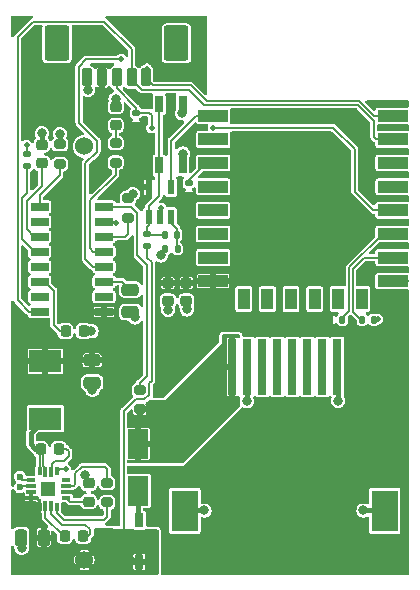
<source format=gtl>
%TF.GenerationSoftware,KiCad,Pcbnew,6.0.4-6f826c9f35~116~ubuntu20.04.1*%
%TF.CreationDate,2022-05-04T20:11:07+02:00*%
%TF.ProjectId,han_to_wifi_board,68616e5f-746f-45f7-9769-66695f626f61,rev?*%
%TF.SameCoordinates,Original*%
%TF.FileFunction,Copper,L1,Top*%
%TF.FilePolarity,Positive*%
%FSLAX46Y46*%
G04 Gerber Fmt 4.6, Leading zero omitted, Abs format (unit mm)*
G04 Created by KiCad (PCBNEW 6.0.4-6f826c9f35~116~ubuntu20.04.1) date 2022-05-04 20:11:07*
%MOMM*%
%LPD*%
G01*
G04 APERTURE LIST*
G04 Aperture macros list*
%AMRoundRect*
0 Rectangle with rounded corners*
0 $1 Rounding radius*
0 $2 $3 $4 $5 $6 $7 $8 $9 X,Y pos of 4 corners*
0 Add a 4 corners polygon primitive as box body*
4,1,4,$2,$3,$4,$5,$6,$7,$8,$9,$2,$3,0*
0 Add four circle primitives for the rounded corners*
1,1,$1+$1,$2,$3*
1,1,$1+$1,$4,$5*
1,1,$1+$1,$6,$7*
1,1,$1+$1,$8,$9*
0 Add four rect primitives between the rounded corners*
20,1,$1+$1,$2,$3,$4,$5,0*
20,1,$1+$1,$4,$5,$6,$7,0*
20,1,$1+$1,$6,$7,$8,$9,0*
20,1,$1+$1,$8,$9,$2,$3,0*%
G04 Aperture macros list end*
%TA.AperFunction,ComponentPad*%
%ADD10C,1.524000*%
%TD*%
%TA.AperFunction,SMDPad,CuDef*%
%ADD11R,1.250000X1.250000*%
%TD*%
%TA.AperFunction,SMDPad,CuDef*%
%ADD12R,0.775000X0.300000*%
%TD*%
%TA.AperFunction,SMDPad,CuDef*%
%ADD13R,0.850000X0.300000*%
%TD*%
%TA.AperFunction,SMDPad,CuDef*%
%ADD14R,0.300000X0.775000*%
%TD*%
%TA.AperFunction,SMDPad,CuDef*%
%ADD15R,0.300000X0.850000*%
%TD*%
%TA.AperFunction,SMDPad,CuDef*%
%ADD16RoundRect,0.225000X0.225000X0.250000X-0.225000X0.250000X-0.225000X-0.250000X0.225000X-0.250000X0*%
%TD*%
%TA.AperFunction,SMDPad,CuDef*%
%ADD17R,1.550000X0.650000*%
%TD*%
%TA.AperFunction,SMDPad,CuDef*%
%ADD18RoundRect,0.135000X0.185000X-0.135000X0.185000X0.135000X-0.185000X0.135000X-0.185000X-0.135000X0*%
%TD*%
%TA.AperFunction,SMDPad,CuDef*%
%ADD19RoundRect,0.135000X0.135000X0.185000X-0.135000X0.185000X-0.135000X-0.185000X0.135000X-0.185000X0*%
%TD*%
%TA.AperFunction,SMDPad,CuDef*%
%ADD20RoundRect,0.250000X0.475000X-0.250000X0.475000X0.250000X-0.475000X0.250000X-0.475000X-0.250000X0*%
%TD*%
%TA.AperFunction,SMDPad,CuDef*%
%ADD21RoundRect,0.135000X-0.135000X-0.185000X0.135000X-0.185000X0.135000X0.185000X-0.135000X0.185000X0*%
%TD*%
%TA.AperFunction,SMDPad,CuDef*%
%ADD22R,0.800000X1.150000*%
%TD*%
%TA.AperFunction,SMDPad,CuDef*%
%ADD23RoundRect,0.225000X-0.250000X0.225000X-0.250000X-0.225000X0.250000X-0.225000X0.250000X0.225000X0*%
%TD*%
%TA.AperFunction,SMDPad,CuDef*%
%ADD24RoundRect,0.218750X-0.256250X0.218750X-0.256250X-0.218750X0.256250X-0.218750X0.256250X0.218750X0*%
%TD*%
%TA.AperFunction,SMDPad,CuDef*%
%ADD25R,2.500000X1.000000*%
%TD*%
%TA.AperFunction,SMDPad,CuDef*%
%ADD26R,1.000000X1.800000*%
%TD*%
%TA.AperFunction,SMDPad,CuDef*%
%ADD27R,0.700000X1.450000*%
%TD*%
%TA.AperFunction,SMDPad,CuDef*%
%ADD28RoundRect,0.250000X-0.250000X-0.475000X0.250000X-0.475000X0.250000X0.475000X-0.250000X0.475000X0*%
%TD*%
%TA.AperFunction,SMDPad,CuDef*%
%ADD29R,1.800000X2.500000*%
%TD*%
%TA.AperFunction,SMDPad,CuDef*%
%ADD30RoundRect,0.200000X-0.275000X0.200000X-0.275000X-0.200000X0.275000X-0.200000X0.275000X0.200000X0*%
%TD*%
%TA.AperFunction,SMDPad,CuDef*%
%ADD31RoundRect,0.135000X-0.185000X0.135000X-0.185000X-0.135000X0.185000X-0.135000X0.185000X0.135000X0*%
%TD*%
%TA.AperFunction,SMDPad,CuDef*%
%ADD32R,0.760000X4.750000*%
%TD*%
%TA.AperFunction,SMDPad,CuDef*%
%ADD33R,2.240000X3.510000*%
%TD*%
%TA.AperFunction,SMDPad,CuDef*%
%ADD34R,0.600000X1.200000*%
%TD*%
%TA.AperFunction,SMDPad,CuDef*%
%ADD35RoundRect,0.200000X0.275000X-0.200000X0.275000X0.200000X-0.275000X0.200000X-0.275000X-0.200000X0*%
%TD*%
%TA.AperFunction,SMDPad,CuDef*%
%ADD36RoundRect,0.225000X-0.225000X-0.250000X0.225000X-0.250000X0.225000X0.250000X-0.225000X0.250000X0*%
%TD*%
%TA.AperFunction,SMDPad,CuDef*%
%ADD37R,2.790000X1.903000*%
%TD*%
%TA.AperFunction,SMDPad,CuDef*%
%ADD38RoundRect,0.250000X-0.475000X0.250000X-0.475000X-0.250000X0.475000X-0.250000X0.475000X0.250000X0*%
%TD*%
%TA.AperFunction,SMDPad,CuDef*%
%ADD39RoundRect,0.200000X0.200000X0.600000X-0.200000X0.600000X-0.200000X-0.600000X0.200000X-0.600000X0*%
%TD*%
%TA.AperFunction,SMDPad,CuDef*%
%ADD40RoundRect,0.250001X0.799999X1.249999X-0.799999X1.249999X-0.799999X-1.249999X0.799999X-1.249999X0*%
%TD*%
%TA.AperFunction,SMDPad,CuDef*%
%ADD41RoundRect,0.225000X0.250000X-0.225000X0.250000X0.225000X-0.250000X0.225000X-0.250000X-0.225000X0*%
%TD*%
%TA.AperFunction,ViaPad*%
%ADD42C,0.800000*%
%TD*%
%TA.AperFunction,ViaPad*%
%ADD43C,0.500000*%
%TD*%
%TA.AperFunction,ViaPad*%
%ADD44C,0.600000*%
%TD*%
%TA.AperFunction,Conductor*%
%ADD45C,0.400000*%
%TD*%
%TA.AperFunction,Conductor*%
%ADD46C,0.200000*%
%TD*%
%TA.AperFunction,Conductor*%
%ADD47C,0.127000*%
%TD*%
%TA.AperFunction,Conductor*%
%ADD48C,0.250000*%
%TD*%
G04 APERTURE END LIST*
D10*
%TO.P,C3,1*%
%TO.N,/24V*%
X121718400Y-71181600D03*
%TO.P,C3,2*%
%TO.N,GND*%
X121718400Y-36181600D03*
%TD*%
D11*
%TO.P,IC3,17,EP*%
%TO.N,GND*%
X118668800Y-65176400D03*
D12*
%TO.P,IC3,16,VIN_2*%
%TO.N,/24V*%
X117181300Y-65926400D03*
D13*
%TO.P,IC3,15,VIN_1*%
X117218800Y-65426400D03*
%TO.P,IC3,14,PGND_2*%
%TO.N,GND*%
X117218800Y-64926400D03*
D12*
%TO.P,IC3,13,PGND_1*%
X117181300Y-64426400D03*
D14*
%TO.P,IC3,12,LX_2*%
%TO.N,Net-(C20-Pad1)*%
X117918800Y-63688900D03*
D15*
%TO.P,IC3,11,LX_1*%
X118418800Y-63726400D03*
%TO.P,IC3,10,BST*%
%TO.N,Net-(C20-Pad2)*%
X118918800Y-63726400D03*
D14*
%TO.P,IC3,9,EXTVCC*%
%TO.N,GND*%
X119418800Y-63688900D03*
D12*
%TO.P,IC3,8,~{RESET}*%
%TO.N,unconnected-(IC3-Pad8)*%
X120156300Y-64426400D03*
D13*
%TO.P,IC3,7,RT*%
%TO.N,Net-(IC3-Pad7)*%
X120118800Y-64926400D03*
%TO.P,IC3,6,FB*%
%TO.N,+3V3*%
X120118800Y-65426400D03*
D12*
%TO.P,IC3,5,SS*%
%TO.N,Net-(C19-Pad2)*%
X120156300Y-65926400D03*
D14*
%TO.P,IC3,4,MODE/SYNC*%
%TO.N,Net-(IC3-Pad4)*%
X119418800Y-66663900D03*
D15*
%TO.P,IC3,3,SGND*%
%TO.N,Net-(C18-Pad1)*%
X118918800Y-66626400D03*
%TO.P,IC3,2,VCC*%
%TO.N,Net-(C18-Pad2)*%
X118418800Y-66626400D03*
D14*
%TO.P,IC3,1,EN/UVLO*%
%TO.N,/24V*%
X117918800Y-66663900D03*
%TD*%
D16*
%TO.P,C7,1*%
%TO.N,GND*%
X121666000Y-51816000D03*
%TO.P,C7,2*%
%TO.N,Net-(C7-Pad2)*%
X120116000Y-51816000D03*
%TD*%
D17*
%TO.P,U3,1,BUS2*%
%TO.N,Net-(R9-Pad1)*%
X117925000Y-41275000D03*
%TO.P,U3,2,VB*%
%TO.N,unconnected-(U3-Pad2)*%
X117925000Y-42545000D03*
%TO.P,U3,3,STC*%
%TO.N,Net-(C6-Pad1)*%
X117925000Y-43815000D03*
%TO.P,U3,4,RIDD*%
%TO.N,Net-(R7-Pad1)*%
X117925000Y-45085000D03*
%TO.P,U3,5,PFb*%
%TO.N,/P_fail*%
X117925000Y-46355000D03*
%TO.P,U3,6,SC*%
%TO.N,Net-(C7-Pad2)*%
X117925000Y-47625000D03*
%TO.P,U3,7,TXI*%
%TO.N,unconnected-(U3-Pad7)*%
X117925000Y-48895000D03*
%TO.P,U3,8,TX*%
%TO.N,/ESP_Rx*%
X117925000Y-50165000D03*
%TO.P,U3,9,VIO*%
%TO.N,+3V3*%
X123375000Y-50165000D03*
%TO.P,U3,10,VS*%
%TO.N,unconnected-(U3-Pad10)*%
X123375000Y-48895000D03*
%TO.P,U3,11,VDD*%
%TO.N,Net-(C11-Pad1)*%
X123375000Y-47625000D03*
%TO.P,U3,12,RX*%
%TO.N,/ESP_Tx*%
X123375000Y-46355000D03*
%TO.P,U3,13,RXI*%
%TO.N,/~{HAN}*%
X123375000Y-45085000D03*
%TO.P,U3,14,RIS*%
%TO.N,Net-(R12-Pad1)*%
X123375000Y-43815000D03*
%TO.P,U3,15,GND*%
%TO.N,GND*%
X123375000Y-42545000D03*
%TO.P,U3,16,BUS1*%
%TO.N,Net-(R11-Pad1)*%
X123375000Y-41275000D03*
%TD*%
D18*
%TO.P,R7,1*%
%TO.N,Net-(R7-Pad1)*%
X116840000Y-37846000D03*
%TO.P,R7,2*%
%TO.N,GND*%
X116840000Y-36826000D03*
%TD*%
D19*
%TO.P,R2,1*%
%TO.N,GND*%
X146248000Y-50850800D03*
%TO.P,R2,2*%
%TO.N,Net-(R2-Pad2)*%
X145228000Y-50850800D03*
%TD*%
%TO.P,R10,1*%
%TO.N,Net-(IC1-Pad3)*%
X129540000Y-43637200D03*
%TO.P,R10,2*%
%TO.N,Net-(IC1-Pad1)*%
X128520000Y-43637200D03*
%TD*%
D20*
%TO.P,C21,1*%
%TO.N,GND*%
X122377200Y-56184800D03*
%TO.P,C21,2*%
%TO.N,+3V3*%
X122377200Y-54284800D03*
%TD*%
D21*
%TO.P,R13,1*%
%TO.N,GND*%
X128580000Y-44856400D03*
%TO.P,R13,2*%
%TO.N,Net-(IC1-Pad3)*%
X129600000Y-44856400D03*
%TD*%
D22*
%TO.P,D4,1*%
%TO.N,/24V*%
X126365000Y-71346000D03*
%TO.P,D4,2*%
%TO.N,Net-(D2-Pad1)*%
X126365000Y-67846000D03*
%TD*%
D23*
%TO.P,C19,1*%
%TO.N,GND*%
X122072400Y-64706200D03*
%TO.P,C19,2*%
%TO.N,Net-(C19-Pad2)*%
X122072400Y-66256200D03*
%TD*%
D24*
%TO.P,D3,1,K*%
%TO.N,GND*%
X124358400Y-32816600D03*
%TO.P,D3,2,A*%
%TO.N,Net-(D3-Pad2)*%
X124358400Y-34391600D03*
%TD*%
D25*
%TO.P,U1,1,~{RST}*%
%TO.N,/~{RST}*%
X132608000Y-33584000D03*
%TO.P,U1,2,ADC*%
%TO.N,unconnected-(U1-Pad2)*%
X132608000Y-35584000D03*
%TO.P,U1,3,EN*%
%TO.N,Net-(R1-Pad1)*%
X132608000Y-37584000D03*
%TO.P,U1,4,GPIO16*%
%TO.N,unconnected-(U1-Pad4)*%
X132608000Y-39584000D03*
%TO.P,U1,5,GPIO14*%
%TO.N,unconnected-(U1-Pad5)*%
X132608000Y-41584000D03*
%TO.P,U1,6,GPIO12*%
%TO.N,unconnected-(U1-Pad6)*%
X132608000Y-43584000D03*
%TO.P,U1,7,GPIO13*%
%TO.N,unconnected-(U1-Pad7)*%
X132608000Y-45584000D03*
%TO.P,U1,8,VCC*%
%TO.N,+3V3*%
X132608000Y-47584000D03*
D26*
%TO.P,U1,9,CS0*%
%TO.N,unconnected-(U1-Pad9)*%
X135208000Y-49084000D03*
%TO.P,U1,10,MISO*%
%TO.N,unconnected-(U1-Pad10)*%
X137208000Y-49084000D03*
%TO.P,U1,11,GPIO9*%
%TO.N,unconnected-(U1-Pad11)*%
X139208000Y-49084000D03*
%TO.P,U1,12,GPIO10*%
%TO.N,unconnected-(U1-Pad12)*%
X141208000Y-49084000D03*
%TO.P,U1,13,MOSI*%
%TO.N,unconnected-(U1-Pad13)*%
X143208000Y-49084000D03*
%TO.P,U1,14,SCLK*%
%TO.N,unconnected-(U1-Pad14)*%
X145208000Y-49084000D03*
D25*
%TO.P,U1,15,GND*%
%TO.N,GND*%
X147808000Y-47584000D03*
%TO.P,U1,16,GPIO15*%
%TO.N,Net-(R2-Pad2)*%
X147808000Y-45584000D03*
%TO.P,U1,17,GPIO2*%
%TO.N,Net-(R4-Pad2)*%
X147808000Y-43584000D03*
%TO.P,U1,18,GPIO0*%
%TO.N,/GPIO0*%
X147808000Y-41584000D03*
%TO.P,U1,19,GPIO4*%
%TO.N,unconnected-(U1-Pad19)*%
X147808000Y-39584000D03*
%TO.P,U1,20,GPIO5*%
%TO.N,unconnected-(U1-Pad20)*%
X147808000Y-37584000D03*
%TO.P,U1,21,GPIO3/RXD*%
%TO.N,/ESP_Rx*%
X147808000Y-35584000D03*
%TO.P,U1,22,GPIO1/TXD*%
%TO.N,/ESP_Tx*%
X147808000Y-33584000D03*
%TD*%
D27*
%TO.P,SW1,1,1*%
%TO.N,GND*%
X130032000Y-32624400D03*
X130032000Y-37784400D03*
%TO.P,SW1,2,2*%
%TO.N,Net-(IC1-Pad1)*%
X128032000Y-37784400D03*
X128032000Y-32624400D03*
%TD*%
D28*
%TO.P,C12,1*%
%TO.N,GND*%
X116362400Y-69291200D03*
%TO.P,C12,2*%
%TO.N,/24V*%
X118262400Y-69291200D03*
%TD*%
D23*
%TO.P,C2,1*%
%TO.N,+3V3*%
X130352800Y-47726000D03*
%TO.P,C2,2*%
%TO.N,GND*%
X130352800Y-49276000D03*
%TD*%
D29*
%TO.P,D2,1,K*%
%TO.N,Net-(D2-Pad1)*%
X126238000Y-65347600D03*
%TO.P,D2,2,A*%
%TO.N,HAN1*%
X126238000Y-61347600D03*
%TD*%
D30*
%TO.P,R11,1*%
%TO.N,Net-(R11-Pad1)*%
X126390400Y-56782200D03*
%TO.P,R11,2*%
%TO.N,HAN1*%
X126390400Y-58432200D03*
%TD*%
D31*
%TO.P,R8,1*%
%TO.N,Net-(IC1-Pad1)*%
X127000000Y-43586400D03*
%TO.P,R8,2*%
%TO.N,/24V*%
X127000000Y-44606400D03*
%TD*%
D32*
%TO.P,J1,1,1*%
%TO.N,HAN1*%
X134239000Y-54847000D03*
%TO.P,J1,2,2*%
%TO.N,GND*%
X135509000Y-54847000D03*
%TO.P,J1,3,3*%
%TO.N,unconnected-(J1-Pad3)*%
X136779000Y-54847000D03*
%TO.P,J1,4,4*%
%TO.N,unconnected-(J1-Pad4)*%
X138049000Y-54847000D03*
%TO.P,J1,5,5*%
%TO.N,unconnected-(J1-Pad5)*%
X139319000Y-54847000D03*
%TO.P,J1,6,6*%
%TO.N,/RS232_Tx*%
X140589000Y-54847000D03*
%TO.P,J1,7,7*%
%TO.N,/RS232_Rx*%
X141859000Y-54847000D03*
%TO.P,J1,8,8*%
%TO.N,GND*%
X143129000Y-54847000D03*
D33*
%TO.P,J1,MP1,MP1*%
X130224000Y-67027000D03*
%TO.P,J1,MP2,MP2*%
X147144000Y-67027000D03*
%TD*%
D21*
%TO.P,R4,1*%
%TO.N,+3V3*%
X142542800Y-50850800D03*
%TO.P,R4,2*%
%TO.N,Net-(R4-Pad2)*%
X143562800Y-50850800D03*
%TD*%
D34*
%TO.P,IC1,1,HTH*%
%TO.N,Net-(IC1-Pad1)*%
X127167600Y-42144000D03*
%TO.P,IC1,2,GND*%
%TO.N,GND*%
X128117600Y-42144000D03*
%TO.P,IC1,3,LTH*%
%TO.N,Net-(IC1-Pad3)*%
X129067600Y-42144000D03*
%TO.P,IC1,4,~{RST}*%
%TO.N,/~{RST}*%
X129067600Y-39644000D03*
%TO.P,IC1,5,VDD*%
%TO.N,+3V3*%
X127167600Y-39644000D03*
%TD*%
D35*
%TO.P,R12,1*%
%TO.N,Net-(R12-Pad1)*%
X125400000Y-42200000D03*
%TO.P,R12,2*%
%TO.N,GND*%
X125400000Y-40550000D03*
%TD*%
D36*
%TO.P,C20,1*%
%TO.N,Net-(C20-Pad1)*%
X118000000Y-61772800D03*
%TO.P,C20,2*%
%TO.N,Net-(C20-Pad2)*%
X119550000Y-61772800D03*
%TD*%
D35*
%TO.P,R9,2*%
%TO.N,GND*%
X119634000Y-36005000D03*
%TO.P,R9,1*%
%TO.N,Net-(R9-Pad1)*%
X119634000Y-37655000D03*
%TD*%
D23*
%TO.P,C1,1*%
%TO.N,+3V3*%
X128778000Y-47726000D03*
%TO.P,C1,2*%
%TO.N,GND*%
X128778000Y-49276000D03*
%TD*%
D37*
%TO.P,L3,1*%
%TO.N,Net-(C20-Pad1)*%
X118414800Y-59232800D03*
%TO.P,L3,2*%
%TO.N,+3V3*%
X118414800Y-54379800D03*
%TD*%
D18*
%TO.P,R3,1*%
%TO.N,+3V3*%
X126085600Y-34342800D03*
%TO.P,R3,2*%
%TO.N,/GPIO0*%
X126085600Y-33322800D03*
%TD*%
D16*
%TO.P,C18,1*%
%TO.N,Net-(C18-Pad1)*%
X121600000Y-69189600D03*
%TO.P,C18,2*%
%TO.N,Net-(C18-Pad2)*%
X120050000Y-69189600D03*
%TD*%
D31*
%TO.P,R1,1*%
%TO.N,Net-(R1-Pad1)*%
X130556000Y-39266400D03*
%TO.P,R1,2*%
%TO.N,+3V3*%
X130556000Y-40286400D03*
%TD*%
D30*
%TO.P,R19,1*%
%TO.N,Net-(IC3-Pad7)*%
X123647200Y-64668400D03*
%TO.P,R19,2*%
%TO.N,Net-(IC3-Pad4)*%
X123647200Y-66318400D03*
%TD*%
D38*
%TO.P,C11,1*%
%TO.N,Net-(C11-Pad1)*%
X125600000Y-48300000D03*
%TO.P,C11,2*%
%TO.N,GND*%
X125600000Y-50200000D03*
%TD*%
D39*
%TO.P,J3,1,Pin_1*%
%TO.N,/ESP_Tx*%
X126960000Y-30340000D03*
%TO.P,J3,2,Pin_2*%
%TO.N,/ESP_Rx*%
X125710000Y-30340000D03*
%TO.P,J3,3,Pin_3*%
%TO.N,/GPIO0*%
X124460000Y-30340000D03*
%TO.P,J3,4,Pin_4*%
%TO.N,+3V3*%
X123210000Y-30340000D03*
%TO.P,J3,5,Pin_5*%
%TO.N,GND*%
X121960000Y-30340000D03*
D40*
%TO.P,J3,MP*%
%TO.N,N/C*%
X119410000Y-27440000D03*
X129510000Y-27440000D03*
%TD*%
D41*
%TO.P,C6,1*%
%TO.N,Net-(C6-Pad1)*%
X118110000Y-37592000D03*
%TO.P,C6,2*%
%TO.N,GND*%
X118110000Y-36042000D03*
%TD*%
D30*
%TO.P,R5,1*%
%TO.N,Net-(D3-Pad2)*%
X124358400Y-35891200D03*
%TO.P,R5,2*%
%TO.N,/~{HAN}*%
X124358400Y-37541200D03*
%TD*%
D42*
%TO.N,+3V3*%
X122580400Y-39116000D03*
X121056400Y-39116000D03*
D43*
%TO.N,/GPIO0*%
X132633600Y-34600000D03*
X127406400Y-34594800D03*
D44*
%TO.N,GND*%
X116250000Y-65025000D03*
X116275000Y-64125000D03*
D42*
%TO.N,+3V3*%
X128200000Y-52000000D03*
X128200000Y-53000000D03*
X125200000Y-53000000D03*
X129200000Y-52000000D03*
D43*
X121050000Y-65425000D03*
X121050000Y-62925000D03*
D42*
X125200000Y-52000000D03*
X126200000Y-52000000D03*
X126200000Y-53000000D03*
X129200000Y-53000000D03*
%TO.N,GND*%
X121800000Y-64000000D03*
X118110000Y-35052000D03*
D43*
X146558000Y-50800000D03*
D42*
X122000000Y-31400000D03*
X122400000Y-56800000D03*
X125800000Y-40200000D03*
X135483600Y-57759600D03*
D43*
X116840000Y-36068000D03*
D42*
X116400000Y-70200000D03*
D43*
X120142000Y-63500000D03*
D42*
X122312000Y-51832000D03*
X125984000Y-50652000D03*
X148800000Y-47600000D03*
X119634000Y-35102800D03*
X128200000Y-45400000D03*
X130048000Y-36779200D03*
D43*
X124400000Y-42672000D03*
X128200000Y-41400000D03*
D42*
X131876800Y-67000000D03*
X129997200Y-33375600D03*
X130391608Y-49979157D03*
D44*
X118668800Y-65176400D03*
D42*
X128800000Y-50000000D03*
X145338800Y-67000000D03*
X124358400Y-32156400D03*
X143200000Y-57708800D03*
D43*
%TO.N,/ESP_Tx*%
X127000000Y-29600000D03*
X124815600Y-28803600D03*
%TD*%
D45*
%TO.N,GND*%
X135483600Y-57759600D02*
X135483600Y-54872400D01*
X135483600Y-54872400D02*
X135509000Y-54847000D01*
X143200000Y-57708800D02*
X143200000Y-54918000D01*
X143200000Y-54918000D02*
X143129000Y-54847000D01*
X131876800Y-67000000D02*
X130251000Y-67000000D01*
X130251000Y-67000000D02*
X130224000Y-67027000D01*
X145338800Y-67000000D02*
X147117000Y-67000000D01*
X147117000Y-67000000D02*
X147144000Y-67027000D01*
X130200000Y-67000000D02*
X130200000Y-67003000D01*
X130200000Y-67003000D02*
X130224000Y-67027000D01*
X119634000Y-35102800D02*
X119634000Y-36005000D01*
X118110000Y-35052000D02*
X118110000Y-36042000D01*
D46*
%TO.N,Net-(R9-Pad1)*%
X117925000Y-41275000D02*
X117925000Y-40317000D01*
X117925000Y-40317000D02*
X119634000Y-38608000D01*
X119634000Y-38608000D02*
X119634000Y-37655000D01*
%TO.N,Net-(C6-Pad1)*%
X116850489Y-40781911D02*
X118110000Y-39522400D01*
X118110000Y-39522400D02*
X118110000Y-37592000D01*
D47*
%TO.N,Net-(R4-Pad2)*%
X147808000Y-43584000D02*
X146962230Y-43584000D01*
X146962230Y-43584000D02*
X144118469Y-46427762D01*
X144118469Y-46427762D02*
X144118469Y-50140731D01*
X144118469Y-50140731D02*
X143562800Y-50696400D01*
X143562800Y-50696400D02*
X143562800Y-50850800D01*
%TO.N,Net-(R2-Pad2)*%
X145424000Y-45584000D02*
X144444989Y-46563011D01*
X144444989Y-46563011D02*
X144444989Y-50160189D01*
X144444989Y-50160189D02*
X145135600Y-50850800D01*
X145135600Y-50850800D02*
X145228000Y-50850800D01*
D46*
%TO.N,/GPIO0*%
X127201200Y-33322800D02*
X126085600Y-33322800D01*
X124460000Y-31268741D02*
X126085600Y-32894341D01*
X126085600Y-32894341D02*
X126085600Y-33322800D01*
X127201200Y-33322800D02*
X127406400Y-33528000D01*
X127406400Y-33528000D02*
X127406400Y-34594800D01*
%TO.N,Net-(IC1-Pad1)*%
X128032000Y-32624400D02*
X128032000Y-37784400D01*
%TO.N,/~{RST}*%
X129067600Y-39644000D02*
X129067600Y-35676800D01*
X129067600Y-35676800D02*
X131160400Y-33584000D01*
X131160400Y-33584000D02*
X132608000Y-33584000D01*
%TO.N,/GPIO0*%
X132633600Y-34600000D02*
X142800000Y-34600000D01*
X144600000Y-36400000D02*
X144600000Y-40000000D01*
X144600000Y-40000000D02*
X146184000Y-41584000D01*
X142800000Y-34600000D02*
X144600000Y-36400000D01*
X146184000Y-41584000D02*
X147808000Y-41584000D01*
X124460000Y-30340000D02*
X124460000Y-31268741D01*
%TO.N,Net-(D3-Pad2)*%
X124358400Y-35891200D02*
X124358400Y-34391600D01*
%TO.N,/~{HAN}*%
X123375000Y-45085000D02*
X122485000Y-45085000D01*
X122485000Y-45085000D02*
X122200000Y-44800000D01*
X122200000Y-44800000D02*
X122200000Y-40750978D01*
X122200000Y-40750978D02*
X124358400Y-38592578D01*
X124358400Y-38592578D02*
X124358400Y-37541200D01*
%TO.N,Net-(IC1-Pad1)*%
X127167600Y-41232400D02*
X128032000Y-40368000D01*
X128032000Y-40368000D02*
X128032000Y-37784400D01*
%TO.N,/ESP_Tx*%
X123375000Y-46355000D02*
X122453400Y-46355000D01*
X122453400Y-46355000D02*
X121800481Y-45702081D01*
X121800481Y-45702081D02*
X121800481Y-37600723D01*
X122779911Y-36621293D02*
X122779911Y-35708711D01*
X121800481Y-37600723D02*
X122779911Y-36621293D01*
X122779911Y-35708711D02*
X121260480Y-34189280D01*
X121260480Y-34189280D02*
X121260480Y-29412320D01*
X121260480Y-29412320D02*
X121869200Y-28803600D01*
X121869200Y-28803600D02*
X124815600Y-28803600D01*
%TO.N,Net-(C19-Pad2)*%
X120156300Y-65926400D02*
X120486100Y-66256200D01*
X120486100Y-66256200D02*
X122072400Y-66256200D01*
%TO.N,Net-(IC3-Pad7)*%
X120118800Y-64926400D02*
X120792822Y-64926400D01*
X120950000Y-64769222D02*
X120950000Y-63860741D01*
X120792822Y-64926400D02*
X120950000Y-64769222D01*
X120950000Y-63860741D02*
X121510252Y-63300489D01*
X121510252Y-63300489D02*
X123447689Y-63300489D01*
X123447689Y-63300489D02*
X123647200Y-63500000D01*
X123647200Y-63500000D02*
X123647200Y-64668400D01*
%TO.N,Net-(IC3-Pad4)*%
X119418800Y-66626400D02*
X119418800Y-67235416D01*
X119418800Y-67235416D02*
X119983384Y-67800000D01*
X119983384Y-67800000D02*
X123360400Y-67800000D01*
X123647200Y-67513200D02*
X123647200Y-66318400D01*
X123360400Y-67800000D02*
X123647200Y-67513200D01*
%TO.N,GND*%
X116840000Y-36068000D02*
X116840000Y-36826000D01*
%TO.N,Net-(C6-Pad1)*%
X117925000Y-43815000D02*
X117475000Y-43815000D01*
X117475000Y-43815000D02*
X116850489Y-43190489D01*
X116850489Y-43190489D02*
X116850489Y-40781911D01*
%TO.N,Net-(R7-Pad1)*%
X116450969Y-40549031D02*
X116840000Y-40160000D01*
X116840000Y-40160000D02*
X116840000Y-37846000D01*
%TO.N,Net-(C7-Pad2)*%
X119126000Y-48396978D02*
X119126000Y-51308000D01*
X118354022Y-47625000D02*
X119126000Y-48396978D01*
X119634000Y-51816000D02*
X120116000Y-51816000D01*
X117925000Y-47625000D02*
X118354022Y-47625000D01*
X119126000Y-51308000D02*
X119634000Y-51816000D01*
%TO.N,/ESP_Rx*%
X117925000Y-50165000D02*
X117012520Y-50165000D01*
X117012520Y-50165000D02*
X116051450Y-49203930D01*
X116051450Y-49203930D02*
X116051450Y-26950550D01*
X116051450Y-26950550D02*
X117402000Y-25600000D01*
X117402000Y-25600000D02*
X123400000Y-25600000D01*
X123400000Y-25600000D02*
X125710000Y-27910000D01*
X125710000Y-27910000D02*
X125710000Y-30340000D01*
D45*
%TO.N,Net-(D2-Pad1)*%
X126238000Y-65347600D02*
X126238000Y-67719000D01*
X126238000Y-67719000D02*
X126365000Y-67846000D01*
D46*
%TO.N,Net-(R7-Pad1)*%
X117925000Y-45085000D02*
X117495978Y-45085000D01*
X117495978Y-45085000D02*
X116450969Y-44039991D01*
X116450969Y-44039991D02*
X116450969Y-40549031D01*
%TO.N,Net-(IC1-Pad1)*%
X127167600Y-42144000D02*
X127167600Y-41232400D01*
%TO.N,GND*%
X123375000Y-42545000D02*
X124273000Y-42545000D01*
X124273000Y-42545000D02*
X124400000Y-42672000D01*
X120142000Y-63500000D02*
X119607700Y-63500000D01*
X119607700Y-63500000D02*
X119418800Y-63688900D01*
D47*
%TO.N,/ESP_Tx*%
X130714170Y-31000000D02*
X127525000Y-31000000D01*
X132061690Y-32347520D02*
X130714170Y-31000000D01*
X127525000Y-31000000D02*
X126960000Y-30435000D01*
X126960000Y-30435000D02*
X126960000Y-30340000D01*
%TO.N,/ESP_Rx*%
X147808000Y-35584000D02*
X146384000Y-35584000D01*
X146384000Y-35584000D02*
X146200000Y-35400000D01*
X130603020Y-31403020D02*
X126568211Y-31403020D01*
X146200000Y-35400000D02*
X146200000Y-34009290D01*
X146200000Y-34009290D02*
X144864750Y-32674040D01*
X144864750Y-32674040D02*
X131874040Y-32674040D01*
X131874040Y-32674040D02*
X130603020Y-31403020D01*
X125710000Y-30544809D02*
X125710000Y-30340000D01*
X126568211Y-31403020D02*
X125710000Y-30544809D01*
%TO.N,/ESP_Tx*%
X146236480Y-33584000D02*
X145000000Y-32347520D01*
X147808000Y-33584000D02*
X146236480Y-33584000D01*
X145000000Y-32347520D02*
X132061690Y-32347520D01*
D48*
%TO.N,+3V3*%
X120118800Y-65426400D02*
X121048600Y-65426400D01*
X121048600Y-65426400D02*
X121050000Y-65425000D01*
D46*
%TO.N,GND*%
X116400000Y-65000000D02*
X116473600Y-64926400D01*
X116426400Y-64426400D02*
X116400000Y-64400000D01*
X117218800Y-64426400D02*
X116426400Y-64426400D01*
X116473600Y-64926400D02*
X117218800Y-64926400D01*
%TO.N,/24V*%
X125038489Y-70238489D02*
X126146000Y-71346000D01*
X127400000Y-46000000D02*
X127400000Y-56000000D01*
X126041173Y-57600000D02*
X125038489Y-58602684D01*
X126800000Y-57600000D02*
X126041173Y-57600000D01*
X127200000Y-57200000D02*
X126800000Y-57600000D01*
X127400000Y-56000000D02*
X127200000Y-56200000D01*
X127200000Y-56200000D02*
X127200000Y-57200000D01*
X127000000Y-44606400D02*
X127000000Y-45600000D01*
X125038489Y-58602684D02*
X125038489Y-70238489D01*
X127000000Y-45600000D02*
X127400000Y-46000000D01*
X126146000Y-71346000D02*
X126365000Y-71346000D01*
%TO.N,Net-(C11-Pad1)*%
X124925000Y-47625000D02*
X125600000Y-48300000D01*
X123375000Y-47625000D02*
X124925000Y-47625000D01*
%TO.N,Net-(C18-Pad1)*%
X118918800Y-67300422D02*
X119818378Y-68200000D01*
X118918800Y-66626400D02*
X118918800Y-67300422D01*
X119818378Y-68200000D02*
X121800000Y-68200000D01*
X122200000Y-69000000D02*
X122010400Y-69189600D01*
X121800000Y-68200000D02*
X122200000Y-68600000D01*
X122010400Y-69189600D02*
X121590400Y-69189600D01*
X122200000Y-68600000D02*
X122200000Y-69000000D01*
%TO.N,Net-(C18-Pad2)*%
X119989600Y-69189600D02*
X120040400Y-69189600D01*
X118418800Y-67618800D02*
X119989600Y-69189600D01*
X118418800Y-66626400D02*
X118418800Y-67618800D01*
%TO.N,Net-(C20-Pad1)*%
X118418800Y-63418800D02*
X118200000Y-63200000D01*
X118200000Y-63200000D02*
X118200000Y-61972800D01*
X118200000Y-61972800D02*
X118000000Y-61772800D01*
X118418800Y-63726400D02*
X118418800Y-63418800D01*
D45*
X117200000Y-61400000D02*
X117572800Y-61772800D01*
X118414800Y-59232800D02*
X118367200Y-59232800D01*
X117572800Y-61772800D02*
X118000000Y-61772800D01*
D46*
X117918800Y-63726400D02*
X117918800Y-61854000D01*
D45*
X118367200Y-59232800D02*
X117200000Y-60400000D01*
X117200000Y-60400000D02*
X117200000Y-61400000D01*
D46*
X117918800Y-61854000D02*
X118000000Y-61772800D01*
%TO.N,Net-(C20-Pad2)*%
X120172800Y-61772800D02*
X119550000Y-61772800D01*
X120400000Y-62400000D02*
X120400000Y-62000000D01*
X118918800Y-63726400D02*
X118969289Y-63675911D01*
X118969289Y-63675911D02*
X118969289Y-63030711D01*
X118969289Y-63030711D02*
X119200000Y-62800000D01*
X119200000Y-62800000D02*
X120000000Y-62800000D01*
X120000000Y-62800000D02*
X120400000Y-62400000D01*
X120400000Y-62000000D02*
X120172800Y-61772800D01*
D45*
%TO.N,HAN1*%
X134239000Y-54847000D02*
X134200000Y-54886000D01*
X126390400Y-61195200D02*
X126238000Y-61347600D01*
D46*
%TO.N,Net-(IC1-Pad1)*%
X127050800Y-43637200D02*
X127000000Y-43586400D01*
X127000000Y-43000000D02*
X127000000Y-43586400D01*
X127167600Y-42832400D02*
X127000000Y-43000000D01*
X127167600Y-42144000D02*
X127167600Y-42832400D01*
X128520000Y-43637200D02*
X127050800Y-43637200D01*
%TO.N,Net-(IC1-Pad3)*%
X129540000Y-44796400D02*
X129600000Y-44856400D01*
X129540000Y-43140000D02*
X129540000Y-43637200D01*
X129067600Y-42144000D02*
X129067600Y-42667600D01*
X129540000Y-43637200D02*
X129540000Y-44796400D01*
X129067600Y-42667600D02*
X129540000Y-43140000D01*
%TO.N,Net-(R1-Pad1)*%
X130556000Y-39044000D02*
X132016000Y-37584000D01*
X132016000Y-37584000D02*
X132608000Y-37584000D01*
X130556000Y-39266400D02*
X130556000Y-39044000D01*
D47*
%TO.N,Net-(R2-Pad2)*%
X145424000Y-45584000D02*
X147808000Y-45584000D01*
D46*
%TO.N,Net-(R11-Pad1)*%
X127000000Y-46200000D02*
X127000000Y-55600000D01*
X126200000Y-45400000D02*
X127000000Y-46200000D01*
X126200000Y-41800000D02*
X126200000Y-45400000D01*
X125675000Y-41275000D02*
X126200000Y-41800000D01*
X126390400Y-56209600D02*
X126390400Y-56782200D01*
X123375000Y-41275000D02*
X125675000Y-41275000D01*
X127000000Y-55600000D02*
X126390400Y-56209600D01*
%TO.N,Net-(R12-Pad1)*%
X123375000Y-43815000D02*
X125185000Y-43815000D01*
X125185000Y-43815000D02*
X125400000Y-43600000D01*
X125400000Y-43600000D02*
X125400000Y-42200000D01*
%TD*%
%TA.AperFunction,Conductor*%
%TO.N,+3V3*%
G36*
X131128812Y-34144725D02*
G01*
X131189545Y-34192779D01*
X131213448Y-34228552D01*
X131223761Y-34235443D01*
X131264000Y-34262330D01*
X131279769Y-34272867D01*
X131291938Y-34275288D01*
X131291939Y-34275288D01*
X131313105Y-34279498D01*
X131338252Y-34284500D01*
X132085653Y-34284500D01*
X132153774Y-34304502D01*
X132200267Y-34358158D01*
X132210371Y-34428432D01*
X132203925Y-34449957D01*
X132204793Y-34450222D01*
X132202168Y-34458808D01*
X132198354Y-34466932D01*
X132196974Y-34475798D01*
X132179882Y-34585567D01*
X132179882Y-34585571D01*
X132178501Y-34594440D01*
X132179665Y-34603342D01*
X132179665Y-34603345D01*
X132188972Y-34674518D01*
X132195233Y-34722394D01*
X132196863Y-34726098D01*
X132195949Y-34794609D01*
X132156771Y-34853817D01*
X132091802Y-34882446D01*
X132075537Y-34883500D01*
X131338252Y-34883500D01*
X131332184Y-34884707D01*
X131291939Y-34892712D01*
X131291938Y-34892712D01*
X131279769Y-34895133D01*
X131269453Y-34902026D01*
X131262008Y-34907001D01*
X131213448Y-34939448D01*
X131169133Y-35005769D01*
X131157500Y-35064252D01*
X131157500Y-36103748D01*
X131158707Y-36109816D01*
X131161274Y-36122719D01*
X131169133Y-36162231D01*
X131213448Y-36228552D01*
X131279769Y-36272867D01*
X131291938Y-36275288D01*
X131291939Y-36275288D01*
X131315855Y-36280045D01*
X131338252Y-36284500D01*
X133877748Y-36284500D01*
X133900145Y-36280045D01*
X133924061Y-36275288D01*
X133924062Y-36275288D01*
X133936231Y-36272867D01*
X134002552Y-36228552D01*
X134046867Y-36162231D01*
X134054727Y-36122719D01*
X134057293Y-36109816D01*
X134058500Y-36103748D01*
X134058500Y-35064252D01*
X134055880Y-35051081D01*
X134062208Y-34980368D01*
X134105762Y-34924301D01*
X134179459Y-34900500D01*
X142623339Y-34900500D01*
X142691460Y-34920502D01*
X142712434Y-34937405D01*
X144262595Y-36487567D01*
X144296621Y-36549879D01*
X144299500Y-36576662D01*
X144299500Y-39947634D01*
X144299304Y-39950307D01*
X144297575Y-39955342D01*
X144298011Y-39966964D01*
X144298011Y-39966966D01*
X144299411Y-40004255D01*
X144299500Y-40008981D01*
X144299500Y-40027948D01*
X144300382Y-40032683D01*
X144300610Y-40036209D01*
X144301774Y-40067208D01*
X144306364Y-40077893D01*
X144307401Y-40082493D01*
X144310962Y-40094214D01*
X144312661Y-40098617D01*
X144314791Y-40110053D01*
X144320895Y-40119955D01*
X144327727Y-40131039D01*
X144336231Y-40147411D01*
X144342451Y-40161888D01*
X144342453Y-40161892D01*
X144345964Y-40170063D01*
X144349978Y-40174949D01*
X144352163Y-40177134D01*
X144354215Y-40179397D01*
X144354055Y-40179542D01*
X144361175Y-40188549D01*
X144367427Y-40195444D01*
X144373532Y-40205348D01*
X144395320Y-40221916D01*
X144408139Y-40233110D01*
X145178402Y-41003374D01*
X145934484Y-41759456D01*
X145936238Y-41761487D01*
X145938575Y-41766269D01*
X145947104Y-41774181D01*
X145947105Y-41774182D01*
X145974463Y-41799560D01*
X145977868Y-41802840D01*
X145991276Y-41816248D01*
X145995255Y-41818978D01*
X145997884Y-41821286D01*
X146020646Y-41842401D01*
X146031453Y-41846712D01*
X146035448Y-41849238D01*
X146046242Y-41855001D01*
X146050554Y-41856912D01*
X146060146Y-41863492D01*
X146071463Y-41866178D01*
X146071464Y-41866178D01*
X146084127Y-41869183D01*
X146101724Y-41874748D01*
X146116362Y-41880588D01*
X146116365Y-41880589D01*
X146124622Y-41883883D01*
X146130915Y-41884500D01*
X146133994Y-41884500D01*
X146137067Y-41884650D01*
X146137056Y-41884866D01*
X146148431Y-41886198D01*
X146157746Y-41886654D01*
X146169066Y-41889340D01*
X146180595Y-41887771D01*
X146180596Y-41887771D01*
X146196173Y-41885651D01*
X146213164Y-41884500D01*
X146231500Y-41884500D01*
X146299621Y-41904502D01*
X146346114Y-41958158D01*
X146357500Y-42010500D01*
X146357500Y-42103748D01*
X146369133Y-42162231D01*
X146413448Y-42228552D01*
X146479769Y-42272867D01*
X146491938Y-42275288D01*
X146491939Y-42275288D01*
X146532184Y-42283293D01*
X146538252Y-42284500D01*
X149076300Y-42284500D01*
X149144421Y-42304502D01*
X149190914Y-42358158D01*
X149202300Y-42410500D01*
X149202300Y-42757500D01*
X149182298Y-42825621D01*
X149128642Y-42872114D01*
X149076300Y-42883500D01*
X146538252Y-42883500D01*
X146532184Y-42884707D01*
X146491939Y-42892712D01*
X146491938Y-42892712D01*
X146479769Y-42895133D01*
X146413448Y-42939448D01*
X146369133Y-43005769D01*
X146366712Y-43017938D01*
X146366712Y-43017939D01*
X146366182Y-43020606D01*
X146357500Y-43064252D01*
X146357500Y-43763188D01*
X146337498Y-43831309D01*
X146320595Y-43852283D01*
X143958955Y-46213924D01*
X143939868Y-46229590D01*
X143928136Y-46237429D01*
X143913407Y-46259472D01*
X143869786Y-46324754D01*
X143867366Y-46336923D01*
X143867365Y-46336924D01*
X143851718Y-46415590D01*
X143849297Y-46427762D01*
X143851718Y-46439933D01*
X143851718Y-46439935D01*
X143852048Y-46441594D01*
X143854469Y-46466174D01*
X143854469Y-47857571D01*
X143834467Y-47925692D01*
X143780811Y-47972185D01*
X143727748Y-47981027D01*
X143727748Y-47983500D01*
X142688252Y-47983500D01*
X142682184Y-47984707D01*
X142641939Y-47992712D01*
X142641938Y-47992712D01*
X142629769Y-47995133D01*
X142563448Y-48039448D01*
X142519133Y-48105769D01*
X142507500Y-48164252D01*
X142507500Y-50003748D01*
X142519133Y-50062231D01*
X142563448Y-50128552D01*
X142629769Y-50172867D01*
X142641938Y-50175288D01*
X142641939Y-50175288D01*
X142682184Y-50183293D01*
X142688252Y-50184500D01*
X143130441Y-50184500D01*
X143198562Y-50204502D01*
X143245055Y-50258158D01*
X143255159Y-50328432D01*
X143225665Y-50393012D01*
X143219536Y-50399595D01*
X143148735Y-50470396D01*
X143112270Y-50548595D01*
X143065354Y-50601879D01*
X142997077Y-50621340D01*
X142929117Y-50600798D01*
X142893310Y-50565345D01*
X142854118Y-50506689D01*
X142836911Y-50489482D01*
X142811863Y-50472746D01*
X142798657Y-50468611D01*
X142796800Y-50476796D01*
X142796800Y-51220804D01*
X142800698Y-51234081D01*
X142808536Y-51231077D01*
X142836911Y-51212118D01*
X142854118Y-51194911D01*
X142893310Y-51136255D01*
X142947787Y-51090727D01*
X143018230Y-51081878D01*
X143082274Y-51112519D01*
X143112269Y-51153004D01*
X143148735Y-51231204D01*
X143232396Y-51314865D01*
X143242388Y-51319525D01*
X143242389Y-51319525D01*
X143280626Y-51337355D01*
X143339627Y-51364868D01*
X143388484Y-51371300D01*
X143737116Y-51371300D01*
X143785973Y-51364868D01*
X143844975Y-51337355D01*
X143883211Y-51319525D01*
X143883212Y-51319525D01*
X143893204Y-51314865D01*
X143976865Y-51231204D01*
X143983162Y-51217700D01*
X144022794Y-51132710D01*
X144022794Y-51132709D01*
X144026868Y-51123973D01*
X144033300Y-51075116D01*
X144033300Y-50651443D01*
X144053302Y-50583322D01*
X144070205Y-50562347D01*
X144182906Y-50449647D01*
X144245218Y-50415622D01*
X144316034Y-50420688D01*
X144361096Y-50449648D01*
X144720595Y-50809147D01*
X144754621Y-50871459D01*
X144757500Y-50898242D01*
X144757500Y-51075116D01*
X144763932Y-51123973D01*
X144768006Y-51132709D01*
X144768006Y-51132710D01*
X144807638Y-51217700D01*
X144813935Y-51231204D01*
X144897596Y-51314865D01*
X144907588Y-51319525D01*
X144907589Y-51319525D01*
X144945826Y-51337355D01*
X145004827Y-51364868D01*
X145053684Y-51371300D01*
X145402316Y-51371300D01*
X145451173Y-51364868D01*
X145510175Y-51337355D01*
X145548411Y-51319525D01*
X145548412Y-51319525D01*
X145558404Y-51314865D01*
X145642065Y-51231204D01*
X145642753Y-51231892D01*
X145690247Y-51193931D01*
X145760867Y-51186623D01*
X145824226Y-51218656D01*
X145832579Y-51228296D01*
X145833935Y-51231204D01*
X145917596Y-51314865D01*
X145927588Y-51319525D01*
X145927589Y-51319525D01*
X145965826Y-51337355D01*
X146024827Y-51364868D01*
X146073684Y-51371300D01*
X146422316Y-51371300D01*
X146471173Y-51364868D01*
X146530175Y-51337355D01*
X146568411Y-51319525D01*
X146568412Y-51319525D01*
X146578404Y-51314865D01*
X146628220Y-51265049D01*
X146684173Y-51232581D01*
X146730094Y-51220062D01*
X146730098Y-51220060D01*
X146738755Y-51217700D01*
X146800651Y-51179696D01*
X146841072Y-51154878D01*
X146841075Y-51154875D01*
X146848724Y-51150179D01*
X146859919Y-51137811D01*
X146929300Y-51061161D01*
X146929303Y-51061157D01*
X146935322Y-51054507D01*
X146991588Y-50938375D01*
X146998462Y-50897519D01*
X147012190Y-50815917D01*
X147012997Y-50811120D01*
X147013133Y-50800000D01*
X147000316Y-50710502D01*
X146996112Y-50681145D01*
X146996111Y-50681142D01*
X146994839Y-50672259D01*
X146977695Y-50634552D01*
X146945145Y-50562962D01*
X146945143Y-50562959D01*
X146941428Y-50554788D01*
X146900064Y-50506782D01*
X146863051Y-50463826D01*
X146863049Y-50463824D01*
X146857193Y-50457028D01*
X146748906Y-50386841D01*
X146740311Y-50384271D01*
X146740310Y-50384270D01*
X146633874Y-50352438D01*
X146633872Y-50352438D01*
X146625273Y-50349866D01*
X146616298Y-50349811D01*
X146616297Y-50349811D01*
X146525197Y-50349255D01*
X146489808Y-50341296D01*
X146489165Y-50343504D01*
X146479911Y-50340807D01*
X146471173Y-50336732D01*
X146422316Y-50330300D01*
X146073684Y-50330300D01*
X146024827Y-50336732D01*
X146016091Y-50340806D01*
X146016090Y-50340806D01*
X145985261Y-50355182D01*
X145917596Y-50386735D01*
X145833935Y-50470396D01*
X145833247Y-50469708D01*
X145785753Y-50507669D01*
X145715133Y-50514977D01*
X145651774Y-50482944D01*
X145643421Y-50473304D01*
X145642065Y-50470396D01*
X145571264Y-50399595D01*
X145537238Y-50337283D01*
X145542303Y-50266468D01*
X145584850Y-50209632D01*
X145651370Y-50184821D01*
X145660359Y-50184500D01*
X145727748Y-50184500D01*
X145733816Y-50183293D01*
X145774061Y-50175288D01*
X145774062Y-50175288D01*
X145786231Y-50172867D01*
X145852552Y-50128552D01*
X145896867Y-50062231D01*
X145908500Y-50003748D01*
X145908500Y-48164252D01*
X145896867Y-48105769D01*
X145852552Y-48039448D01*
X145786231Y-47995133D01*
X145774062Y-47992712D01*
X145774061Y-47992712D01*
X145733816Y-47984707D01*
X145727748Y-47983500D01*
X144834989Y-47983500D01*
X144766868Y-47963498D01*
X144720375Y-47909842D01*
X144708989Y-47857500D01*
X144708989Y-46724554D01*
X144728991Y-46656433D01*
X144745894Y-46635458D01*
X145496449Y-45884904D01*
X145558761Y-45850879D01*
X145585544Y-45848000D01*
X146231500Y-45848000D01*
X146299621Y-45868002D01*
X146346114Y-45921658D01*
X146357500Y-45974000D01*
X146357500Y-46103748D01*
X146369133Y-46162231D01*
X146413448Y-46228552D01*
X146479769Y-46272867D01*
X146491938Y-46275288D01*
X146491939Y-46275288D01*
X146532184Y-46283293D01*
X146538252Y-46284500D01*
X149076300Y-46284500D01*
X149144421Y-46304502D01*
X149190914Y-46358158D01*
X149202300Y-46410500D01*
X149202300Y-46757500D01*
X149182298Y-46825621D01*
X149128642Y-46872114D01*
X149076300Y-46883500D01*
X146538252Y-46883500D01*
X146532184Y-46884707D01*
X146491939Y-46892712D01*
X146491938Y-46892712D01*
X146479769Y-46895133D01*
X146413448Y-46939448D01*
X146369133Y-47005769D01*
X146366712Y-47017938D01*
X146366712Y-47017939D01*
X146359481Y-47054293D01*
X146357500Y-47064252D01*
X146357500Y-48103748D01*
X146358707Y-48109816D01*
X146366169Y-48147328D01*
X146369133Y-48162231D01*
X146413448Y-48228552D01*
X146423761Y-48235443D01*
X146469036Y-48265695D01*
X146479769Y-48272867D01*
X146491938Y-48275288D01*
X146491939Y-48275288D01*
X146532184Y-48283293D01*
X146538252Y-48284500D01*
X149076300Y-48284500D01*
X149144421Y-48304502D01*
X149190914Y-48358158D01*
X149202300Y-48410500D01*
X149202300Y-72317500D01*
X149182298Y-72385621D01*
X149128642Y-72432114D01*
X149076300Y-72443500D01*
X128331500Y-72443500D01*
X128263379Y-72423498D01*
X128216886Y-72369842D01*
X128205500Y-72317500D01*
X128205500Y-68801748D01*
X128903500Y-68801748D01*
X128915133Y-68860231D01*
X128959448Y-68926552D01*
X129025769Y-68970867D01*
X129037938Y-68973288D01*
X129037939Y-68973288D01*
X129078184Y-68981293D01*
X129084252Y-68982500D01*
X131363748Y-68982500D01*
X131369816Y-68981293D01*
X131410061Y-68973288D01*
X131410062Y-68973288D01*
X131422231Y-68970867D01*
X131488552Y-68926552D01*
X131532867Y-68860231D01*
X131544500Y-68801748D01*
X131544500Y-67700906D01*
X131564502Y-67632785D01*
X131618158Y-67586292D01*
X131688432Y-67576188D01*
X131704222Y-67580522D01*
X131704430Y-67579746D01*
X131712409Y-67581884D01*
X131720038Y-67585044D01*
X131728226Y-67586122D01*
X131798419Y-67595363D01*
X131876800Y-67605682D01*
X131884988Y-67604604D01*
X132025374Y-67586122D01*
X132033562Y-67585044D01*
X132046353Y-67579746D01*
X132054942Y-67576188D01*
X132179641Y-67524536D01*
X132305082Y-67428282D01*
X132401336Y-67302841D01*
X132461844Y-67156762D01*
X132465189Y-67131358D01*
X132481404Y-67008188D01*
X132482482Y-67000000D01*
X144733118Y-67000000D01*
X144734196Y-67008188D01*
X144750412Y-67131358D01*
X144753756Y-67156762D01*
X144814264Y-67302841D01*
X144910518Y-67428282D01*
X145035959Y-67524536D01*
X145160658Y-67576188D01*
X145169248Y-67579746D01*
X145182038Y-67585044D01*
X145190226Y-67586122D01*
X145260419Y-67595363D01*
X145338800Y-67605682D01*
X145346988Y-67604604D01*
X145487374Y-67586122D01*
X145495562Y-67585044D01*
X145508353Y-67579746D01*
X145619032Y-67533901D01*
X145634967Y-67527301D01*
X145634969Y-67527300D01*
X145641641Y-67524536D01*
X145642072Y-67525577D01*
X145703502Y-67510677D01*
X145770593Y-67533901D01*
X145814477Y-67589711D01*
X145823500Y-67636534D01*
X145823500Y-68801748D01*
X145835133Y-68860231D01*
X145879448Y-68926552D01*
X145945769Y-68970867D01*
X145957938Y-68973288D01*
X145957939Y-68973288D01*
X145998184Y-68981293D01*
X146004252Y-68982500D01*
X148283748Y-68982500D01*
X148289816Y-68981293D01*
X148330061Y-68973288D01*
X148330062Y-68973288D01*
X148342231Y-68970867D01*
X148408552Y-68926552D01*
X148452867Y-68860231D01*
X148464500Y-68801748D01*
X148464500Y-65252252D01*
X148463293Y-65246184D01*
X148455288Y-65205939D01*
X148455288Y-65205938D01*
X148452867Y-65193769D01*
X148408552Y-65127448D01*
X148369232Y-65101175D01*
X148352547Y-65090026D01*
X148342231Y-65083133D01*
X148330062Y-65080712D01*
X148330061Y-65080712D01*
X148289816Y-65072707D01*
X148283748Y-65071500D01*
X146004252Y-65071500D01*
X145998184Y-65072707D01*
X145957939Y-65080712D01*
X145957938Y-65080712D01*
X145945769Y-65083133D01*
X145935453Y-65090026D01*
X145918768Y-65101175D01*
X145879448Y-65127448D01*
X145835133Y-65193769D01*
X145832712Y-65205938D01*
X145832712Y-65205939D01*
X145824707Y-65246184D01*
X145823500Y-65252252D01*
X145823500Y-66363466D01*
X145803498Y-66431587D01*
X145749842Y-66478080D01*
X145679568Y-66488184D01*
X145641788Y-66475108D01*
X145641641Y-66475464D01*
X145515211Y-66423095D01*
X145503191Y-66418116D01*
X145495562Y-66414956D01*
X145338800Y-66394318D01*
X145182038Y-66414956D01*
X145174409Y-66418116D01*
X145163747Y-66422532D01*
X145035959Y-66475464D01*
X144910518Y-66571718D01*
X144814264Y-66697159D01*
X144753756Y-66843238D01*
X144733118Y-67000000D01*
X132482482Y-67000000D01*
X132461844Y-66843238D01*
X132401336Y-66697159D01*
X132305082Y-66571718D01*
X132179641Y-66475464D01*
X132051853Y-66422532D01*
X132041191Y-66418116D01*
X132033562Y-66414956D01*
X131876800Y-66394318D01*
X131720038Y-66414956D01*
X131712409Y-66418116D01*
X131704430Y-66420254D01*
X131703592Y-66417126D01*
X131648147Y-66423095D01*
X131584656Y-66391326D01*
X131548419Y-66330273D01*
X131544500Y-66299094D01*
X131544500Y-65252252D01*
X131543293Y-65246184D01*
X131535288Y-65205939D01*
X131535288Y-65205938D01*
X131532867Y-65193769D01*
X131488552Y-65127448D01*
X131449232Y-65101175D01*
X131432547Y-65090026D01*
X131422231Y-65083133D01*
X131410062Y-65080712D01*
X131410061Y-65080712D01*
X131369816Y-65072707D01*
X131363748Y-65071500D01*
X129084252Y-65071500D01*
X129078184Y-65072707D01*
X129037939Y-65080712D01*
X129037938Y-65080712D01*
X129025769Y-65083133D01*
X129015453Y-65090026D01*
X128998768Y-65101175D01*
X128959448Y-65127448D01*
X128915133Y-65193769D01*
X128912712Y-65205938D01*
X128912712Y-65205939D01*
X128904707Y-65246184D01*
X128903500Y-65252252D01*
X128903500Y-68801748D01*
X128205500Y-68801748D01*
X128205500Y-68723104D01*
X128201298Y-68681761D01*
X128191098Y-68632098D01*
X128148194Y-68542515D01*
X128142680Y-68535843D01*
X128104188Y-68489276D01*
X128104182Y-68489269D01*
X128102961Y-68487792D01*
X128085789Y-68469431D01*
X128007030Y-68422941D01*
X127939392Y-68401361D01*
X127934954Y-68400617D01*
X127934953Y-68400617D01*
X127886147Y-68392438D01*
X127886146Y-68392438D01*
X127881707Y-68391694D01*
X127877212Y-68391589D01*
X127877207Y-68391589D01*
X127088571Y-68373249D01*
X127020933Y-68351669D01*
X126975700Y-68296946D01*
X126965500Y-68247283D01*
X126965500Y-67251252D01*
X126953867Y-67192769D01*
X126909552Y-67126448D01*
X126843231Y-67082133D01*
X126831062Y-67079712D01*
X126831061Y-67079712D01*
X126790816Y-67071707D01*
X126784748Y-67070500D01*
X126764500Y-67070500D01*
X126696379Y-67050498D01*
X126649886Y-66996842D01*
X126638500Y-66944500D01*
X126638500Y-66924100D01*
X126658502Y-66855979D01*
X126712158Y-66809486D01*
X126764500Y-66798100D01*
X127157748Y-66798100D01*
X127163816Y-66796893D01*
X127204061Y-66788888D01*
X127204062Y-66788888D01*
X127216231Y-66786467D01*
X127282552Y-66742152D01*
X127326867Y-66675831D01*
X127331500Y-66652542D01*
X127337293Y-66623416D01*
X127338500Y-66617348D01*
X127338500Y-64077852D01*
X127326867Y-64019369D01*
X127282552Y-63953048D01*
X127216231Y-63908733D01*
X127204062Y-63906312D01*
X127204061Y-63906312D01*
X127163816Y-63898307D01*
X127157748Y-63897100D01*
X125464989Y-63897100D01*
X125396868Y-63877098D01*
X125350375Y-63823442D01*
X125338989Y-63771100D01*
X125338989Y-63323500D01*
X125358991Y-63255379D01*
X125412647Y-63208886D01*
X125464989Y-63197500D01*
X129995810Y-63197500D01*
X130007367Y-63196881D01*
X130016080Y-63196414D01*
X130016090Y-63196413D01*
X130017773Y-63196323D01*
X130044556Y-63193444D01*
X130121081Y-63169483D01*
X130126513Y-63166517D01*
X130126515Y-63166516D01*
X130179442Y-63137615D01*
X130179447Y-63137612D01*
X130183393Y-63135457D01*
X130186997Y-63132759D01*
X130226610Y-63103104D01*
X130226612Y-63103102D01*
X130230215Y-63100405D01*
X134982405Y-58348215D01*
X134997102Y-58331855D01*
X134998150Y-58330555D01*
X134998165Y-58330537D01*
X135014005Y-58310881D01*
X135016058Y-58312536D01*
X135061438Y-58273968D01*
X135131806Y-58264538D01*
X135175006Y-58279722D01*
X135180759Y-58284136D01*
X135326838Y-58344644D01*
X135335026Y-58345722D01*
X135363161Y-58349426D01*
X135483600Y-58365282D01*
X135491788Y-58364204D01*
X135632174Y-58345722D01*
X135640362Y-58344644D01*
X135786441Y-58284136D01*
X135911882Y-58187882D01*
X136008136Y-58062441D01*
X136068644Y-57916362D01*
X136089282Y-57759600D01*
X136068644Y-57602838D01*
X136044442Y-57544408D01*
X136020375Y-57486306D01*
X136012786Y-57415716D01*
X136037222Y-57369003D01*
X136033553Y-57366552D01*
X136039236Y-57358047D01*
X136045840Y-57352528D01*
X136047689Y-57348993D01*
X136049222Y-57347460D01*
X136050443Y-57348681D01*
X136093713Y-57312520D01*
X136164156Y-57303673D01*
X136228200Y-57334314D01*
X136244864Y-57353546D01*
X136247557Y-57356239D01*
X136254448Y-57366552D01*
X136320769Y-57410867D01*
X136332938Y-57413288D01*
X136332939Y-57413288D01*
X136373184Y-57421293D01*
X136379252Y-57422500D01*
X137178748Y-57422500D01*
X137184816Y-57421293D01*
X137225061Y-57413288D01*
X137225062Y-57413288D01*
X137237231Y-57410867D01*
X137303552Y-57366552D01*
X137310443Y-57356239D01*
X137319222Y-57347460D01*
X137320443Y-57348681D01*
X137363713Y-57312520D01*
X137434156Y-57303673D01*
X137498200Y-57334314D01*
X137514864Y-57353546D01*
X137517557Y-57356239D01*
X137524448Y-57366552D01*
X137590769Y-57410867D01*
X137602938Y-57413288D01*
X137602939Y-57413288D01*
X137643184Y-57421293D01*
X137649252Y-57422500D01*
X138448748Y-57422500D01*
X138454816Y-57421293D01*
X138495061Y-57413288D01*
X138495062Y-57413288D01*
X138507231Y-57410867D01*
X138573552Y-57366552D01*
X138580443Y-57356239D01*
X138589222Y-57347460D01*
X138590443Y-57348681D01*
X138633713Y-57312520D01*
X138704156Y-57303673D01*
X138768200Y-57334314D01*
X138784864Y-57353546D01*
X138787557Y-57356239D01*
X138794448Y-57366552D01*
X138860769Y-57410867D01*
X138872938Y-57413288D01*
X138872939Y-57413288D01*
X138913184Y-57421293D01*
X138919252Y-57422500D01*
X139718748Y-57422500D01*
X139724816Y-57421293D01*
X139765061Y-57413288D01*
X139765062Y-57413288D01*
X139777231Y-57410867D01*
X139843552Y-57366552D01*
X139850443Y-57356239D01*
X139859222Y-57347460D01*
X139860443Y-57348681D01*
X139903713Y-57312520D01*
X139974156Y-57303673D01*
X140038200Y-57334314D01*
X140054864Y-57353546D01*
X140057557Y-57356239D01*
X140064448Y-57366552D01*
X140130769Y-57410867D01*
X140142938Y-57413288D01*
X140142939Y-57413288D01*
X140183184Y-57421293D01*
X140189252Y-57422500D01*
X140988748Y-57422500D01*
X140994816Y-57421293D01*
X141035061Y-57413288D01*
X141035062Y-57413288D01*
X141047231Y-57410867D01*
X141113552Y-57366552D01*
X141120443Y-57356239D01*
X141129222Y-57347460D01*
X141130443Y-57348681D01*
X141173713Y-57312520D01*
X141244156Y-57303673D01*
X141308200Y-57334314D01*
X141324864Y-57353546D01*
X141327557Y-57356239D01*
X141334448Y-57366552D01*
X141400769Y-57410867D01*
X141412938Y-57413288D01*
X141412939Y-57413288D01*
X141453184Y-57421293D01*
X141459252Y-57422500D01*
X142258748Y-57422500D01*
X142264816Y-57421293D01*
X142305061Y-57413288D01*
X142305062Y-57413288D01*
X142317231Y-57410867D01*
X142383552Y-57366552D01*
X142390443Y-57356239D01*
X142399222Y-57347460D01*
X142400443Y-57348681D01*
X142443713Y-57312520D01*
X142514156Y-57303673D01*
X142578200Y-57334314D01*
X142594864Y-57353546D01*
X142597557Y-57356239D01*
X142604448Y-57366552D01*
X142609697Y-57370059D01*
X142641702Y-57428670D01*
X142634990Y-57503671D01*
X142614956Y-57552038D01*
X142594318Y-57708800D01*
X142614956Y-57865562D01*
X142675464Y-58011641D01*
X142771718Y-58137082D01*
X142897159Y-58233336D01*
X143043238Y-58293844D01*
X143200000Y-58314482D01*
X143208188Y-58313404D01*
X143348574Y-58294922D01*
X143356762Y-58293844D01*
X143502841Y-58233336D01*
X143628282Y-58137082D01*
X143724536Y-58011641D01*
X143785044Y-57865562D01*
X143805682Y-57708800D01*
X143785044Y-57552038D01*
X143724536Y-57405959D01*
X143719507Y-57399405D01*
X143715380Y-57392257D01*
X143717245Y-57391180D01*
X143695757Y-57335588D01*
X143701165Y-57300887D01*
X143697867Y-57300231D01*
X143708293Y-57247816D01*
X143709500Y-57241748D01*
X143709500Y-52452252D01*
X143705698Y-52433136D01*
X143700288Y-52405939D01*
X143700288Y-52405938D01*
X143697867Y-52393769D01*
X143653552Y-52327448D01*
X143587231Y-52283133D01*
X143575062Y-52280712D01*
X143575061Y-52280712D01*
X143534816Y-52272707D01*
X143528748Y-52271500D01*
X142729252Y-52271500D01*
X142723184Y-52272707D01*
X142682939Y-52280712D01*
X142682938Y-52280712D01*
X142670769Y-52283133D01*
X142604448Y-52327448D01*
X142597557Y-52337761D01*
X142588778Y-52346540D01*
X142587557Y-52345319D01*
X142544287Y-52381480D01*
X142473844Y-52390327D01*
X142409800Y-52359686D01*
X142393136Y-52340454D01*
X142390443Y-52337761D01*
X142383552Y-52327448D01*
X142317231Y-52283133D01*
X142305062Y-52280712D01*
X142305061Y-52280712D01*
X142264816Y-52272707D01*
X142258748Y-52271500D01*
X141459252Y-52271500D01*
X141453184Y-52272707D01*
X141412939Y-52280712D01*
X141412938Y-52280712D01*
X141400769Y-52283133D01*
X141334448Y-52327448D01*
X141327557Y-52337761D01*
X141318778Y-52346540D01*
X141317557Y-52345319D01*
X141274287Y-52381480D01*
X141203844Y-52390327D01*
X141139800Y-52359686D01*
X141123136Y-52340454D01*
X141120443Y-52337761D01*
X141113552Y-52327448D01*
X141047231Y-52283133D01*
X141035062Y-52280712D01*
X141035061Y-52280712D01*
X140994816Y-52272707D01*
X140988748Y-52271500D01*
X140189252Y-52271500D01*
X140183184Y-52272707D01*
X140142939Y-52280712D01*
X140142938Y-52280712D01*
X140130769Y-52283133D01*
X140064448Y-52327448D01*
X140057557Y-52337761D01*
X140048778Y-52346540D01*
X140047557Y-52345319D01*
X140004287Y-52381480D01*
X139933844Y-52390327D01*
X139869800Y-52359686D01*
X139853136Y-52340454D01*
X139850443Y-52337761D01*
X139843552Y-52327448D01*
X139777231Y-52283133D01*
X139765062Y-52280712D01*
X139765061Y-52280712D01*
X139724816Y-52272707D01*
X139718748Y-52271500D01*
X138919252Y-52271500D01*
X138913184Y-52272707D01*
X138872939Y-52280712D01*
X138872938Y-52280712D01*
X138860769Y-52283133D01*
X138794448Y-52327448D01*
X138787557Y-52337761D01*
X138778778Y-52346540D01*
X138777557Y-52345319D01*
X138734287Y-52381480D01*
X138663844Y-52390327D01*
X138599800Y-52359686D01*
X138583136Y-52340454D01*
X138580443Y-52337761D01*
X138573552Y-52327448D01*
X138507231Y-52283133D01*
X138495062Y-52280712D01*
X138495061Y-52280712D01*
X138454816Y-52272707D01*
X138448748Y-52271500D01*
X137649252Y-52271500D01*
X137643184Y-52272707D01*
X137602939Y-52280712D01*
X137602938Y-52280712D01*
X137590769Y-52283133D01*
X137524448Y-52327448D01*
X137517557Y-52337761D01*
X137508778Y-52346540D01*
X137507557Y-52345319D01*
X137464287Y-52381480D01*
X137393844Y-52390327D01*
X137329800Y-52359686D01*
X137313136Y-52340454D01*
X137310443Y-52337761D01*
X137303552Y-52327448D01*
X137237231Y-52283133D01*
X137225062Y-52280712D01*
X137225061Y-52280712D01*
X137184816Y-52272707D01*
X137178748Y-52271500D01*
X136379252Y-52271500D01*
X136373184Y-52272707D01*
X136332939Y-52280712D01*
X136332938Y-52280712D01*
X136320769Y-52283133D01*
X136254448Y-52327448D01*
X136247557Y-52337761D01*
X136238778Y-52346540D01*
X136237557Y-52345319D01*
X136194287Y-52381480D01*
X136123844Y-52390327D01*
X136059800Y-52359686D01*
X136043136Y-52340454D01*
X136040443Y-52337761D01*
X136033552Y-52327448D01*
X135967231Y-52283133D01*
X135955062Y-52280712D01*
X135955061Y-52280712D01*
X135914816Y-52272707D01*
X135908748Y-52271500D01*
X135200797Y-52271500D01*
X135132676Y-52251498D01*
X135086183Y-52197842D01*
X135075519Y-52158972D01*
X135075165Y-52155677D01*
X135074804Y-52152319D01*
X135063418Y-52099977D01*
X135060930Y-52089797D01*
X135017921Y-52009084D01*
X135006923Y-51996391D01*
X134972694Y-51956889D01*
X134972693Y-51956888D01*
X134971428Y-51955428D01*
X134953835Y-51937473D01*
X134874017Y-51892826D01*
X134832910Y-51880756D01*
X134810219Y-51874093D01*
X134810215Y-51874092D01*
X134805896Y-51872824D01*
X134801448Y-51872184D01*
X134801441Y-51872183D01*
X134752448Y-51865139D01*
X134752441Y-51865138D01*
X134748000Y-51864500D01*
X133476000Y-51864500D01*
X133472654Y-51864860D01*
X133472649Y-51864860D01*
X133435683Y-51868834D01*
X133435677Y-51868835D01*
X133432319Y-51869196D01*
X133379977Y-51880582D01*
X133379283Y-51880752D01*
X133379264Y-51880756D01*
X133378130Y-51881033D01*
X133369797Y-51883070D01*
X133289084Y-51926079D01*
X133283738Y-51930711D01*
X133283737Y-51930712D01*
X133268508Y-51943908D01*
X133235428Y-51972572D01*
X133217473Y-51990165D01*
X133172826Y-52069983D01*
X133170832Y-52076775D01*
X133161716Y-52107822D01*
X133152824Y-52138104D01*
X133152184Y-52142552D01*
X133152183Y-52142559D01*
X133145139Y-52191552D01*
X133145138Y-52191559D01*
X133144500Y-52196000D01*
X133144500Y-52694690D01*
X133124498Y-52762811D01*
X133107595Y-52783785D01*
X128475785Y-57415595D01*
X128413473Y-57449621D01*
X128386690Y-57452500D01*
X127608762Y-57452500D01*
X127540641Y-57432498D01*
X127494148Y-57378842D01*
X127484044Y-57308568D01*
X127491732Y-57279810D01*
X127496588Y-57267639D01*
X127496589Y-57267634D01*
X127499883Y-57259378D01*
X127500500Y-57253085D01*
X127500500Y-57250006D01*
X127500650Y-57246933D01*
X127500866Y-57246944D01*
X127502198Y-57235569D01*
X127502654Y-57226254D01*
X127505340Y-57214934D01*
X127501651Y-57187827D01*
X127500500Y-57170836D01*
X127500500Y-56376661D01*
X127520502Y-56308540D01*
X127537405Y-56287566D01*
X127575452Y-56249519D01*
X127577486Y-56247763D01*
X127582269Y-56245425D01*
X127615573Y-56209523D01*
X127618853Y-56206118D01*
X127632248Y-56192723D01*
X127634972Y-56188753D01*
X127637297Y-56186105D01*
X127650490Y-56171882D01*
X127658401Y-56163354D01*
X127662713Y-56152547D01*
X127665232Y-56148562D01*
X127671004Y-56137753D01*
X127672911Y-56133448D01*
X127679493Y-56123854D01*
X127685186Y-56099864D01*
X127690751Y-56082268D01*
X127696586Y-56067642D01*
X127699883Y-56059378D01*
X127700500Y-56053085D01*
X127700500Y-56050003D01*
X127700650Y-56046933D01*
X127700866Y-56046944D01*
X127702198Y-56035569D01*
X127702653Y-56026255D01*
X127705340Y-56014934D01*
X127701651Y-55987827D01*
X127700500Y-55970836D01*
X127700500Y-51120633D01*
X142186215Y-51120633D01*
X142193330Y-51137811D01*
X142231482Y-51194911D01*
X142248689Y-51212118D01*
X142273737Y-51228854D01*
X142286943Y-51232989D01*
X142288800Y-51224804D01*
X142288800Y-51122915D01*
X142284325Y-51107676D01*
X142282935Y-51106471D01*
X142275252Y-51104800D01*
X142200037Y-51104800D01*
X142187636Y-51108441D01*
X142186215Y-51120633D01*
X127700500Y-51120633D01*
X127700500Y-49534488D01*
X128102500Y-49534488D01*
X128118281Y-49634126D01*
X128138719Y-49674237D01*
X128174507Y-49744475D01*
X128179472Y-49754220D01*
X128186486Y-49761234D01*
X128190180Y-49766318D01*
X128214039Y-49833186D01*
X128213167Y-49856827D01*
X128194318Y-50000000D01*
X128214956Y-50156762D01*
X128275464Y-50302841D01*
X128371718Y-50428282D01*
X128378264Y-50433305D01*
X128399561Y-50449647D01*
X128497159Y-50524536D01*
X128643238Y-50585044D01*
X128651426Y-50586122D01*
X128680875Y-50589999D01*
X128800000Y-50605682D01*
X128808188Y-50604604D01*
X128948574Y-50586122D01*
X128956762Y-50585044D01*
X129102841Y-50524536D01*
X129200439Y-50449647D01*
X129221736Y-50433305D01*
X129228282Y-50428282D01*
X129324536Y-50302841D01*
X129385044Y-50156762D01*
X129405682Y-50000000D01*
X129385044Y-49843238D01*
X129381884Y-49835609D01*
X129379746Y-49827630D01*
X129381877Y-49827059D01*
X129375528Y-49767990D01*
X129387258Y-49733163D01*
X129433217Y-49642962D01*
X129433218Y-49642959D01*
X129437719Y-49634126D01*
X129440951Y-49613720D01*
X129471364Y-49549567D01*
X129531632Y-49512040D01*
X129602621Y-49513054D01*
X129661793Y-49552287D01*
X129689849Y-49613720D01*
X129693081Y-49634126D01*
X129754272Y-49754220D01*
X129764475Y-49764423D01*
X129798501Y-49826735D01*
X129800302Y-49869961D01*
X129785926Y-49979157D01*
X129806564Y-50135919D01*
X129867072Y-50281998D01*
X129909071Y-50336732D01*
X129955911Y-50397775D01*
X129963326Y-50407439D01*
X130088767Y-50503693D01*
X130234846Y-50564201D01*
X130243034Y-50565279D01*
X130265457Y-50568231D01*
X130391608Y-50584839D01*
X130399796Y-50583761D01*
X130403663Y-50583252D01*
X130412193Y-50582129D01*
X142185733Y-50582129D01*
X142186608Y-50591906D01*
X142201762Y-50596800D01*
X142270685Y-50596800D01*
X142285924Y-50592325D01*
X142287129Y-50590935D01*
X142288800Y-50583252D01*
X142288800Y-50480796D01*
X142284902Y-50467519D01*
X142277064Y-50470523D01*
X142248689Y-50489482D01*
X142231482Y-50506689D01*
X142193330Y-50563789D01*
X142185733Y-50582129D01*
X130412193Y-50582129D01*
X130517759Y-50568231D01*
X130540182Y-50565279D01*
X130548370Y-50564201D01*
X130694449Y-50503693D01*
X130819890Y-50407439D01*
X130827306Y-50397775D01*
X130874145Y-50336732D01*
X130916144Y-50281998D01*
X130976652Y-50135919D01*
X130994053Y-50003748D01*
X134507500Y-50003748D01*
X134519133Y-50062231D01*
X134563448Y-50128552D01*
X134629769Y-50172867D01*
X134641938Y-50175288D01*
X134641939Y-50175288D01*
X134682184Y-50183293D01*
X134688252Y-50184500D01*
X135727748Y-50184500D01*
X135733816Y-50183293D01*
X135774061Y-50175288D01*
X135774062Y-50175288D01*
X135786231Y-50172867D01*
X135852552Y-50128552D01*
X135896867Y-50062231D01*
X135908500Y-50003748D01*
X136507500Y-50003748D01*
X136519133Y-50062231D01*
X136563448Y-50128552D01*
X136629769Y-50172867D01*
X136641938Y-50175288D01*
X136641939Y-50175288D01*
X136682184Y-50183293D01*
X136688252Y-50184500D01*
X137727748Y-50184500D01*
X137733816Y-50183293D01*
X137774061Y-50175288D01*
X137774062Y-50175288D01*
X137786231Y-50172867D01*
X137852552Y-50128552D01*
X137896867Y-50062231D01*
X137908500Y-50003748D01*
X138507500Y-50003748D01*
X138519133Y-50062231D01*
X138563448Y-50128552D01*
X138629769Y-50172867D01*
X138641938Y-50175288D01*
X138641939Y-50175288D01*
X138682184Y-50183293D01*
X138688252Y-50184500D01*
X139727748Y-50184500D01*
X139733816Y-50183293D01*
X139774061Y-50175288D01*
X139774062Y-50175288D01*
X139786231Y-50172867D01*
X139852552Y-50128552D01*
X139896867Y-50062231D01*
X139908500Y-50003748D01*
X140507500Y-50003748D01*
X140519133Y-50062231D01*
X140563448Y-50128552D01*
X140629769Y-50172867D01*
X140641938Y-50175288D01*
X140641939Y-50175288D01*
X140682184Y-50183293D01*
X140688252Y-50184500D01*
X141727748Y-50184500D01*
X141733816Y-50183293D01*
X141774061Y-50175288D01*
X141774062Y-50175288D01*
X141786231Y-50172867D01*
X141852552Y-50128552D01*
X141896867Y-50062231D01*
X141908500Y-50003748D01*
X141908500Y-48164252D01*
X141896867Y-48105769D01*
X141852552Y-48039448D01*
X141786231Y-47995133D01*
X141774062Y-47992712D01*
X141774061Y-47992712D01*
X141733816Y-47984707D01*
X141727748Y-47983500D01*
X140688252Y-47983500D01*
X140682184Y-47984707D01*
X140641939Y-47992712D01*
X140641938Y-47992712D01*
X140629769Y-47995133D01*
X140563448Y-48039448D01*
X140519133Y-48105769D01*
X140507500Y-48164252D01*
X140507500Y-50003748D01*
X139908500Y-50003748D01*
X139908500Y-48164252D01*
X139896867Y-48105769D01*
X139852552Y-48039448D01*
X139786231Y-47995133D01*
X139774062Y-47992712D01*
X139774061Y-47992712D01*
X139733816Y-47984707D01*
X139727748Y-47983500D01*
X138688252Y-47983500D01*
X138682184Y-47984707D01*
X138641939Y-47992712D01*
X138641938Y-47992712D01*
X138629769Y-47995133D01*
X138563448Y-48039448D01*
X138519133Y-48105769D01*
X138507500Y-48164252D01*
X138507500Y-50003748D01*
X137908500Y-50003748D01*
X137908500Y-48164252D01*
X137896867Y-48105769D01*
X137852552Y-48039448D01*
X137786231Y-47995133D01*
X137774062Y-47992712D01*
X137774061Y-47992712D01*
X137733816Y-47984707D01*
X137727748Y-47983500D01*
X136688252Y-47983500D01*
X136682184Y-47984707D01*
X136641939Y-47992712D01*
X136641938Y-47992712D01*
X136629769Y-47995133D01*
X136563448Y-48039448D01*
X136519133Y-48105769D01*
X136507500Y-48164252D01*
X136507500Y-50003748D01*
X135908500Y-50003748D01*
X135908500Y-48164252D01*
X135896867Y-48105769D01*
X135852552Y-48039448D01*
X135786231Y-47995133D01*
X135774062Y-47992712D01*
X135774061Y-47992712D01*
X135733816Y-47984707D01*
X135727748Y-47983500D01*
X134688252Y-47983500D01*
X134682184Y-47984707D01*
X134641939Y-47992712D01*
X134641938Y-47992712D01*
X134629769Y-47995133D01*
X134563448Y-48039448D01*
X134519133Y-48105769D01*
X134507500Y-48164252D01*
X134507500Y-50003748D01*
X130994053Y-50003748D01*
X130997290Y-49979157D01*
X130976652Y-49822395D01*
X130971949Y-49811041D01*
X130971584Y-49807645D01*
X130971354Y-49806787D01*
X130971488Y-49806751D01*
X130964360Y-49740451D01*
X130976091Y-49705620D01*
X130992081Y-49674237D01*
X131012519Y-49634126D01*
X131028300Y-49534488D01*
X131028300Y-49017512D01*
X131012519Y-48917874D01*
X130951328Y-48797780D01*
X130856020Y-48702472D01*
X130735926Y-48641281D01*
X130726137Y-48639731D01*
X130726135Y-48639730D01*
X130696651Y-48635060D01*
X130636288Y-48625500D01*
X130069312Y-48625500D01*
X130008949Y-48635060D01*
X129979465Y-48639730D01*
X129979463Y-48639731D01*
X129969674Y-48641281D01*
X129849580Y-48702472D01*
X129754272Y-48797780D01*
X129693081Y-48917874D01*
X129691531Y-48927663D01*
X129691530Y-48927665D01*
X129689849Y-48938280D01*
X129659436Y-49002433D01*
X129599168Y-49039960D01*
X129528179Y-49038946D01*
X129469007Y-48999713D01*
X129440951Y-48938280D01*
X129439270Y-48927665D01*
X129439269Y-48927663D01*
X129437719Y-48917874D01*
X129376528Y-48797780D01*
X129281220Y-48702472D01*
X129161126Y-48641281D01*
X129151337Y-48639731D01*
X129151335Y-48639730D01*
X129121851Y-48635060D01*
X129061488Y-48625500D01*
X128494512Y-48625500D01*
X128434149Y-48635060D01*
X128404665Y-48639730D01*
X128404663Y-48639731D01*
X128394874Y-48641281D01*
X128274780Y-48702472D01*
X128179472Y-48797780D01*
X128118281Y-48917874D01*
X128102500Y-49017512D01*
X128102500Y-49534488D01*
X127700500Y-49534488D01*
X127700500Y-47991559D01*
X128203434Y-47991559D01*
X128203540Y-47993177D01*
X128207973Y-48026855D01*
X128213304Y-48045150D01*
X128253008Y-48130295D01*
X128265466Y-48148086D01*
X128330914Y-48213534D01*
X128348705Y-48225992D01*
X128433848Y-48265695D01*
X128452146Y-48271028D01*
X128485828Y-48275462D01*
X128494037Y-48276000D01*
X128505885Y-48276000D01*
X128521124Y-48271525D01*
X128522329Y-48270135D01*
X128524000Y-48262452D01*
X128524000Y-48257884D01*
X129032000Y-48257884D01*
X129036475Y-48273123D01*
X129037865Y-48274328D01*
X129045548Y-48275999D01*
X129061959Y-48275999D01*
X129070177Y-48275460D01*
X129103855Y-48271027D01*
X129122150Y-48265696D01*
X129207295Y-48225992D01*
X129225086Y-48213534D01*
X129290534Y-48148086D01*
X129302992Y-48130295D01*
X129342695Y-48045152D01*
X129348028Y-48026854D01*
X129352179Y-47995320D01*
X129351075Y-47991559D01*
X129778234Y-47991559D01*
X129778340Y-47993177D01*
X129782773Y-48026855D01*
X129788104Y-48045150D01*
X129827808Y-48130295D01*
X129840266Y-48148086D01*
X129905714Y-48213534D01*
X129923505Y-48225992D01*
X130008648Y-48265695D01*
X130026946Y-48271028D01*
X130060628Y-48275462D01*
X130068837Y-48276000D01*
X130080685Y-48276000D01*
X130095924Y-48271525D01*
X130097129Y-48270135D01*
X130098800Y-48262452D01*
X130098800Y-48257884D01*
X130606800Y-48257884D01*
X130611275Y-48273123D01*
X130612665Y-48274328D01*
X130620348Y-48275999D01*
X130636759Y-48275999D01*
X130644977Y-48275460D01*
X130678655Y-48271027D01*
X130696950Y-48265696D01*
X130782095Y-48225992D01*
X130799886Y-48213534D01*
X130865334Y-48148086D01*
X130877792Y-48130295D01*
X130897676Y-48087654D01*
X131258001Y-48087654D01*
X131259209Y-48099923D01*
X131261381Y-48110843D01*
X131270698Y-48133339D01*
X131279011Y-48145780D01*
X131296220Y-48162989D01*
X131308663Y-48171303D01*
X131331154Y-48180619D01*
X131342083Y-48182793D01*
X131354338Y-48184000D01*
X132335885Y-48184000D01*
X132351124Y-48179525D01*
X132352329Y-48178135D01*
X132354000Y-48170452D01*
X132354000Y-48165884D01*
X132862000Y-48165884D01*
X132866475Y-48181123D01*
X132867865Y-48182328D01*
X132875548Y-48183999D01*
X133861654Y-48183999D01*
X133873923Y-48182791D01*
X133884843Y-48180619D01*
X133907339Y-48171302D01*
X133919780Y-48162989D01*
X133936989Y-48145780D01*
X133945303Y-48133337D01*
X133954619Y-48110846D01*
X133956793Y-48099917D01*
X133958000Y-48087662D01*
X133958000Y-47856115D01*
X133953525Y-47840876D01*
X133952135Y-47839671D01*
X133944452Y-47838000D01*
X132880115Y-47838000D01*
X132864876Y-47842475D01*
X132863671Y-47843865D01*
X132862000Y-47851548D01*
X132862000Y-48165884D01*
X132354000Y-48165884D01*
X132354000Y-47856115D01*
X132349525Y-47840876D01*
X132348135Y-47839671D01*
X132340452Y-47838000D01*
X131276116Y-47838000D01*
X131260877Y-47842475D01*
X131259672Y-47843865D01*
X131258001Y-47851548D01*
X131258001Y-48087654D01*
X130897676Y-48087654D01*
X130917495Y-48045152D01*
X130922828Y-48026854D01*
X130926979Y-47995320D01*
X130923325Y-47982876D01*
X130921935Y-47981671D01*
X130914252Y-47980000D01*
X130624915Y-47980000D01*
X130609676Y-47984475D01*
X130608471Y-47985865D01*
X130606800Y-47993548D01*
X130606800Y-48257884D01*
X130098800Y-48257884D01*
X130098800Y-47998115D01*
X130094325Y-47982876D01*
X130092935Y-47981671D01*
X130085252Y-47980000D01*
X129795916Y-47980000D01*
X129780677Y-47984475D01*
X129779472Y-47985865D01*
X129778234Y-47991559D01*
X129351075Y-47991559D01*
X129348525Y-47982876D01*
X129347135Y-47981671D01*
X129339452Y-47980000D01*
X129050115Y-47980000D01*
X129034876Y-47984475D01*
X129033671Y-47985865D01*
X129032000Y-47993548D01*
X129032000Y-48257884D01*
X128524000Y-48257884D01*
X128524000Y-47998115D01*
X128519525Y-47982876D01*
X128518135Y-47981671D01*
X128510452Y-47980000D01*
X128221116Y-47980000D01*
X128205877Y-47984475D01*
X128204672Y-47985865D01*
X128203434Y-47991559D01*
X127700500Y-47991559D01*
X127700500Y-47456680D01*
X128203821Y-47456680D01*
X128207475Y-47469124D01*
X128208865Y-47470329D01*
X128216548Y-47472000D01*
X128505885Y-47472000D01*
X128521124Y-47467525D01*
X128522329Y-47466135D01*
X128524000Y-47458452D01*
X128524000Y-47453885D01*
X129032000Y-47453885D01*
X129036475Y-47469124D01*
X129037865Y-47470329D01*
X129045548Y-47472000D01*
X129334884Y-47472000D01*
X129350123Y-47467525D01*
X129351328Y-47466135D01*
X129352566Y-47460441D01*
X129352460Y-47458823D01*
X129352178Y-47456680D01*
X129778621Y-47456680D01*
X129782275Y-47469124D01*
X129783665Y-47470329D01*
X129791348Y-47472000D01*
X130080685Y-47472000D01*
X130095924Y-47467525D01*
X130097129Y-47466135D01*
X130098800Y-47458452D01*
X130098800Y-47453885D01*
X130606800Y-47453885D01*
X130611275Y-47469124D01*
X130612665Y-47470329D01*
X130620348Y-47472000D01*
X130909684Y-47472000D01*
X130924923Y-47467525D01*
X130926128Y-47466135D01*
X130927366Y-47460441D01*
X130927260Y-47458823D01*
X130922827Y-47425145D01*
X130917496Y-47406850D01*
X130877792Y-47321705D01*
X130870916Y-47311885D01*
X131258000Y-47311885D01*
X131262475Y-47327124D01*
X131263865Y-47328329D01*
X131271548Y-47330000D01*
X132335885Y-47330000D01*
X132351124Y-47325525D01*
X132352329Y-47324135D01*
X132354000Y-47316452D01*
X132354000Y-47311885D01*
X132862000Y-47311885D01*
X132866475Y-47327124D01*
X132867865Y-47328329D01*
X132875548Y-47330000D01*
X133939884Y-47330000D01*
X133955123Y-47325525D01*
X133956328Y-47324135D01*
X133957999Y-47316452D01*
X133957999Y-47080346D01*
X133956791Y-47068077D01*
X133954619Y-47057157D01*
X133945302Y-47034661D01*
X133936989Y-47022220D01*
X133919780Y-47005011D01*
X133907337Y-46996697D01*
X133884846Y-46987381D01*
X133873917Y-46985207D01*
X133861662Y-46984000D01*
X132880115Y-46984000D01*
X132864876Y-46988475D01*
X132863671Y-46989865D01*
X132862000Y-46997548D01*
X132862000Y-47311885D01*
X132354000Y-47311885D01*
X132354000Y-47002116D01*
X132349525Y-46986877D01*
X132348135Y-46985672D01*
X132340452Y-46984001D01*
X131354346Y-46984001D01*
X131342077Y-46985209D01*
X131331157Y-46987381D01*
X131308661Y-46996698D01*
X131296220Y-47005011D01*
X131279011Y-47022220D01*
X131270697Y-47034663D01*
X131261381Y-47057154D01*
X131259207Y-47068083D01*
X131258000Y-47080338D01*
X131258000Y-47311885D01*
X130870916Y-47311885D01*
X130865334Y-47303914D01*
X130799886Y-47238466D01*
X130782095Y-47226008D01*
X130696952Y-47186305D01*
X130678654Y-47180972D01*
X130644972Y-47176538D01*
X130636763Y-47176000D01*
X130624915Y-47176000D01*
X130609676Y-47180475D01*
X130608471Y-47181865D01*
X130606800Y-47189548D01*
X130606800Y-47453885D01*
X130098800Y-47453885D01*
X130098800Y-47194116D01*
X130094325Y-47178877D01*
X130092935Y-47177672D01*
X130085252Y-47176001D01*
X130068841Y-47176001D01*
X130060623Y-47176540D01*
X130026945Y-47180973D01*
X130008650Y-47186304D01*
X129923505Y-47226008D01*
X129905714Y-47238466D01*
X129840266Y-47303914D01*
X129827808Y-47321705D01*
X129788105Y-47406848D01*
X129782772Y-47425146D01*
X129778621Y-47456680D01*
X129352178Y-47456680D01*
X129348027Y-47425145D01*
X129342696Y-47406850D01*
X129302992Y-47321705D01*
X129290534Y-47303914D01*
X129225086Y-47238466D01*
X129207295Y-47226008D01*
X129122152Y-47186305D01*
X129103854Y-47180972D01*
X129070172Y-47176538D01*
X129061963Y-47176000D01*
X129050115Y-47176000D01*
X129034876Y-47180475D01*
X129033671Y-47181865D01*
X129032000Y-47189548D01*
X129032000Y-47453885D01*
X128524000Y-47453885D01*
X128524000Y-47194116D01*
X128519525Y-47178877D01*
X128518135Y-47177672D01*
X128510452Y-47176001D01*
X128494041Y-47176001D01*
X128485823Y-47176540D01*
X128452145Y-47180973D01*
X128433850Y-47186304D01*
X128348705Y-47226008D01*
X128330914Y-47238466D01*
X128265466Y-47303914D01*
X128253008Y-47321705D01*
X128213305Y-47406848D01*
X128207972Y-47425146D01*
X128203821Y-47456680D01*
X127700500Y-47456680D01*
X127700500Y-46103748D01*
X131157500Y-46103748D01*
X131169133Y-46162231D01*
X131213448Y-46228552D01*
X131279769Y-46272867D01*
X131291938Y-46275288D01*
X131291939Y-46275288D01*
X131332184Y-46283293D01*
X131338252Y-46284500D01*
X133877748Y-46284500D01*
X133883816Y-46283293D01*
X133924061Y-46275288D01*
X133924062Y-46275288D01*
X133936231Y-46272867D01*
X134002552Y-46228552D01*
X134046867Y-46162231D01*
X134058500Y-46103748D01*
X134058500Y-45064252D01*
X134046867Y-45005769D01*
X134002552Y-44939448D01*
X133936231Y-44895133D01*
X133924062Y-44892712D01*
X133924061Y-44892712D01*
X133883816Y-44884707D01*
X133877748Y-44883500D01*
X131338252Y-44883500D01*
X131332184Y-44884707D01*
X131291939Y-44892712D01*
X131291938Y-44892712D01*
X131279769Y-44895133D01*
X131213448Y-44939448D01*
X131169133Y-45005769D01*
X131157500Y-45064252D01*
X131157500Y-46103748D01*
X127700500Y-46103748D01*
X127700500Y-46052366D01*
X127700696Y-46049693D01*
X127702425Y-46044658D01*
X127701989Y-46033034D01*
X127703688Y-46021526D01*
X127705000Y-46021720D01*
X127719437Y-45964716D01*
X127771309Y-45916241D01*
X127841154Y-45903505D01*
X127890783Y-45919644D01*
X127897159Y-45924536D01*
X128043238Y-45985044D01*
X128200000Y-46005682D01*
X128208188Y-46004604D01*
X128348574Y-45986122D01*
X128356762Y-45985044D01*
X128502841Y-45924536D01*
X128628282Y-45828282D01*
X128724536Y-45702841D01*
X128785044Y-45556762D01*
X128787394Y-45538914D01*
X128800966Y-45435824D01*
X128829689Y-45370897D01*
X128872637Y-45338077D01*
X128900408Y-45325127D01*
X128900411Y-45325125D01*
X128910404Y-45320465D01*
X128994065Y-45236804D01*
X128994753Y-45237492D01*
X129042247Y-45199531D01*
X129112867Y-45192223D01*
X129176226Y-45224256D01*
X129184579Y-45233896D01*
X129185935Y-45236804D01*
X129269596Y-45320465D01*
X129279588Y-45325125D01*
X129279589Y-45325125D01*
X129364014Y-45364493D01*
X129376827Y-45370468D01*
X129425684Y-45376900D01*
X129774316Y-45376900D01*
X129823173Y-45370468D01*
X129835987Y-45364493D01*
X129920411Y-45325125D01*
X129920412Y-45325125D01*
X129930404Y-45320465D01*
X130014065Y-45236804D01*
X130064068Y-45129573D01*
X130070500Y-45080716D01*
X130070500Y-44632084D01*
X130064068Y-44583227D01*
X130058429Y-44571133D01*
X130018725Y-44485989D01*
X130018725Y-44485988D01*
X130014065Y-44475996D01*
X129930404Y-44392335D01*
X129920407Y-44387673D01*
X129913250Y-44384336D01*
X129859965Y-44337419D01*
X129840500Y-44270141D01*
X129840500Y-44183359D01*
X129860502Y-44115238D01*
X129869762Y-44103748D01*
X131157500Y-44103748D01*
X131158707Y-44109816D01*
X131166023Y-44146594D01*
X131169133Y-44162231D01*
X131176026Y-44172547D01*
X131188788Y-44191647D01*
X131213448Y-44228552D01*
X131279769Y-44272867D01*
X131291938Y-44275288D01*
X131291939Y-44275288D01*
X131332184Y-44283293D01*
X131338252Y-44284500D01*
X133877748Y-44284500D01*
X133883816Y-44283293D01*
X133924061Y-44275288D01*
X133924062Y-44275288D01*
X133936231Y-44272867D01*
X134002552Y-44228552D01*
X134027212Y-44191647D01*
X134039974Y-44172547D01*
X134046867Y-44162231D01*
X134049978Y-44146594D01*
X134057293Y-44109816D01*
X134058500Y-44103748D01*
X134058500Y-43064252D01*
X134049818Y-43020606D01*
X134049288Y-43017939D01*
X134049288Y-43017938D01*
X134046867Y-43005769D01*
X134002552Y-42939448D01*
X133936231Y-42895133D01*
X133924062Y-42892712D01*
X133924061Y-42892712D01*
X133883816Y-42884707D01*
X133877748Y-42883500D01*
X131338252Y-42883500D01*
X131332184Y-42884707D01*
X131291939Y-42892712D01*
X131291938Y-42892712D01*
X131279769Y-42895133D01*
X131213448Y-42939448D01*
X131169133Y-43005769D01*
X131166712Y-43017938D01*
X131166712Y-43017939D01*
X131166182Y-43020606D01*
X131157500Y-43064252D01*
X131157500Y-44103748D01*
X129869762Y-44103748D01*
X129877405Y-44094264D01*
X129954065Y-44017604D01*
X129962057Y-44000465D01*
X129999994Y-43919110D01*
X129999994Y-43919109D01*
X130004068Y-43910373D01*
X130010500Y-43861516D01*
X130010500Y-43412884D01*
X130004068Y-43364027D01*
X129995405Y-43345448D01*
X129958725Y-43266789D01*
X129958725Y-43266788D01*
X129954065Y-43256796D01*
X129875845Y-43178576D01*
X129841819Y-43116264D01*
X129839029Y-43094208D01*
X129838225Y-43072791D01*
X129833632Y-43062100D01*
X129832593Y-43057491D01*
X129829035Y-43045780D01*
X129827339Y-43041384D01*
X129825209Y-43029947D01*
X129815720Y-43014552D01*
X129812273Y-43008961D01*
X129803762Y-42992576D01*
X129797549Y-42978113D01*
X129797548Y-42978111D01*
X129794036Y-42969937D01*
X129790022Y-42965051D01*
X129787842Y-42962871D01*
X129785785Y-42960603D01*
X129785945Y-42960458D01*
X129778825Y-42951451D01*
X129772573Y-42944556D01*
X129766468Y-42934652D01*
X129744680Y-42918084D01*
X129731861Y-42906890D01*
X129605005Y-42780034D01*
X129570979Y-42717722D01*
X129568100Y-42690939D01*
X129568100Y-42103748D01*
X131157500Y-42103748D01*
X131169133Y-42162231D01*
X131213448Y-42228552D01*
X131279769Y-42272867D01*
X131291938Y-42275288D01*
X131291939Y-42275288D01*
X131332184Y-42283293D01*
X131338252Y-42284500D01*
X133877748Y-42284500D01*
X133883816Y-42283293D01*
X133924061Y-42275288D01*
X133924062Y-42275288D01*
X133936231Y-42272867D01*
X134002552Y-42228552D01*
X134046867Y-42162231D01*
X134058500Y-42103748D01*
X134058500Y-41064252D01*
X134046867Y-41005769D01*
X134002552Y-40939448D01*
X133936231Y-40895133D01*
X133924062Y-40892712D01*
X133924061Y-40892712D01*
X133883816Y-40884707D01*
X133877748Y-40883500D01*
X131338252Y-40883500D01*
X131332184Y-40884707D01*
X131291939Y-40892712D01*
X131291938Y-40892712D01*
X131279769Y-40895133D01*
X131213448Y-40939448D01*
X131169133Y-41005769D01*
X131157500Y-41064252D01*
X131157500Y-42103748D01*
X129568100Y-42103748D01*
X129568100Y-41524252D01*
X129556467Y-41465769D01*
X129512152Y-41399448D01*
X129445831Y-41355133D01*
X129433662Y-41352712D01*
X129433661Y-41352712D01*
X129393416Y-41344707D01*
X129387348Y-41343500D01*
X128750354Y-41343500D01*
X128682233Y-41323498D01*
X128635653Y-41269651D01*
X128602653Y-41197071D01*
X128583428Y-41154788D01*
X128510749Y-41070439D01*
X128505051Y-41063826D01*
X128505049Y-41063824D01*
X128499193Y-41057028D01*
X128390906Y-40986841D01*
X128382311Y-40984271D01*
X128382310Y-40984270D01*
X128275874Y-40952438D01*
X128275872Y-40952438D01*
X128267273Y-40949866D01*
X128258298Y-40949811D01*
X128258297Y-40949811D01*
X128179063Y-40949327D01*
X128111066Y-40928909D01*
X128064902Y-40874970D01*
X128055227Y-40804636D01*
X128085115Y-40740236D01*
X128090726Y-40734246D01*
X128207460Y-40617512D01*
X128209486Y-40615763D01*
X128214269Y-40613425D01*
X128247585Y-40577510D01*
X128250841Y-40574131D01*
X128264248Y-40560724D01*
X128266978Y-40556745D01*
X128269286Y-40554116D01*
X128278394Y-40544298D01*
X130172719Y-40544298D01*
X130175723Y-40552136D01*
X130194682Y-40580511D01*
X130211889Y-40597718D01*
X130268989Y-40635870D01*
X130287329Y-40643467D01*
X130297106Y-40642592D01*
X130301443Y-40629163D01*
X130810000Y-40629163D01*
X130813641Y-40641564D01*
X130825833Y-40642985D01*
X130843011Y-40635870D01*
X130900111Y-40597718D01*
X130917318Y-40580511D01*
X130934054Y-40555463D01*
X130938189Y-40542257D01*
X130930004Y-40540400D01*
X130828115Y-40540400D01*
X130812876Y-40544875D01*
X130811671Y-40546265D01*
X130810000Y-40553948D01*
X130810000Y-40629163D01*
X130301443Y-40629163D01*
X130302000Y-40627438D01*
X130302000Y-40558515D01*
X130297525Y-40543276D01*
X130296135Y-40542071D01*
X130288452Y-40540400D01*
X130185996Y-40540400D01*
X130172719Y-40544298D01*
X128278394Y-40544298D01*
X128290401Y-40531354D01*
X128294713Y-40520544D01*
X128297241Y-40516546D01*
X128303001Y-40505758D01*
X128304912Y-40501446D01*
X128311492Y-40491854D01*
X128317183Y-40467873D01*
X128322748Y-40450276D01*
X128328588Y-40435638D01*
X128328589Y-40435635D01*
X128331883Y-40427378D01*
X128332500Y-40421085D01*
X128332500Y-40418006D01*
X128332650Y-40414933D01*
X128332866Y-40414944D01*
X128334198Y-40403569D01*
X128334654Y-40394254D01*
X128337340Y-40382934D01*
X128335771Y-40371405D01*
X128336339Y-40359788D01*
X128339900Y-40359962D01*
X128347540Y-40309538D01*
X128394437Y-40256236D01*
X128462707Y-40236750D01*
X128530675Y-40257266D01*
X128576897Y-40313003D01*
X128578733Y-40322231D01*
X128623048Y-40388552D01*
X128633361Y-40395443D01*
X128678404Y-40425540D01*
X128689369Y-40432867D01*
X128701538Y-40435288D01*
X128701539Y-40435288D01*
X128732624Y-40441471D01*
X128747852Y-40444500D01*
X129387348Y-40444500D01*
X129402576Y-40441471D01*
X129433661Y-40435288D01*
X129433662Y-40435288D01*
X129445831Y-40432867D01*
X129456797Y-40425540D01*
X129501839Y-40395443D01*
X129512152Y-40388552D01*
X129556467Y-40322231D01*
X129559740Y-40305780D01*
X129566893Y-40269816D01*
X129568100Y-40263748D01*
X129568100Y-39024252D01*
X129562372Y-38995453D01*
X129558888Y-38977939D01*
X129558888Y-38977938D01*
X129556467Y-38965769D01*
X129512152Y-38899448D01*
X129515955Y-38896907D01*
X129493678Y-38856110D01*
X129498743Y-38785295D01*
X129541290Y-38728459D01*
X129607810Y-38703648D01*
X129641377Y-38705748D01*
X129662252Y-38709900D01*
X130013841Y-38709900D01*
X130081962Y-38729902D01*
X130128455Y-38783558D01*
X130138559Y-38853832D01*
X130109065Y-38918412D01*
X130102936Y-38924995D01*
X130091935Y-38935996D01*
X130087275Y-38945988D01*
X130087275Y-38945989D01*
X130064210Y-38995453D01*
X130041932Y-39043227D01*
X130035500Y-39092084D01*
X130035500Y-39440716D01*
X130041932Y-39489573D01*
X130091935Y-39596804D01*
X130175596Y-39680465D01*
X130253795Y-39716930D01*
X130307079Y-39763846D01*
X130326540Y-39832123D01*
X130305998Y-39900083D01*
X130270545Y-39935890D01*
X130211889Y-39975082D01*
X130194682Y-39992289D01*
X130177946Y-40017337D01*
X130173811Y-40030543D01*
X130181996Y-40032400D01*
X130926004Y-40032400D01*
X130944817Y-40026876D01*
X130926734Y-40006381D01*
X130917318Y-39992289D01*
X130900111Y-39975082D01*
X130841455Y-39935890D01*
X130795927Y-39881413D01*
X130787078Y-39810970D01*
X130817719Y-39746926D01*
X130858204Y-39716931D01*
X130936404Y-39680465D01*
X130944202Y-39672667D01*
X130953226Y-39666348D01*
X130954344Y-39667945D01*
X131004717Y-39640438D01*
X131075532Y-39645503D01*
X131132368Y-39688050D01*
X131157179Y-39754570D01*
X131157500Y-39763559D01*
X131157500Y-39936380D01*
X131137498Y-40004501D01*
X131114898Y-40024084D01*
X131127824Y-40032392D01*
X131157500Y-40101409D01*
X131157500Y-40103748D01*
X131160724Y-40119955D01*
X131162929Y-40131039D01*
X131169133Y-40162231D01*
X131213448Y-40228552D01*
X131279769Y-40272867D01*
X131291938Y-40275288D01*
X131291939Y-40275288D01*
X131332184Y-40283293D01*
X131338252Y-40284500D01*
X133877748Y-40284500D01*
X133883816Y-40283293D01*
X133924061Y-40275288D01*
X133924062Y-40275288D01*
X133936231Y-40272867D01*
X134002552Y-40228552D01*
X134046867Y-40162231D01*
X134053072Y-40131039D01*
X134057293Y-40109816D01*
X134058500Y-40103748D01*
X134058500Y-39064252D01*
X134051306Y-39028083D01*
X134049288Y-39017939D01*
X134049288Y-39017938D01*
X134046867Y-39005769D01*
X134028946Y-38978948D01*
X134013246Y-38955453D01*
X134002552Y-38939448D01*
X133936231Y-38895133D01*
X133924062Y-38892712D01*
X133924061Y-38892712D01*
X133883816Y-38884707D01*
X133877748Y-38883500D01*
X131445661Y-38883500D01*
X131377540Y-38863498D01*
X131331047Y-38809842D01*
X131320943Y-38739568D01*
X131350437Y-38674988D01*
X131356566Y-38668405D01*
X131703566Y-38321405D01*
X131765878Y-38287379D01*
X131792661Y-38284500D01*
X133877748Y-38284500D01*
X133884138Y-38283229D01*
X133924061Y-38275288D01*
X133924062Y-38275288D01*
X133936231Y-38272867D01*
X134002552Y-38228552D01*
X134046867Y-38162231D01*
X134053407Y-38129355D01*
X134057293Y-38109816D01*
X134058500Y-38103748D01*
X134058500Y-37064252D01*
X134053607Y-37039652D01*
X134049288Y-37017939D01*
X134049288Y-37017938D01*
X134046867Y-37005769D01*
X134032458Y-36984204D01*
X134009443Y-36949761D01*
X134002552Y-36939448D01*
X133936231Y-36895133D01*
X133924062Y-36892712D01*
X133924061Y-36892712D01*
X133883816Y-36884707D01*
X133877748Y-36883500D01*
X131338252Y-36883500D01*
X131332184Y-36884707D01*
X131291939Y-36892712D01*
X131291938Y-36892712D01*
X131279769Y-36895133D01*
X131213448Y-36939448D01*
X131206557Y-36949761D01*
X131183543Y-36984204D01*
X131169133Y-37005769D01*
X131166712Y-37017938D01*
X131166712Y-37017939D01*
X131162393Y-37039652D01*
X131157500Y-37064252D01*
X131157500Y-37965339D01*
X131137498Y-38033460D01*
X131120595Y-38054434D01*
X130797595Y-38377434D01*
X130735283Y-38411460D01*
X130664468Y-38406395D01*
X130607632Y-38363848D01*
X130582821Y-38297328D01*
X130582500Y-38288339D01*
X130582500Y-37083049D01*
X130592091Y-37034831D01*
X130613062Y-36984204D01*
X130633044Y-36935962D01*
X130653682Y-36779200D01*
X130633044Y-36622438D01*
X130627528Y-36609120D01*
X130618010Y-36586143D01*
X130572536Y-36476359D01*
X130492499Y-36372052D01*
X130481305Y-36357464D01*
X130476282Y-36350918D01*
X130350841Y-36254664D01*
X130204762Y-36194156D01*
X130048000Y-36173518D01*
X129891238Y-36194156D01*
X129745159Y-36254664D01*
X129619718Y-36350918D01*
X129614695Y-36357464D01*
X129614691Y-36357468D01*
X129594062Y-36384352D01*
X129536724Y-36426219D01*
X129465853Y-36430441D01*
X129403950Y-36395677D01*
X129370669Y-36332964D01*
X129368100Y-36307648D01*
X129368100Y-35853461D01*
X129388102Y-35785340D01*
X129405005Y-35764366D01*
X130995685Y-34173686D01*
X131057997Y-34139660D01*
X131128812Y-34144725D01*
G37*
%TD.AperFunction*%
%TA.AperFunction,Conductor*%
G36*
X118124496Y-25920502D02*
G01*
X118170989Y-25974158D01*
X118181093Y-26044432D01*
X118175258Y-26068248D01*
X118162481Y-26104632D01*
X118159500Y-26136167D01*
X118159501Y-28743832D01*
X118162481Y-28775368D01*
X118207366Y-28903183D01*
X118287850Y-29012150D01*
X118396817Y-29092634D01*
X118405704Y-29095755D01*
X118405706Y-29095756D01*
X118504000Y-29130274D01*
X118524632Y-29137519D01*
X118532278Y-29138242D01*
X118532279Y-29138242D01*
X118538249Y-29138806D01*
X118556167Y-29140500D01*
X119409567Y-29140500D01*
X120263832Y-29140499D01*
X120266782Y-29140220D01*
X120266787Y-29140220D01*
X120277406Y-29139216D01*
X120295368Y-29137519D01*
X120302609Y-29134976D01*
X120302610Y-29134976D01*
X120414294Y-29095756D01*
X120414296Y-29095755D01*
X120423183Y-29092634D01*
X120532150Y-29012150D01*
X120612634Y-28903183D01*
X120657519Y-28775368D01*
X120660500Y-28743833D01*
X120660499Y-26136168D01*
X120657519Y-26104632D01*
X120644742Y-26068248D01*
X120641044Y-25997348D01*
X120676264Y-25935703D01*
X120739221Y-25902886D01*
X120763625Y-25900500D01*
X123223339Y-25900500D01*
X123291460Y-25920502D01*
X123312434Y-25937405D01*
X125372595Y-27997567D01*
X125406621Y-28059879D01*
X125409500Y-28086662D01*
X125409500Y-28463396D01*
X125389498Y-28531517D01*
X125335842Y-28578010D01*
X125265568Y-28588114D01*
X125200988Y-28558620D01*
X125188047Y-28545643D01*
X125120654Y-28467429D01*
X125120650Y-28467426D01*
X125114793Y-28460628D01*
X125006506Y-28390441D01*
X124997911Y-28387871D01*
X124997910Y-28387870D01*
X124891474Y-28356038D01*
X124891472Y-28356038D01*
X124882873Y-28353466D01*
X124873898Y-28353411D01*
X124873897Y-28353411D01*
X124819241Y-28353077D01*
X124753831Y-28352678D01*
X124742075Y-28356038D01*
X124638386Y-28385672D01*
X124638384Y-28385673D01*
X124629755Y-28388139D01*
X124520619Y-28456999D01*
X124514675Y-28463729D01*
X124507843Y-28469544D01*
X124506211Y-28467626D01*
X124457435Y-28498326D01*
X124423079Y-28503100D01*
X121921566Y-28503100D01*
X121918893Y-28502904D01*
X121913858Y-28501175D01*
X121902236Y-28501611D01*
X121902234Y-28501611D01*
X121864945Y-28503011D01*
X121860219Y-28503100D01*
X121841252Y-28503100D01*
X121836517Y-28503982D01*
X121832991Y-28504210D01*
X121829251Y-28504351D01*
X121801992Y-28505374D01*
X121791307Y-28509964D01*
X121786707Y-28511001D01*
X121774986Y-28514562D01*
X121770583Y-28516261D01*
X121759147Y-28518391D01*
X121738161Y-28531327D01*
X121721789Y-28539831D01*
X121707312Y-28546051D01*
X121707308Y-28546053D01*
X121699137Y-28549564D01*
X121694251Y-28553578D01*
X121692066Y-28555763D01*
X121689803Y-28557815D01*
X121689658Y-28557655D01*
X121680651Y-28564775D01*
X121673756Y-28571027D01*
X121663852Y-28577132D01*
X121647284Y-28598920D01*
X121636090Y-28611739D01*
X121085028Y-29162801D01*
X121082994Y-29164557D01*
X121078211Y-29166895D01*
X121070299Y-29175424D01*
X121070298Y-29175425D01*
X121044907Y-29202797D01*
X121041627Y-29206202D01*
X121028232Y-29219597D01*
X121025508Y-29223567D01*
X121023183Y-29226215D01*
X121009988Y-29240439D01*
X121009986Y-29240442D01*
X121002079Y-29248966D01*
X120997769Y-29259770D01*
X120995247Y-29263759D01*
X120989486Y-29274547D01*
X120987569Y-29278872D01*
X120980988Y-29288466D01*
X120978302Y-29299785D01*
X120978301Y-29299787D01*
X120975297Y-29312447D01*
X120969732Y-29330044D01*
X120965959Y-29339501D01*
X120960597Y-29352942D01*
X120959980Y-29359235D01*
X120959980Y-29362314D01*
X120959830Y-29365387D01*
X120959614Y-29365376D01*
X120958282Y-29376751D01*
X120957826Y-29386066D01*
X120955140Y-29397386D01*
X120956709Y-29408915D01*
X120956709Y-29408916D01*
X120958829Y-29424493D01*
X120959980Y-29441484D01*
X120959980Y-34136914D01*
X120959784Y-34139587D01*
X120958055Y-34144622D01*
X120958491Y-34156244D01*
X120958491Y-34156246D01*
X120959891Y-34193535D01*
X120959980Y-34198261D01*
X120959980Y-34217228D01*
X120960862Y-34221963D01*
X120961090Y-34225489D01*
X120962254Y-34256488D01*
X120966844Y-34267173D01*
X120967881Y-34271773D01*
X120971442Y-34283494D01*
X120973141Y-34287897D01*
X120975271Y-34299333D01*
X120986667Y-34317821D01*
X120988207Y-34320319D01*
X120996711Y-34336691D01*
X121002931Y-34351168D01*
X121002933Y-34351172D01*
X121006444Y-34359343D01*
X121010458Y-34364229D01*
X121012643Y-34366414D01*
X121014695Y-34368677D01*
X121014535Y-34368822D01*
X121021655Y-34377829D01*
X121027907Y-34384724D01*
X121034012Y-34394628D01*
X121055800Y-34411196D01*
X121068619Y-34422390D01*
X121659192Y-35012963D01*
X121693218Y-35075275D01*
X121688153Y-35146090D01*
X121645606Y-35202926D01*
X121581520Y-35227538D01*
X121537173Y-35231574D01*
X121356097Y-35284868D01*
X121350632Y-35287725D01*
X121209345Y-35361588D01*
X121188820Y-35372318D01*
X121041716Y-35490593D01*
X120920386Y-35635188D01*
X120917416Y-35640591D01*
X120917415Y-35640592D01*
X120855415Y-35753369D01*
X120829452Y-35800596D01*
X120772378Y-35980517D01*
X120771692Y-35986636D01*
X120771691Y-35986639D01*
X120756427Y-36122718D01*
X120751337Y-36168096D01*
X120754579Y-36206706D01*
X120765182Y-36332964D01*
X120767132Y-36356190D01*
X120768831Y-36362115D01*
X120814167Y-36520220D01*
X120819160Y-36537634D01*
X120859192Y-36615528D01*
X120899907Y-36694750D01*
X120905440Y-36705517D01*
X120909265Y-36710343D01*
X120909267Y-36710346D01*
X121018856Y-36848614D01*
X121018860Y-36848619D01*
X121022685Y-36853444D01*
X121027378Y-36857438D01*
X121027379Y-36857439D01*
X121042765Y-36870533D01*
X121166430Y-36975780D01*
X121171808Y-36978786D01*
X121171810Y-36978787D01*
X121242818Y-37018472D01*
X121331200Y-37067867D01*
X121510717Y-37126195D01*
X121530879Y-37128599D01*
X121556227Y-37131622D01*
X121621500Y-37159550D01*
X121661312Y-37218334D01*
X121663024Y-37289310D01*
X121630402Y-37345831D01*
X121625029Y-37351204D01*
X121622995Y-37352960D01*
X121618212Y-37355298D01*
X121610300Y-37363827D01*
X121610299Y-37363828D01*
X121584908Y-37391200D01*
X121581628Y-37394605D01*
X121568233Y-37408000D01*
X121565509Y-37411970D01*
X121563184Y-37414618D01*
X121549989Y-37428842D01*
X121549987Y-37428845D01*
X121542080Y-37437369D01*
X121537770Y-37448173D01*
X121535248Y-37452162D01*
X121529487Y-37462950D01*
X121527570Y-37467275D01*
X121520989Y-37476869D01*
X121518303Y-37488188D01*
X121518302Y-37488190D01*
X121515298Y-37500850D01*
X121509733Y-37518447D01*
X121500598Y-37541345D01*
X121499981Y-37547638D01*
X121499981Y-37550717D01*
X121499831Y-37553790D01*
X121499615Y-37553779D01*
X121498283Y-37565154D01*
X121497827Y-37574469D01*
X121495141Y-37585789D01*
X121496710Y-37597318D01*
X121496710Y-37597319D01*
X121498830Y-37612896D01*
X121499981Y-37629887D01*
X121499981Y-45649715D01*
X121499785Y-45652388D01*
X121498056Y-45657423D01*
X121498492Y-45669045D01*
X121498492Y-45669047D01*
X121499892Y-45706336D01*
X121499981Y-45711062D01*
X121499981Y-45730029D01*
X121500863Y-45734764D01*
X121501091Y-45738290D01*
X121502255Y-45769289D01*
X121506845Y-45779974D01*
X121507882Y-45784574D01*
X121511443Y-45796295D01*
X121513142Y-45800698D01*
X121515272Y-45812134D01*
X121526246Y-45829937D01*
X121528208Y-45833120D01*
X121536712Y-45849492D01*
X121542932Y-45863969D01*
X121542934Y-45863973D01*
X121546445Y-45872144D01*
X121550459Y-45877030D01*
X121552644Y-45879215D01*
X121554696Y-45881478D01*
X121554536Y-45881623D01*
X121561656Y-45890630D01*
X121567908Y-45897525D01*
X121574013Y-45907429D01*
X121595801Y-45923997D01*
X121608620Y-45935191D01*
X122203881Y-46530452D01*
X122205637Y-46532486D01*
X122207975Y-46537269D01*
X122216504Y-46545181D01*
X122216505Y-46545182D01*
X122243877Y-46570573D01*
X122247282Y-46573853D01*
X122260677Y-46587248D01*
X122264647Y-46589972D01*
X122267295Y-46592297D01*
X122290046Y-46613401D01*
X122300853Y-46617713D01*
X122304838Y-46620232D01*
X122315643Y-46626001D01*
X122319948Y-46627909D01*
X122329546Y-46634493D01*
X122334825Y-46635746D01*
X122385920Y-46679023D01*
X122404275Y-46723753D01*
X122411133Y-46758231D01*
X122455448Y-46824552D01*
X122521769Y-46868867D01*
X122533940Y-46871288D01*
X122539500Y-46873591D01*
X122594781Y-46918138D01*
X122617203Y-46985501D01*
X122599645Y-47054293D01*
X122547684Y-47102672D01*
X122539500Y-47106409D01*
X122533940Y-47108712D01*
X122521769Y-47111133D01*
X122455448Y-47155448D01*
X122411133Y-47221769D01*
X122408712Y-47233938D01*
X122408712Y-47233939D01*
X122405350Y-47250842D01*
X122399500Y-47280252D01*
X122399500Y-47969748D01*
X122400707Y-47975816D01*
X122406432Y-48004595D01*
X122411133Y-48028231D01*
X122455448Y-48094552D01*
X122521769Y-48138867D01*
X122533940Y-48141288D01*
X122539500Y-48143591D01*
X122594781Y-48188138D01*
X122617203Y-48255501D01*
X122599645Y-48324293D01*
X122547684Y-48372672D01*
X122539500Y-48376409D01*
X122533940Y-48378712D01*
X122521769Y-48381133D01*
X122455448Y-48425448D01*
X122411133Y-48491769D01*
X122399500Y-48550252D01*
X122399500Y-49239748D01*
X122411133Y-49298231D01*
X122455448Y-49364552D01*
X122521769Y-49408867D01*
X122533938Y-49411288D01*
X122533939Y-49411288D01*
X122574184Y-49419293D01*
X122580252Y-49420500D01*
X124169748Y-49420500D01*
X124175816Y-49419293D01*
X124216061Y-49411288D01*
X124216062Y-49411288D01*
X124228231Y-49408867D01*
X124294552Y-49364552D01*
X124338867Y-49298231D01*
X124350500Y-49239748D01*
X124350500Y-48550252D01*
X124338867Y-48491769D01*
X124294552Y-48425448D01*
X124228231Y-48381133D01*
X124216060Y-48378712D01*
X124210500Y-48376409D01*
X124155219Y-48331862D01*
X124132797Y-48264499D01*
X124150355Y-48195707D01*
X124202316Y-48147328D01*
X124210500Y-48143591D01*
X124216060Y-48141288D01*
X124228231Y-48138867D01*
X124294552Y-48094552D01*
X124338867Y-48028231D01*
X124341288Y-48016061D01*
X124346037Y-48004595D01*
X124349956Y-48006218D01*
X124372037Y-47964007D01*
X124433733Y-47928877D01*
X124462707Y-47925500D01*
X124548500Y-47925500D01*
X124616621Y-47945502D01*
X124663114Y-47999158D01*
X124674500Y-48051500D01*
X124674500Y-48603834D01*
X124677481Y-48635369D01*
X124722366Y-48763184D01*
X124727958Y-48770754D01*
X124727959Y-48770757D01*
X124762777Y-48817896D01*
X124802850Y-48872150D01*
X124810421Y-48877742D01*
X124904243Y-48947041D01*
X124904246Y-48947042D01*
X124911816Y-48952634D01*
X125039631Y-48997519D01*
X125047277Y-48998242D01*
X125047278Y-48998242D01*
X125053248Y-48998806D01*
X125071166Y-49000500D01*
X126128834Y-49000500D01*
X126146752Y-48998806D01*
X126152722Y-48998242D01*
X126152723Y-48998242D01*
X126160369Y-48997519D01*
X126288184Y-48952634D01*
X126295754Y-48947042D01*
X126295757Y-48947041D01*
X126389579Y-48877742D01*
X126397150Y-48872150D01*
X126472149Y-48770610D01*
X126528710Y-48727700D01*
X126599492Y-48722180D01*
X126662021Y-48755804D01*
X126696446Y-48817896D01*
X126699500Y-48845470D01*
X126699500Y-49654530D01*
X126679498Y-49722651D01*
X126625842Y-49769144D01*
X126555568Y-49779248D01*
X126490988Y-49749754D01*
X126472149Y-49729390D01*
X126472040Y-49729243D01*
X126397150Y-49627850D01*
X126351718Y-49594293D01*
X126295757Y-49552959D01*
X126295754Y-49552958D01*
X126288184Y-49547366D01*
X126160369Y-49502481D01*
X126152723Y-49501758D01*
X126152722Y-49501758D01*
X126146752Y-49501194D01*
X126128834Y-49499500D01*
X125071166Y-49499500D01*
X125053248Y-49501194D01*
X125047278Y-49501758D01*
X125047277Y-49501758D01*
X125039631Y-49502481D01*
X124911816Y-49547366D01*
X124904246Y-49552958D01*
X124904243Y-49552959D01*
X124848282Y-49594293D01*
X124802850Y-49627850D01*
X124797258Y-49635421D01*
X124727959Y-49729243D01*
X124727958Y-49729246D01*
X124722366Y-49736816D01*
X124677481Y-49864631D01*
X124674500Y-49896166D01*
X124674500Y-50503834D01*
X124677481Y-50535369D01*
X124722366Y-50663184D01*
X124727958Y-50670754D01*
X124727959Y-50670757D01*
X124742542Y-50690500D01*
X124802850Y-50772150D01*
X124810421Y-50777742D01*
X124904243Y-50847041D01*
X124904246Y-50847042D01*
X124911816Y-50852634D01*
X125039631Y-50897519D01*
X125047277Y-50898242D01*
X125047278Y-50898242D01*
X125053248Y-50898806D01*
X125071166Y-50900500D01*
X125356588Y-50900500D01*
X125424709Y-50920502D01*
X125458302Y-50955732D01*
X125459464Y-50954841D01*
X125533895Y-51051841D01*
X125555718Y-51080282D01*
X125681159Y-51176536D01*
X125827238Y-51237044D01*
X125835426Y-51238122D01*
X125860204Y-51241384D01*
X125984000Y-51257682D01*
X125992188Y-51256604D01*
X126132574Y-51238122D01*
X126140762Y-51237044D01*
X126286841Y-51176536D01*
X126412282Y-51080282D01*
X126417305Y-51073736D01*
X126417309Y-51073732D01*
X126473538Y-51000453D01*
X126530876Y-50958586D01*
X126601746Y-50954364D01*
X126663649Y-50989128D01*
X126696931Y-51051841D01*
X126699500Y-51077157D01*
X126699500Y-55423337D01*
X126679498Y-55491458D01*
X126662596Y-55512432D01*
X126214945Y-55960084D01*
X126212915Y-55961837D01*
X126208131Y-55964175D01*
X126200219Y-55972704D01*
X126200218Y-55972705D01*
X126174827Y-56000077D01*
X126171547Y-56003482D01*
X126158152Y-56016877D01*
X126155428Y-56020847D01*
X126153103Y-56023495D01*
X126139908Y-56037719D01*
X126139906Y-56037722D01*
X126131999Y-56046246D01*
X126127689Y-56057050D01*
X126125167Y-56061039D01*
X126119406Y-56071827D01*
X126117489Y-56076152D01*
X126110908Y-56085746D01*
X126107798Y-56098852D01*
X126106154Y-56101733D01*
X126103509Y-56107701D01*
X126102901Y-56107432D01*
X126072609Y-56160512D01*
X126004912Y-56194208D01*
X125990096Y-56196554D01*
X125981259Y-56201057D01*
X125981258Y-56201057D01*
X125968032Y-56207796D01*
X125877058Y-56254150D01*
X125787350Y-56343858D01*
X125729754Y-56456896D01*
X125728204Y-56466685D01*
X125728203Y-56466687D01*
X125724727Y-56488634D01*
X125714900Y-56550681D01*
X125714901Y-57013718D01*
X125729754Y-57107504D01*
X125787350Y-57220542D01*
X125802410Y-57235602D01*
X125836436Y-57297914D01*
X125831371Y-57368729D01*
X125802410Y-57413792D01*
X124863037Y-58353165D01*
X124861003Y-58354921D01*
X124856220Y-58357259D01*
X124848308Y-58365788D01*
X124848307Y-58365789D01*
X124822916Y-58393161D01*
X124819636Y-58396566D01*
X124806241Y-58409961D01*
X124803517Y-58413931D01*
X124801192Y-58416579D01*
X124787997Y-58430803D01*
X124787995Y-58430806D01*
X124780088Y-58439330D01*
X124775778Y-58450134D01*
X124773256Y-58454123D01*
X124767495Y-58464911D01*
X124765578Y-58469236D01*
X124758997Y-58478830D01*
X124756311Y-58490149D01*
X124756310Y-58490151D01*
X124753306Y-58502811D01*
X124747741Y-58520408D01*
X124738606Y-58543306D01*
X124737989Y-58549599D01*
X124737989Y-58552678D01*
X124737839Y-58555751D01*
X124737623Y-58555740D01*
X124736291Y-58567115D01*
X124735835Y-58576430D01*
X124733149Y-58587750D01*
X124734718Y-58599279D01*
X124734718Y-58599280D01*
X124736838Y-58614857D01*
X124737989Y-58631848D01*
X124737989Y-68189621D01*
X124717987Y-68257742D01*
X124664331Y-68304235D01*
X124609061Y-68315587D01*
X123609897Y-68292350D01*
X123583883Y-68291745D01*
X123516246Y-68270164D01*
X123471013Y-68215442D01*
X123462546Y-68144952D01*
X123493533Y-68081075D01*
X123521304Y-68058147D01*
X123522287Y-68057549D01*
X123530463Y-68054036D01*
X123535349Y-68050022D01*
X123537529Y-68047842D01*
X123539797Y-68045785D01*
X123539942Y-68045945D01*
X123548949Y-68038825D01*
X123555844Y-68032573D01*
X123565748Y-68026468D01*
X123582316Y-68004680D01*
X123593510Y-67991861D01*
X123822652Y-67762719D01*
X123824686Y-67760963D01*
X123829469Y-67758625D01*
X123862773Y-67722723D01*
X123866053Y-67719318D01*
X123879447Y-67705924D01*
X123882169Y-67701955D01*
X123884491Y-67699311D01*
X123897688Y-67685085D01*
X123897690Y-67685082D01*
X123905601Y-67676554D01*
X123909913Y-67665747D01*
X123912435Y-67661757D01*
X123918194Y-67650973D01*
X123920111Y-67646648D01*
X123926692Y-67637054D01*
X123932383Y-67613073D01*
X123937948Y-67595476D01*
X123943788Y-67580838D01*
X123943789Y-67580835D01*
X123947083Y-67572578D01*
X123947700Y-67566285D01*
X123947700Y-67563206D01*
X123947850Y-67560133D01*
X123948066Y-67560144D01*
X123949398Y-67548769D01*
X123949854Y-67539454D01*
X123952540Y-67528134D01*
X123948851Y-67501027D01*
X123947700Y-67484036D01*
X123947700Y-67026387D01*
X123967702Y-66958266D01*
X124021358Y-66911773D01*
X124034767Y-66906553D01*
X124037708Y-66905597D01*
X124047504Y-66904046D01*
X124160542Y-66846450D01*
X124250250Y-66756742D01*
X124307846Y-66643704D01*
X124322700Y-66549919D01*
X124322699Y-66086882D01*
X124321924Y-66081988D01*
X124309398Y-66002894D01*
X124309397Y-66002892D01*
X124307846Y-65993096D01*
X124297817Y-65973412D01*
X124278600Y-65935698D01*
X124250250Y-65880058D01*
X124160542Y-65790350D01*
X124047504Y-65732754D01*
X124037715Y-65731204D01*
X124037713Y-65731203D01*
X124010351Y-65726870D01*
X123953719Y-65717900D01*
X123647262Y-65717900D01*
X123340682Y-65717901D01*
X123335789Y-65718676D01*
X123335788Y-65718676D01*
X123256694Y-65731202D01*
X123256692Y-65731203D01*
X123246896Y-65732754D01*
X123133858Y-65790350D01*
X123044150Y-65880058D01*
X123015800Y-65935698D01*
X122996584Y-65973412D01*
X122986554Y-65993096D01*
X122986112Y-65995888D01*
X122948257Y-66051246D01*
X122882860Y-66078881D01*
X122812903Y-66066773D01*
X122760598Y-66018765D01*
X122744051Y-65973412D01*
X122733670Y-65907866D01*
X122733670Y-65907865D01*
X122732119Y-65898074D01*
X122670928Y-65777980D01*
X122575620Y-65682672D01*
X122455526Y-65621481D01*
X122445737Y-65619931D01*
X122445735Y-65619930D01*
X122355888Y-65605700D01*
X122356244Y-65603450D01*
X122298724Y-65581526D01*
X122256584Y-65524388D01*
X122252025Y-65453538D01*
X122286494Y-65391471D01*
X122349048Y-65357891D01*
X122355920Y-65356903D01*
X122355888Y-65356700D01*
X122445735Y-65342470D01*
X122445737Y-65342469D01*
X122455526Y-65340919D01*
X122575620Y-65279728D01*
X122670928Y-65184420D01*
X122732119Y-65064326D01*
X122741453Y-65005390D01*
X122771865Y-64941238D01*
X122832133Y-64903711D01*
X122903122Y-64904724D01*
X122962294Y-64943956D01*
X122985210Y-64985219D01*
X122986554Y-64993704D01*
X123044150Y-65106742D01*
X123133858Y-65196450D01*
X123246896Y-65254046D01*
X123256685Y-65255596D01*
X123256687Y-65255597D01*
X123274632Y-65258439D01*
X123340681Y-65268900D01*
X123647138Y-65268900D01*
X123953718Y-65268899D01*
X123958612Y-65268124D01*
X124037706Y-65255598D01*
X124037708Y-65255597D01*
X124047504Y-65254046D01*
X124160542Y-65196450D01*
X124250250Y-65106742D01*
X124307846Y-64993704D01*
X124310214Y-64978757D01*
X124316156Y-64941238D01*
X124322700Y-64899919D01*
X124322699Y-64436882D01*
X124320738Y-64424497D01*
X124309398Y-64352894D01*
X124309397Y-64352892D01*
X124307846Y-64343096D01*
X124250250Y-64230058D01*
X124160542Y-64140350D01*
X124047504Y-64082754D01*
X124037711Y-64081203D01*
X124034763Y-64080245D01*
X123976158Y-64040171D01*
X123948521Y-63974774D01*
X123947700Y-63960412D01*
X123947700Y-63552366D01*
X123947896Y-63549693D01*
X123949625Y-63544658D01*
X123947789Y-63495745D01*
X123947700Y-63491019D01*
X123947700Y-63472052D01*
X123946818Y-63467317D01*
X123946590Y-63463791D01*
X123945862Y-63444415D01*
X123945426Y-63432792D01*
X123940836Y-63422107D01*
X123939799Y-63417507D01*
X123936238Y-63405786D01*
X123934539Y-63401383D01*
X123932409Y-63389947D01*
X123919472Y-63368959D01*
X123910969Y-63352589D01*
X123904749Y-63338112D01*
X123904747Y-63338108D01*
X123901236Y-63329937D01*
X123897222Y-63325051D01*
X123895037Y-63322866D01*
X123892985Y-63320603D01*
X123893145Y-63320458D01*
X123886025Y-63311451D01*
X123879773Y-63304556D01*
X123873668Y-63294652D01*
X123851880Y-63278084D01*
X123839061Y-63266890D01*
X123697208Y-63125037D01*
X123695452Y-63123003D01*
X123693114Y-63118220D01*
X123657212Y-63084916D01*
X123653807Y-63081636D01*
X123640412Y-63068241D01*
X123636442Y-63065517D01*
X123633794Y-63063192D01*
X123619570Y-63049997D01*
X123619567Y-63049995D01*
X123611043Y-63042088D01*
X123600239Y-63037778D01*
X123596250Y-63035256D01*
X123585462Y-63029495D01*
X123581137Y-63027578D01*
X123571543Y-63020997D01*
X123560224Y-63018311D01*
X123560222Y-63018310D01*
X123547562Y-63015306D01*
X123529965Y-63009741D01*
X123515327Y-63003901D01*
X123515324Y-63003900D01*
X123507067Y-63000606D01*
X123500774Y-62999989D01*
X123497695Y-62999989D01*
X123494622Y-62999839D01*
X123494633Y-62999623D01*
X123483258Y-62998291D01*
X123473943Y-62997835D01*
X123462623Y-62995149D01*
X123451094Y-62996718D01*
X123451093Y-62996718D01*
X123435516Y-62998838D01*
X123418525Y-62999989D01*
X121562618Y-62999989D01*
X121559945Y-62999793D01*
X121554910Y-62998064D01*
X121543288Y-62998500D01*
X121543286Y-62998500D01*
X121505997Y-62999900D01*
X121501271Y-62999989D01*
X121482304Y-62999989D01*
X121477569Y-63000871D01*
X121474043Y-63001099D01*
X121470303Y-63001240D01*
X121443044Y-63002263D01*
X121432359Y-63006853D01*
X121427759Y-63007890D01*
X121416038Y-63011451D01*
X121411635Y-63013150D01*
X121400199Y-63015280D01*
X121382049Y-63026468D01*
X121379213Y-63028216D01*
X121362841Y-63036720D01*
X121348364Y-63042940D01*
X121348360Y-63042942D01*
X121340189Y-63046453D01*
X121335303Y-63050467D01*
X121333118Y-63052652D01*
X121330855Y-63054704D01*
X121330710Y-63054544D01*
X121321703Y-63061664D01*
X121314808Y-63067916D01*
X121304904Y-63074021D01*
X121288336Y-63095809D01*
X121277142Y-63108628D01*
X120811174Y-63574596D01*
X120748862Y-63608622D01*
X120678047Y-63603557D01*
X120621211Y-63561010D01*
X120598599Y-63499790D01*
X120597133Y-63500000D01*
X120580112Y-63381145D01*
X120580111Y-63381142D01*
X120578839Y-63372259D01*
X120569896Y-63352589D01*
X120529145Y-63262962D01*
X120529143Y-63262959D01*
X120525428Y-63254788D01*
X120489296Y-63212854D01*
X120447051Y-63163826D01*
X120447049Y-63163824D01*
X120441193Y-63157028D01*
X120433666Y-63152149D01*
X120433661Y-63152145D01*
X120345416Y-63094949D01*
X120299131Y-63041113D01*
X120289300Y-62970801D01*
X120319043Y-62906335D01*
X120324852Y-62900121D01*
X120575460Y-62649513D01*
X120577489Y-62647762D01*
X120582269Y-62645425D01*
X120615585Y-62609510D01*
X120618841Y-62606131D01*
X120632248Y-62592724D01*
X120634978Y-62588745D01*
X120637286Y-62586116D01*
X120658401Y-62563354D01*
X120662712Y-62552547D01*
X120665238Y-62548552D01*
X120671001Y-62537758D01*
X120672912Y-62533446D01*
X120679492Y-62523854D01*
X120685183Y-62499873D01*
X120690748Y-62482276D01*
X120696588Y-62467638D01*
X120696589Y-62467635D01*
X120699883Y-62459378D01*
X120700500Y-62453085D01*
X120700500Y-62450006D01*
X120700650Y-62446933D01*
X120700866Y-62446944D01*
X120702198Y-62435569D01*
X120702654Y-62426254D01*
X120705340Y-62414934D01*
X120701651Y-62387827D01*
X120700500Y-62370836D01*
X120700500Y-62052366D01*
X120700696Y-62049693D01*
X120702425Y-62044658D01*
X120700589Y-61995744D01*
X120700500Y-61991018D01*
X120700500Y-61972052D01*
X120699619Y-61967317D01*
X120699390Y-61963790D01*
X120698662Y-61944415D01*
X120698226Y-61932791D01*
X120693634Y-61922104D01*
X120692595Y-61917492D01*
X120689043Y-61905800D01*
X120687339Y-61901383D01*
X120685209Y-61889947D01*
X120672272Y-61868959D01*
X120663769Y-61852589D01*
X120657549Y-61838112D01*
X120657547Y-61838108D01*
X120654036Y-61829937D01*
X120650022Y-61825051D01*
X120647837Y-61822866D01*
X120645785Y-61820603D01*
X120645945Y-61820458D01*
X120638825Y-61811451D01*
X120632573Y-61804556D01*
X120626468Y-61794652D01*
X120604680Y-61778084D01*
X120591861Y-61766890D01*
X120422319Y-61597348D01*
X120420563Y-61595314D01*
X120418225Y-61590531D01*
X120382323Y-61557227D01*
X120378918Y-61553947D01*
X120365523Y-61540552D01*
X120361553Y-61537828D01*
X120358905Y-61535503D01*
X120344681Y-61522308D01*
X120344678Y-61522306D01*
X120336154Y-61514399D01*
X120325350Y-61510089D01*
X120321361Y-61507567D01*
X120310573Y-61501806D01*
X120306248Y-61499889D01*
X120296654Y-61493308D01*
X120278953Y-61489108D01*
X120217294Y-61453920D01*
X120188214Y-61405449D01*
X120186270Y-61399465D01*
X120184719Y-61389674D01*
X120123528Y-61269580D01*
X120028220Y-61174272D01*
X119908126Y-61113081D01*
X119898337Y-61111531D01*
X119898335Y-61111530D01*
X119868851Y-61106860D01*
X119808488Y-61097300D01*
X119291512Y-61097300D01*
X119231149Y-61106860D01*
X119201665Y-61111530D01*
X119201663Y-61111531D01*
X119191874Y-61113081D01*
X119071780Y-61174272D01*
X118976472Y-61269580D01*
X118915281Y-61389674D01*
X118913731Y-61399463D01*
X118913730Y-61399465D01*
X118903599Y-61463433D01*
X118899500Y-61489312D01*
X118897250Y-61488956D01*
X118875326Y-61546476D01*
X118818188Y-61588616D01*
X118747338Y-61593175D01*
X118685271Y-61558706D01*
X118651691Y-61496152D01*
X118650703Y-61489280D01*
X118650500Y-61489312D01*
X118636270Y-61399465D01*
X118636269Y-61399463D01*
X118634719Y-61389674D01*
X118573528Y-61269580D01*
X118478220Y-61174272D01*
X118358126Y-61113081D01*
X118348337Y-61111531D01*
X118348335Y-61111530D01*
X118318851Y-61106860D01*
X118258488Y-61097300D01*
X117741512Y-61097300D01*
X117736627Y-61098074D01*
X117736382Y-61098093D01*
X117666902Y-61083495D01*
X117616345Y-61033651D01*
X117600500Y-60972481D01*
X117600500Y-60618083D01*
X117620502Y-60549962D01*
X117637405Y-60528988D01*
X117744688Y-60421705D01*
X117807000Y-60387679D01*
X117833783Y-60384800D01*
X119829548Y-60384800D01*
X119835616Y-60383593D01*
X119875861Y-60375588D01*
X119875862Y-60375588D01*
X119888031Y-60373167D01*
X119954352Y-60328852D01*
X119983996Y-60284487D01*
X119991774Y-60272847D01*
X119998667Y-60262531D01*
X120007868Y-60216277D01*
X120009093Y-60210116D01*
X120010300Y-60204048D01*
X120010300Y-58261552D01*
X120005316Y-58236496D01*
X120001088Y-58215239D01*
X120001088Y-58215238D01*
X119998667Y-58203069D01*
X119954352Y-58136748D01*
X119888031Y-58092433D01*
X119875862Y-58090012D01*
X119875861Y-58090012D01*
X119835616Y-58082007D01*
X119829548Y-58080800D01*
X117000052Y-58080800D01*
X116993984Y-58082007D01*
X116953739Y-58090012D01*
X116953738Y-58090012D01*
X116941569Y-58092433D01*
X116875248Y-58136748D01*
X116830933Y-58203069D01*
X116828512Y-58215238D01*
X116828512Y-58215239D01*
X116824284Y-58236496D01*
X116819300Y-58261552D01*
X116819300Y-60204048D01*
X116820507Y-60210116D01*
X116821114Y-60216277D01*
X116819927Y-60216394D01*
X116816766Y-60269962D01*
X116814354Y-60274696D01*
X116812804Y-60284485D01*
X116812803Y-60284487D01*
X116810913Y-60296422D01*
X116806297Y-60315647D01*
X116802565Y-60327132D01*
X116802564Y-60327136D01*
X116799500Y-60336567D01*
X116799500Y-61463433D01*
X116802564Y-61472864D01*
X116802565Y-61472868D01*
X116806297Y-61484353D01*
X116810913Y-61503578D01*
X116814354Y-61525304D01*
X116818855Y-61534137D01*
X116818856Y-61534141D01*
X116824341Y-61544906D01*
X116831905Y-61563166D01*
X116838704Y-61584090D01*
X116851639Y-61601893D01*
X116861965Y-61618745D01*
X116871950Y-61638342D01*
X116894513Y-61660905D01*
X116894516Y-61660909D01*
X117311891Y-62078284D01*
X117311894Y-62078286D01*
X117334458Y-62100850D01*
X117331570Y-62103738D01*
X117362814Y-62144038D01*
X117363861Y-62146961D01*
X117365281Y-62155926D01*
X117426472Y-62276020D01*
X117521780Y-62371328D01*
X117549504Y-62385454D01*
X117601118Y-62434201D01*
X117618300Y-62497720D01*
X117618300Y-63127528D01*
X117597066Y-63197529D01*
X117579933Y-63223169D01*
X117568300Y-63281652D01*
X117568300Y-63949900D01*
X117548298Y-64018021D01*
X117494642Y-64064514D01*
X117442300Y-64075900D01*
X116880571Y-64075900D01*
X116812450Y-64055898D01*
X116765957Y-64002242D01*
X116761260Y-63989627D01*
X116760323Y-63983082D01*
X116751357Y-63963361D01*
X116721778Y-63898307D01*
X116700984Y-63852572D01*
X116662282Y-63807656D01*
X116613260Y-63750763D01*
X116613257Y-63750760D01*
X116607400Y-63743963D01*
X116487095Y-63665985D01*
X116349739Y-63624907D01*
X116340763Y-63624852D01*
X116340762Y-63624852D01*
X116280555Y-63624484D01*
X116206376Y-63624031D01*
X116068529Y-63663428D01*
X115947280Y-63739930D01*
X115941338Y-63746658D01*
X115941337Y-63746659D01*
X115919752Y-63771100D01*
X115852377Y-63847388D01*
X115791447Y-63977163D01*
X115786482Y-64009053D01*
X115774263Y-64087533D01*
X115769391Y-64118823D01*
X115770555Y-64127725D01*
X115770555Y-64127728D01*
X115778686Y-64189901D01*
X115787980Y-64260979D01*
X115803369Y-64295952D01*
X115828421Y-64352887D01*
X115845720Y-64392203D01*
X115919887Y-64480436D01*
X115948407Y-64545449D01*
X115937251Y-64615564D01*
X115917877Y-64644915D01*
X115827377Y-64747388D01*
X115766447Y-64877163D01*
X115765436Y-64883658D01*
X115727057Y-64941945D01*
X115662153Y-64970720D01*
X115648891Y-64971768D01*
X115645785Y-64971849D01*
X115577166Y-64953630D01*
X115529290Y-64901204D01*
X115516500Y-64845892D01*
X115516500Y-56488634D01*
X121451700Y-56488634D01*
X121454681Y-56520169D01*
X121499566Y-56647984D01*
X121505158Y-56655554D01*
X121505159Y-56655557D01*
X121567535Y-56740006D01*
X121580050Y-56756950D01*
X121587621Y-56762542D01*
X121681443Y-56831841D01*
X121681446Y-56831842D01*
X121689016Y-56837434D01*
X121731524Y-56852362D01*
X121789168Y-56893804D01*
X121809059Y-56941317D01*
X121811741Y-56940598D01*
X121813878Y-56948572D01*
X121814956Y-56956762D01*
X121875464Y-57102841D01*
X121971718Y-57228282D01*
X121978264Y-57233305D01*
X121996039Y-57246944D01*
X122097159Y-57324536D01*
X122243238Y-57385044D01*
X122400000Y-57405682D01*
X122408188Y-57404604D01*
X122412974Y-57403974D01*
X122556762Y-57385044D01*
X122702841Y-57324536D01*
X122803961Y-57246944D01*
X122821736Y-57233305D01*
X122828282Y-57228282D01*
X122924536Y-57102841D01*
X122985044Y-56956762D01*
X122987647Y-56936990D01*
X123016370Y-56872063D01*
X123053610Y-56842083D01*
X123056495Y-56840555D01*
X123065384Y-56837434D01*
X123174350Y-56756950D01*
X123186865Y-56740006D01*
X123249241Y-56655557D01*
X123249242Y-56655554D01*
X123254834Y-56647984D01*
X123299719Y-56520169D01*
X123302700Y-56488634D01*
X123302700Y-55880966D01*
X123299719Y-55849431D01*
X123254834Y-55721616D01*
X123249242Y-55714046D01*
X123249241Y-55714043D01*
X123179942Y-55620221D01*
X123174350Y-55612650D01*
X123157406Y-55600135D01*
X123072957Y-55537759D01*
X123072954Y-55537758D01*
X123065384Y-55532166D01*
X122937569Y-55487281D01*
X122929923Y-55486558D01*
X122929922Y-55486558D01*
X122923952Y-55485994D01*
X122906034Y-55484300D01*
X121848366Y-55484300D01*
X121830448Y-55485994D01*
X121824478Y-55486558D01*
X121824477Y-55486558D01*
X121816831Y-55487281D01*
X121689016Y-55532166D01*
X121681446Y-55537758D01*
X121681443Y-55537759D01*
X121596994Y-55600135D01*
X121580050Y-55612650D01*
X121574458Y-55620221D01*
X121505159Y-55714043D01*
X121505158Y-55714046D01*
X121499566Y-55721616D01*
X121454681Y-55849431D01*
X121451700Y-55880966D01*
X121451700Y-56488634D01*
X115516500Y-56488634D01*
X115516500Y-55334954D01*
X116919801Y-55334954D01*
X116921009Y-55347223D01*
X116923181Y-55358143D01*
X116932498Y-55380639D01*
X116940811Y-55393080D01*
X116958020Y-55410289D01*
X116970463Y-55418603D01*
X116992954Y-55427919D01*
X117003883Y-55430093D01*
X117016138Y-55431300D01*
X118142685Y-55431300D01*
X118157924Y-55426825D01*
X118159129Y-55425435D01*
X118160800Y-55417752D01*
X118160800Y-55413184D01*
X118668800Y-55413184D01*
X118673275Y-55428423D01*
X118674665Y-55429628D01*
X118682348Y-55431299D01*
X119813454Y-55431299D01*
X119825723Y-55430091D01*
X119836643Y-55427919D01*
X119859139Y-55418602D01*
X119871580Y-55410289D01*
X119888789Y-55393080D01*
X119897103Y-55380637D01*
X119906419Y-55358146D01*
X119908593Y-55347217D01*
X119909800Y-55334962D01*
X119909800Y-54651915D01*
X119905325Y-54636676D01*
X119903935Y-54635471D01*
X119896252Y-54633800D01*
X118686915Y-54633800D01*
X118671676Y-54638275D01*
X118670471Y-54639665D01*
X118668800Y-54647348D01*
X118668800Y-55413184D01*
X118160800Y-55413184D01*
X118160800Y-54651915D01*
X118156325Y-54636676D01*
X118154935Y-54635471D01*
X118147252Y-54633800D01*
X116937916Y-54633800D01*
X116922677Y-54638275D01*
X116921472Y-54639665D01*
X116919801Y-54647348D01*
X116919801Y-55334954D01*
X115516500Y-55334954D01*
X115516500Y-54563368D01*
X121552201Y-54563368D01*
X121552872Y-54572534D01*
X121560900Y-54627078D01*
X121566643Y-54645559D01*
X121609089Y-54732013D01*
X121621049Y-54748718D01*
X121688772Y-54816323D01*
X121705500Y-54828255D01*
X121792038Y-54870555D01*
X121810506Y-54876263D01*
X121864497Y-54884140D01*
X121873596Y-54884800D01*
X122105085Y-54884800D01*
X122120324Y-54880325D01*
X122121529Y-54878935D01*
X122123200Y-54871252D01*
X122123200Y-54866684D01*
X122631200Y-54866684D01*
X122635675Y-54881923D01*
X122637065Y-54883128D01*
X122644748Y-54884799D01*
X122880768Y-54884799D01*
X122889934Y-54884128D01*
X122944478Y-54876100D01*
X122962959Y-54870357D01*
X123049413Y-54827911D01*
X123066118Y-54815951D01*
X123133723Y-54748228D01*
X123145655Y-54731500D01*
X123187955Y-54644962D01*
X123193663Y-54626494D01*
X123201540Y-54572503D01*
X123202200Y-54563404D01*
X123202200Y-54556915D01*
X123197725Y-54541676D01*
X123196335Y-54540471D01*
X123188652Y-54538800D01*
X122649315Y-54538800D01*
X122634076Y-54543275D01*
X122632871Y-54544665D01*
X122631200Y-54552348D01*
X122631200Y-54866684D01*
X122123200Y-54866684D01*
X122123200Y-54556915D01*
X122118725Y-54541676D01*
X122117335Y-54540471D01*
X122109652Y-54538800D01*
X121570316Y-54538800D01*
X121555077Y-54543275D01*
X121553872Y-54544665D01*
X121552201Y-54552348D01*
X121552201Y-54563368D01*
X115516500Y-54563368D01*
X115516500Y-54107685D01*
X116919800Y-54107685D01*
X116924275Y-54122924D01*
X116925665Y-54124129D01*
X116933348Y-54125800D01*
X118142685Y-54125800D01*
X118157924Y-54121325D01*
X118159129Y-54119935D01*
X118160800Y-54112252D01*
X118160800Y-54107685D01*
X118668800Y-54107685D01*
X118673275Y-54122924D01*
X118674665Y-54124129D01*
X118682348Y-54125800D01*
X119891684Y-54125800D01*
X119906923Y-54121325D01*
X119908128Y-54119935D01*
X119909799Y-54112252D01*
X119909799Y-54012685D01*
X121552200Y-54012685D01*
X121556675Y-54027924D01*
X121558065Y-54029129D01*
X121565748Y-54030800D01*
X122105085Y-54030800D01*
X122120324Y-54026325D01*
X122121529Y-54024935D01*
X122123200Y-54017252D01*
X122123200Y-54012685D01*
X122631200Y-54012685D01*
X122635675Y-54027924D01*
X122637065Y-54029129D01*
X122644748Y-54030800D01*
X123184084Y-54030800D01*
X123199323Y-54026325D01*
X123200528Y-54024935D01*
X123202199Y-54017252D01*
X123202199Y-54006232D01*
X123201528Y-53997066D01*
X123193500Y-53942522D01*
X123187757Y-53924041D01*
X123145311Y-53837587D01*
X123133351Y-53820882D01*
X123065628Y-53753277D01*
X123048900Y-53741345D01*
X122962362Y-53699045D01*
X122943894Y-53693337D01*
X122889903Y-53685460D01*
X122880804Y-53684800D01*
X122649315Y-53684800D01*
X122634076Y-53689275D01*
X122632871Y-53690665D01*
X122631200Y-53698348D01*
X122631200Y-54012685D01*
X122123200Y-54012685D01*
X122123200Y-53702916D01*
X122118725Y-53687677D01*
X122117335Y-53686472D01*
X122109652Y-53684801D01*
X121873632Y-53684801D01*
X121864466Y-53685472D01*
X121809922Y-53693500D01*
X121791441Y-53699243D01*
X121704987Y-53741689D01*
X121688282Y-53753649D01*
X121620677Y-53821372D01*
X121608745Y-53838100D01*
X121566445Y-53924638D01*
X121560737Y-53943106D01*
X121552860Y-53997097D01*
X121552200Y-54006196D01*
X121552200Y-54012685D01*
X119909799Y-54012685D01*
X119909799Y-53424646D01*
X119908591Y-53412377D01*
X119906419Y-53401457D01*
X119897102Y-53378961D01*
X119888789Y-53366520D01*
X119871580Y-53349311D01*
X119859137Y-53340997D01*
X119836646Y-53331681D01*
X119825717Y-53329507D01*
X119813462Y-53328300D01*
X118686915Y-53328300D01*
X118671676Y-53332775D01*
X118670471Y-53334165D01*
X118668800Y-53341848D01*
X118668800Y-54107685D01*
X118160800Y-54107685D01*
X118160800Y-53346416D01*
X118156325Y-53331177D01*
X118154935Y-53329972D01*
X118147252Y-53328301D01*
X117016146Y-53328301D01*
X117003877Y-53329509D01*
X116992957Y-53331681D01*
X116970461Y-53340998D01*
X116958020Y-53349311D01*
X116940811Y-53366520D01*
X116932497Y-53378963D01*
X116923181Y-53401454D01*
X116921007Y-53412383D01*
X116919800Y-53424638D01*
X116919800Y-54107685D01*
X115516500Y-54107685D01*
X115516500Y-49337387D01*
X115536502Y-49269266D01*
X115590158Y-49222773D01*
X115660432Y-49212669D01*
X115725012Y-49242163D01*
X115760052Y-49292027D01*
X115764111Y-49302546D01*
X115766241Y-49313983D01*
X115772345Y-49323885D01*
X115779177Y-49334969D01*
X115787681Y-49351341D01*
X115793901Y-49365818D01*
X115793903Y-49365822D01*
X115797414Y-49373993D01*
X115801428Y-49378879D01*
X115803613Y-49381064D01*
X115805665Y-49383327D01*
X115805505Y-49383472D01*
X115812625Y-49392479D01*
X115818877Y-49399374D01*
X115824982Y-49409278D01*
X115839740Y-49420500D01*
X115846757Y-49425836D01*
X115859586Y-49437037D01*
X116763009Y-50340461D01*
X116764757Y-50342486D01*
X116767095Y-50347269D01*
X116775624Y-50355180D01*
X116775625Y-50355182D01*
X116802969Y-50380546D01*
X116806376Y-50383827D01*
X116819796Y-50397248D01*
X116823772Y-50399975D01*
X116826426Y-50402307D01*
X116849166Y-50423401D01*
X116859973Y-50427712D01*
X116863968Y-50430238D01*
X116874758Y-50435999D01*
X116879073Y-50437911D01*
X116883563Y-50440991D01*
X116883565Y-50440993D01*
X116888660Y-50444488D01*
X116888304Y-50445007D01*
X116935038Y-50484589D01*
X116953393Y-50529319D01*
X116961133Y-50568231D01*
X116968026Y-50578547D01*
X116982894Y-50600798D01*
X117005448Y-50634552D01*
X117071769Y-50678867D01*
X117083938Y-50681288D01*
X117083939Y-50681288D01*
X117124184Y-50689293D01*
X117130252Y-50690500D01*
X118699500Y-50690500D01*
X118767621Y-50710502D01*
X118814114Y-50764158D01*
X118825500Y-50816500D01*
X118825500Y-51255634D01*
X118825304Y-51258307D01*
X118823575Y-51263342D01*
X118824011Y-51274964D01*
X118824011Y-51274966D01*
X118825411Y-51312255D01*
X118825500Y-51316981D01*
X118825500Y-51335948D01*
X118826382Y-51340683D01*
X118826610Y-51344209D01*
X118827774Y-51375208D01*
X118832364Y-51385893D01*
X118833401Y-51390493D01*
X118836962Y-51402214D01*
X118838661Y-51406617D01*
X118840791Y-51418053D01*
X118846895Y-51427955D01*
X118853727Y-51439039D01*
X118862231Y-51455411D01*
X118868451Y-51469888D01*
X118868453Y-51469892D01*
X118871964Y-51478063D01*
X118875978Y-51482949D01*
X118878163Y-51485134D01*
X118880215Y-51487397D01*
X118880055Y-51487542D01*
X118887175Y-51496549D01*
X118893427Y-51503444D01*
X118899532Y-51513348D01*
X118921320Y-51529916D01*
X118934139Y-51541110D01*
X119384481Y-51991452D01*
X119386237Y-51993486D01*
X119388575Y-51998269D01*
X119397104Y-52006181D01*
X119397105Y-52006182D01*
X119424477Y-52031573D01*
X119427882Y-52034853D01*
X119431466Y-52038437D01*
X119465492Y-52100749D01*
X119466820Y-52107821D01*
X119481281Y-52199126D01*
X119542472Y-52319220D01*
X119637780Y-52414528D01*
X119757874Y-52475719D01*
X119767663Y-52477269D01*
X119767665Y-52477270D01*
X119797149Y-52481940D01*
X119857512Y-52491500D01*
X120374488Y-52491500D01*
X120434851Y-52481940D01*
X120464335Y-52477270D01*
X120464337Y-52477269D01*
X120474126Y-52475719D01*
X120594220Y-52414528D01*
X120689528Y-52319220D01*
X120750719Y-52199126D01*
X120758133Y-52152319D01*
X120766500Y-52099488D01*
X120768750Y-52099844D01*
X120790674Y-52042324D01*
X120847812Y-52000184D01*
X120918662Y-51995625D01*
X120980729Y-52030094D01*
X121014309Y-52092648D01*
X121015297Y-52099520D01*
X121015500Y-52099488D01*
X121023868Y-52152319D01*
X121031281Y-52199126D01*
X121092472Y-52319220D01*
X121187780Y-52414528D01*
X121307874Y-52475719D01*
X121317663Y-52477269D01*
X121317665Y-52477270D01*
X121347149Y-52481940D01*
X121407512Y-52491500D01*
X121924488Y-52491500D01*
X121984851Y-52481940D01*
X122014335Y-52477270D01*
X122014337Y-52477269D01*
X122024126Y-52475719D01*
X122107700Y-52433136D01*
X122181347Y-52420481D01*
X122312000Y-52437682D01*
X122320188Y-52436604D01*
X122460574Y-52418122D01*
X122468762Y-52417044D01*
X122614841Y-52356536D01*
X122740282Y-52260282D01*
X122836536Y-52134841D01*
X122897044Y-51988762D01*
X122901433Y-51955428D01*
X122916604Y-51840188D01*
X122917682Y-51832000D01*
X122897044Y-51675238D01*
X122836536Y-51529159D01*
X122740282Y-51403718D01*
X122614841Y-51307464D01*
X122468762Y-51246956D01*
X122312000Y-51226318D01*
X122227871Y-51237394D01*
X122157723Y-51226455D01*
X122146653Y-51219905D01*
X122144220Y-51217472D01*
X122135384Y-51212970D01*
X122135383Y-51212969D01*
X122070080Y-51179696D01*
X122024126Y-51156281D01*
X122014337Y-51154731D01*
X122014335Y-51154730D01*
X121984851Y-51150060D01*
X121924488Y-51140500D01*
X121407512Y-51140500D01*
X121347149Y-51150060D01*
X121317665Y-51154730D01*
X121317663Y-51154731D01*
X121307874Y-51156281D01*
X121187780Y-51217472D01*
X121092472Y-51312780D01*
X121031281Y-51432874D01*
X121029731Y-51442663D01*
X121029730Y-51442665D01*
X121021196Y-51496549D01*
X121015500Y-51532512D01*
X121013250Y-51532156D01*
X120991326Y-51589676D01*
X120934188Y-51631816D01*
X120863338Y-51636375D01*
X120801271Y-51601906D01*
X120767691Y-51539352D01*
X120766703Y-51532480D01*
X120766500Y-51532512D01*
X120752270Y-51442665D01*
X120752269Y-51442663D01*
X120750719Y-51432874D01*
X120689528Y-51312780D01*
X120594220Y-51217472D01*
X120474126Y-51156281D01*
X120464337Y-51154731D01*
X120464335Y-51154730D01*
X120434851Y-51150060D01*
X120374488Y-51140500D01*
X119857512Y-51140500D01*
X119797149Y-51150060D01*
X119767665Y-51154730D01*
X119767663Y-51154731D01*
X119757874Y-51156281D01*
X119711920Y-51179696D01*
X119646613Y-51212971D01*
X119646611Y-51212972D01*
X119637780Y-51217472D01*
X119630771Y-51224481D01*
X119626561Y-51227540D01*
X119559693Y-51251399D01*
X119490541Y-51235318D01*
X119441061Y-51184404D01*
X119426500Y-51125604D01*
X119426500Y-50493654D01*
X122500001Y-50493654D01*
X122501209Y-50505923D01*
X122503381Y-50516843D01*
X122512698Y-50539339D01*
X122521011Y-50551780D01*
X122538220Y-50568989D01*
X122550663Y-50577303D01*
X122573154Y-50586619D01*
X122584083Y-50588793D01*
X122596338Y-50590000D01*
X123102885Y-50590000D01*
X123118124Y-50585525D01*
X123119329Y-50584135D01*
X123121000Y-50576452D01*
X123121000Y-50571884D01*
X123629000Y-50571884D01*
X123633475Y-50587123D01*
X123634865Y-50588328D01*
X123642548Y-50589999D01*
X124153654Y-50589999D01*
X124165923Y-50588791D01*
X124176843Y-50586619D01*
X124199339Y-50577302D01*
X124211780Y-50568989D01*
X124228989Y-50551780D01*
X124237303Y-50539337D01*
X124246619Y-50516846D01*
X124248793Y-50505917D01*
X124250000Y-50493662D01*
X124250000Y-50437115D01*
X124245525Y-50421876D01*
X124244135Y-50420671D01*
X124236452Y-50419000D01*
X123647115Y-50419000D01*
X123631876Y-50423475D01*
X123630671Y-50424865D01*
X123629000Y-50432548D01*
X123629000Y-50571884D01*
X123121000Y-50571884D01*
X123121000Y-50437115D01*
X123116525Y-50421876D01*
X123115135Y-50420671D01*
X123107452Y-50419000D01*
X122518116Y-50419000D01*
X122502877Y-50423475D01*
X122501672Y-50424865D01*
X122500001Y-50432548D01*
X122500001Y-50493654D01*
X119426500Y-50493654D01*
X119426500Y-49892885D01*
X122500000Y-49892885D01*
X122504475Y-49908124D01*
X122505865Y-49909329D01*
X122513548Y-49911000D01*
X123102885Y-49911000D01*
X123118124Y-49906525D01*
X123119329Y-49905135D01*
X123121000Y-49897452D01*
X123121000Y-49892885D01*
X123629000Y-49892885D01*
X123633475Y-49908124D01*
X123634865Y-49909329D01*
X123642548Y-49911000D01*
X124231884Y-49911000D01*
X124247123Y-49906525D01*
X124248328Y-49905135D01*
X124249999Y-49897452D01*
X124249999Y-49836346D01*
X124248791Y-49824077D01*
X124246619Y-49813157D01*
X124237302Y-49790661D01*
X124228989Y-49778220D01*
X124211780Y-49761011D01*
X124199337Y-49752697D01*
X124176846Y-49743381D01*
X124165917Y-49741207D01*
X124153662Y-49740000D01*
X123647115Y-49740000D01*
X123631876Y-49744475D01*
X123630671Y-49745865D01*
X123629000Y-49753548D01*
X123629000Y-49892885D01*
X123121000Y-49892885D01*
X123121000Y-49758116D01*
X123116525Y-49742877D01*
X123115135Y-49741672D01*
X123107452Y-49740001D01*
X122596346Y-49740001D01*
X122584077Y-49741209D01*
X122573157Y-49743381D01*
X122550661Y-49752698D01*
X122538220Y-49761011D01*
X122521011Y-49778220D01*
X122512697Y-49790663D01*
X122503381Y-49813154D01*
X122501207Y-49824083D01*
X122500000Y-49836338D01*
X122500000Y-49892885D01*
X119426500Y-49892885D01*
X119426500Y-48449344D01*
X119426696Y-48446671D01*
X119428425Y-48441636D01*
X119427818Y-48425448D01*
X119426589Y-48392723D01*
X119426500Y-48387997D01*
X119426500Y-48369030D01*
X119425618Y-48364295D01*
X119425390Y-48360769D01*
X119424662Y-48341393D01*
X119424226Y-48329770D01*
X119419636Y-48319085D01*
X119418599Y-48314485D01*
X119415038Y-48302764D01*
X119413339Y-48298361D01*
X119411209Y-48286925D01*
X119398272Y-48265937D01*
X119389769Y-48249567D01*
X119383548Y-48235087D01*
X119383545Y-48235082D01*
X119380036Y-48226915D01*
X119376023Y-48222029D01*
X119373840Y-48219846D01*
X119371776Y-48217570D01*
X119371937Y-48217424D01*
X119364835Y-48208439D01*
X119358571Y-48201532D01*
X119352468Y-48191630D01*
X119330689Y-48175069D01*
X119317868Y-48163874D01*
X119129810Y-47975816D01*
X118937405Y-47783412D01*
X118903380Y-47721099D01*
X118900500Y-47694316D01*
X118900500Y-47280252D01*
X118894650Y-47250842D01*
X118891288Y-47233939D01*
X118891288Y-47233938D01*
X118888867Y-47221769D01*
X118844552Y-47155448D01*
X118778231Y-47111133D01*
X118766060Y-47108712D01*
X118760500Y-47106409D01*
X118705219Y-47061862D01*
X118682797Y-46994499D01*
X118700355Y-46925707D01*
X118752316Y-46877328D01*
X118760500Y-46873591D01*
X118766060Y-46871288D01*
X118778231Y-46868867D01*
X118844552Y-46824552D01*
X118888867Y-46758231D01*
X118900500Y-46699748D01*
X118900500Y-46010252D01*
X118891831Y-45966670D01*
X118891288Y-45963939D01*
X118891288Y-45963938D01*
X118888867Y-45951769D01*
X118844552Y-45885448D01*
X118778231Y-45841133D01*
X118766060Y-45838712D01*
X118760500Y-45836409D01*
X118705219Y-45791862D01*
X118682797Y-45724499D01*
X118700355Y-45655707D01*
X118752316Y-45607328D01*
X118760500Y-45603591D01*
X118766060Y-45601288D01*
X118778231Y-45598867D01*
X118805592Y-45580585D01*
X118834239Y-45561443D01*
X118844552Y-45554552D01*
X118888867Y-45488231D01*
X118891593Y-45474529D01*
X118899293Y-45435816D01*
X118900500Y-45429748D01*
X118900500Y-44740252D01*
X118888867Y-44681769D01*
X118844552Y-44615448D01*
X118778231Y-44571133D01*
X118766060Y-44568712D01*
X118760500Y-44566409D01*
X118705219Y-44521862D01*
X118682797Y-44454499D01*
X118700355Y-44385707D01*
X118752316Y-44337328D01*
X118760500Y-44333591D01*
X118766060Y-44331288D01*
X118778231Y-44328867D01*
X118789399Y-44321405D01*
X118834239Y-44291443D01*
X118844552Y-44284552D01*
X118888867Y-44218231D01*
X118893569Y-44194595D01*
X118899293Y-44165816D01*
X118900500Y-44159748D01*
X118900500Y-43470252D01*
X118894650Y-43440842D01*
X118891288Y-43423939D01*
X118891288Y-43423938D01*
X118888867Y-43411769D01*
X118844552Y-43345448D01*
X118778231Y-43301133D01*
X118766060Y-43298712D01*
X118760500Y-43296409D01*
X118705219Y-43251862D01*
X118682797Y-43184499D01*
X118700355Y-43115707D01*
X118752316Y-43067328D01*
X118760500Y-43063591D01*
X118766060Y-43061288D01*
X118778231Y-43058867D01*
X118844552Y-43014552D01*
X118888867Y-42948231D01*
X118895481Y-42914983D01*
X118899293Y-42895816D01*
X118900500Y-42889748D01*
X118900500Y-42200252D01*
X118888867Y-42141769D01*
X118880735Y-42129598D01*
X118851443Y-42085761D01*
X118844552Y-42075448D01*
X118778231Y-42031133D01*
X118766060Y-42028712D01*
X118760500Y-42026409D01*
X118705219Y-41981862D01*
X118682797Y-41914499D01*
X118700355Y-41845707D01*
X118752316Y-41797328D01*
X118760500Y-41793591D01*
X118766060Y-41791288D01*
X118778231Y-41788867D01*
X118844552Y-41744552D01*
X118866239Y-41712095D01*
X118881974Y-41688547D01*
X118888867Y-41678231D01*
X118891925Y-41662860D01*
X118899293Y-41625816D01*
X118900500Y-41619748D01*
X118900500Y-40930252D01*
X118899293Y-40924184D01*
X118891288Y-40883939D01*
X118891288Y-40883938D01*
X118888867Y-40871769D01*
X118844552Y-40805448D01*
X118778231Y-40761133D01*
X118766062Y-40758712D01*
X118766061Y-40758712D01*
X118725816Y-40750707D01*
X118719748Y-40749500D01*
X118351500Y-40749500D01*
X118283379Y-40729498D01*
X118236886Y-40675842D01*
X118225500Y-40623500D01*
X118225500Y-40493661D01*
X118245502Y-40425540D01*
X118262405Y-40404566D01*
X119809452Y-38857519D01*
X119811486Y-38855763D01*
X119816269Y-38853425D01*
X119828160Y-38840607D01*
X119849573Y-38817523D01*
X119852853Y-38814118D01*
X119866248Y-38800723D01*
X119868972Y-38796753D01*
X119871297Y-38794105D01*
X119884492Y-38779881D01*
X119884494Y-38779878D01*
X119892401Y-38771354D01*
X119896711Y-38760550D01*
X119899233Y-38756561D01*
X119904994Y-38745773D01*
X119906911Y-38741448D01*
X119913492Y-38731854D01*
X119919183Y-38707873D01*
X119924748Y-38690276D01*
X119930588Y-38675638D01*
X119930589Y-38675635D01*
X119933883Y-38667378D01*
X119934500Y-38661085D01*
X119934500Y-38658006D01*
X119934650Y-38654933D01*
X119934866Y-38654944D01*
X119936198Y-38643569D01*
X119936654Y-38634254D01*
X119939340Y-38622934D01*
X119935940Y-38597947D01*
X119935651Y-38595827D01*
X119934500Y-38578836D01*
X119934500Y-38362987D01*
X119954502Y-38294866D01*
X120008158Y-38248373D01*
X120021567Y-38243153D01*
X120024508Y-38242197D01*
X120034304Y-38240646D01*
X120147342Y-38183050D01*
X120237050Y-38093342D01*
X120294646Y-37980304D01*
X120309500Y-37886519D01*
X120309499Y-37423482D01*
X120304660Y-37392927D01*
X120296198Y-37339494D01*
X120296197Y-37339492D01*
X120294646Y-37329696D01*
X120286972Y-37314634D01*
X120253925Y-37249777D01*
X120237050Y-37216658D01*
X120147342Y-37126950D01*
X120034304Y-37069354D01*
X120024515Y-37067804D01*
X120024513Y-37067803D01*
X119997151Y-37063470D01*
X119940519Y-37054500D01*
X119634062Y-37054500D01*
X119327482Y-37054501D01*
X119322589Y-37055276D01*
X119322588Y-37055276D01*
X119243494Y-37067802D01*
X119243492Y-37067803D01*
X119233696Y-37069354D01*
X119120658Y-37126950D01*
X119030950Y-37216658D01*
X119026449Y-37225491D01*
X119026448Y-37225493D01*
X119005127Y-37267338D01*
X118956379Y-37318954D01*
X118887464Y-37336020D01*
X118820263Y-37313120D01*
X118776110Y-37257522D01*
X118773027Y-37249074D01*
X118771270Y-37243667D01*
X118769719Y-37233874D01*
X118708528Y-37113780D01*
X118613220Y-37018472D01*
X118493126Y-36957281D01*
X118483337Y-36955731D01*
X118483335Y-36955730D01*
X118393488Y-36941500D01*
X118393844Y-36939250D01*
X118336324Y-36917326D01*
X118294184Y-36860188D01*
X118289625Y-36789338D01*
X118324094Y-36727271D01*
X118386648Y-36693691D01*
X118393520Y-36692703D01*
X118393488Y-36692500D01*
X118483335Y-36678270D01*
X118483337Y-36678269D01*
X118493126Y-36676719D01*
X118613220Y-36615528D01*
X118708528Y-36520220D01*
X118769719Y-36400126D01*
X118770137Y-36397485D01*
X118807941Y-36342198D01*
X118873338Y-36314561D01*
X118943295Y-36326668D01*
X118995601Y-36374674D01*
X118999968Y-36382537D01*
X119030950Y-36443342D01*
X119120658Y-36533050D01*
X119233696Y-36590646D01*
X119243485Y-36592196D01*
X119243487Y-36592197D01*
X119270849Y-36596530D01*
X119327481Y-36605500D01*
X119633938Y-36605500D01*
X119940518Y-36605499D01*
X119957390Y-36602827D01*
X120024506Y-36592198D01*
X120024508Y-36592197D01*
X120034304Y-36590646D01*
X120046675Y-36584343D01*
X120065895Y-36574549D01*
X120147342Y-36533050D01*
X120237050Y-36443342D01*
X120294646Y-36330304D01*
X120297140Y-36314561D01*
X120302606Y-36280045D01*
X120309500Y-36236519D01*
X120309499Y-35773482D01*
X120304753Y-35743514D01*
X120296198Y-35689494D01*
X120296197Y-35689492D01*
X120294646Y-35679696D01*
X120286972Y-35664634D01*
X120263114Y-35617811D01*
X120237050Y-35566658D01*
X120193903Y-35523511D01*
X120159877Y-35461199D01*
X120166589Y-35386200D01*
X120219044Y-35259562D01*
X120239682Y-35102800D01*
X120219044Y-34946038D01*
X120158536Y-34799959D01*
X120070757Y-34685563D01*
X120067305Y-34681064D01*
X120062282Y-34674518D01*
X119936841Y-34578264D01*
X119790762Y-34517756D01*
X119634000Y-34497118D01*
X119477238Y-34517756D01*
X119331159Y-34578264D01*
X119205718Y-34674518D01*
X119200695Y-34681064D01*
X119197243Y-34685563D01*
X119109464Y-34799959D01*
X119048956Y-34946038D01*
X119028318Y-35102800D01*
X119048956Y-35259562D01*
X119101411Y-35386200D01*
X119109000Y-35456787D01*
X119074097Y-35523511D01*
X119030950Y-35566658D01*
X118988448Y-35650072D01*
X118982739Y-35661277D01*
X118933990Y-35712892D01*
X118865076Y-35729958D01*
X118797874Y-35707057D01*
X118758205Y-35661277D01*
X118757393Y-35659682D01*
X118708528Y-35563780D01*
X118652718Y-35507970D01*
X118618692Y-35445658D01*
X118623757Y-35374843D01*
X118631027Y-35359414D01*
X118634536Y-35354841D01*
X118654952Y-35305554D01*
X118691884Y-35216391D01*
X118695044Y-35208762D01*
X118715682Y-35052000D01*
X118701732Y-34946038D01*
X118696122Y-34903426D01*
X118695044Y-34895238D01*
X118634536Y-34749159D01*
X118538282Y-34623718D01*
X118412841Y-34527464D01*
X118266762Y-34466956D01*
X118110000Y-34446318D01*
X117953238Y-34466956D01*
X117807159Y-34527464D01*
X117681718Y-34623718D01*
X117585464Y-34749159D01*
X117524956Y-34895238D01*
X117523878Y-34903426D01*
X117518268Y-34946038D01*
X117504318Y-35052000D01*
X117524956Y-35208762D01*
X117528116Y-35216391D01*
X117565049Y-35305554D01*
X117585464Y-35354841D01*
X117587789Y-35357871D01*
X117604044Y-35424867D01*
X117580826Y-35491959D01*
X117567282Y-35507970D01*
X117511472Y-35563780D01*
X117450281Y-35683874D01*
X117448731Y-35693663D01*
X117448730Y-35693665D01*
X117438983Y-35755206D01*
X117408570Y-35819359D01*
X117348302Y-35856886D01*
X117277313Y-35855872D01*
X117219081Y-35817743D01*
X117145051Y-35731826D01*
X117145049Y-35731824D01*
X117139193Y-35725028D01*
X117030906Y-35654841D01*
X117022311Y-35652271D01*
X117022310Y-35652270D01*
X116915874Y-35620438D01*
X116915872Y-35620438D01*
X116907273Y-35617866D01*
X116898298Y-35617811D01*
X116898297Y-35617811D01*
X116843641Y-35617477D01*
X116778231Y-35617078D01*
X116746251Y-35626218D01*
X116662786Y-35650072D01*
X116662784Y-35650073D01*
X116654155Y-35652539D01*
X116646563Y-35657329D01*
X116646559Y-35657331D01*
X116545186Y-35721293D01*
X116476901Y-35740728D01*
X116408949Y-35720159D01*
X116362905Y-35666118D01*
X116351950Y-35614732D01*
X116351950Y-27127211D01*
X116371952Y-27059090D01*
X116388855Y-27038116D01*
X117489566Y-25937405D01*
X117551878Y-25903379D01*
X117578661Y-25900500D01*
X118056375Y-25900500D01*
X118124496Y-25920502D01*
G37*
%TD.AperFunction*%
%TA.AperFunction,Conductor*%
G36*
X120097760Y-66296902D02*
G01*
X120118734Y-66313805D01*
X120236581Y-66431652D01*
X120238337Y-66433686D01*
X120240675Y-66438469D01*
X120249204Y-66446381D01*
X120249205Y-66446382D01*
X120276577Y-66471773D01*
X120279982Y-66475053D01*
X120293377Y-66488448D01*
X120297347Y-66491172D01*
X120299995Y-66493497D01*
X120322746Y-66514601D01*
X120333553Y-66518913D01*
X120337538Y-66521432D01*
X120348347Y-66527204D01*
X120352652Y-66529111D01*
X120362246Y-66535693D01*
X120386199Y-66541377D01*
X120386236Y-66541386D01*
X120403832Y-66546951D01*
X120426722Y-66556083D01*
X120433015Y-66556700D01*
X120436097Y-66556700D01*
X120439167Y-66556850D01*
X120439156Y-66557066D01*
X120450531Y-66558398D01*
X120459845Y-66558853D01*
X120471166Y-66561540D01*
X120482695Y-66559971D01*
X120482696Y-66559971D01*
X120498273Y-66557851D01*
X120515264Y-66556700D01*
X121306106Y-66556700D01*
X121374227Y-66576702D01*
X121418373Y-66625497D01*
X121473872Y-66734420D01*
X121569180Y-66829728D01*
X121689274Y-66890919D01*
X121699063Y-66892469D01*
X121699065Y-66892470D01*
X121728549Y-66897140D01*
X121788912Y-66906700D01*
X122355888Y-66906700D01*
X122416251Y-66897140D01*
X122445735Y-66892470D01*
X122445737Y-66892469D01*
X122455526Y-66890919D01*
X122575620Y-66829728D01*
X122670928Y-66734420D01*
X122732119Y-66614326D01*
X122733670Y-66604534D01*
X122736735Y-66595101D01*
X122739871Y-66596120D01*
X122762963Y-66547392D01*
X122823226Y-66509858D01*
X122894216Y-66510862D01*
X122953393Y-66550087D01*
X122981459Y-66611534D01*
X122983671Y-66625497D01*
X122986554Y-66643704D01*
X123044150Y-66756742D01*
X123133858Y-66846450D01*
X123246896Y-66904046D01*
X123256689Y-66905597D01*
X123259637Y-66906555D01*
X123318242Y-66946629D01*
X123345879Y-67012026D01*
X123346700Y-67026388D01*
X123346700Y-67336539D01*
X123326698Y-67404660D01*
X123309795Y-67425634D01*
X123272834Y-67462595D01*
X123210522Y-67496621D01*
X123183739Y-67499500D01*
X120160045Y-67499500D01*
X120091924Y-67479498D01*
X120070950Y-67462595D01*
X119802025Y-67193670D01*
X119767999Y-67131358D01*
X119767570Y-67083387D01*
X119767486Y-67083379D01*
X119767563Y-67082595D01*
X119767540Y-67080001D01*
X119768092Y-67077224D01*
X119768093Y-67077218D01*
X119769300Y-67071148D01*
X119769300Y-66402900D01*
X119789302Y-66334779D01*
X119842958Y-66288286D01*
X119895300Y-66276900D01*
X120029639Y-66276900D01*
X120097760Y-66296902D01*
G37*
%TD.AperFunction*%
%TA.AperFunction,Conductor*%
G36*
X116560462Y-44574909D02*
G01*
X116567045Y-44581038D01*
X116912595Y-44926588D01*
X116946621Y-44988900D01*
X116949500Y-45015683D01*
X116949500Y-45429748D01*
X116950707Y-45435816D01*
X116958408Y-45474529D01*
X116961133Y-45488231D01*
X117005448Y-45554552D01*
X117015761Y-45561443D01*
X117044409Y-45580585D01*
X117071769Y-45598867D01*
X117083940Y-45601288D01*
X117089500Y-45603591D01*
X117144781Y-45648138D01*
X117167203Y-45715501D01*
X117149645Y-45784293D01*
X117097684Y-45832672D01*
X117089500Y-45836409D01*
X117083940Y-45838712D01*
X117071769Y-45841133D01*
X117005448Y-45885448D01*
X116961133Y-45951769D01*
X116958712Y-45963938D01*
X116958712Y-45963939D01*
X116958169Y-45966670D01*
X116949500Y-46010252D01*
X116949500Y-46699748D01*
X116961133Y-46758231D01*
X117005448Y-46824552D01*
X117071769Y-46868867D01*
X117083940Y-46871288D01*
X117089500Y-46873591D01*
X117144781Y-46918138D01*
X117167203Y-46985501D01*
X117149645Y-47054293D01*
X117097684Y-47102672D01*
X117089500Y-47106409D01*
X117083940Y-47108712D01*
X117071769Y-47111133D01*
X117005448Y-47155448D01*
X116961133Y-47221769D01*
X116958712Y-47233938D01*
X116958712Y-47233939D01*
X116955350Y-47250842D01*
X116949500Y-47280252D01*
X116949500Y-47969748D01*
X116950707Y-47975816D01*
X116956432Y-48004595D01*
X116961133Y-48028231D01*
X117005448Y-48094552D01*
X117071769Y-48138867D01*
X117083940Y-48141288D01*
X117089500Y-48143591D01*
X117144781Y-48188138D01*
X117167203Y-48255501D01*
X117149645Y-48324293D01*
X117097684Y-48372672D01*
X117089500Y-48376409D01*
X117083940Y-48378712D01*
X117071769Y-48381133D01*
X117005448Y-48425448D01*
X116961133Y-48491769D01*
X116949500Y-48550252D01*
X116949500Y-49239748D01*
X116961133Y-49298231D01*
X117005448Y-49364552D01*
X117071769Y-49408867D01*
X117083940Y-49411288D01*
X117089500Y-49413591D01*
X117144781Y-49458138D01*
X117167203Y-49525501D01*
X117149645Y-49594293D01*
X117097684Y-49642672D01*
X117089500Y-49646409D01*
X117083940Y-49648712D01*
X117071769Y-49651133D01*
X117061453Y-49658026D01*
X117049983Y-49662777D01*
X117048584Y-49659398D01*
X117001168Y-49674237D01*
X116932704Y-49655444D01*
X116909843Y-49637352D01*
X116388855Y-49116364D01*
X116354829Y-49054052D01*
X116351950Y-49027269D01*
X116351950Y-44670133D01*
X116371952Y-44602012D01*
X116425608Y-44555519D01*
X116495882Y-44545415D01*
X116560462Y-44574909D01*
G37*
%TD.AperFunction*%
%TA.AperFunction,Conductor*%
G36*
X125855299Y-43717261D02*
G01*
X125894128Y-43776699D01*
X125899500Y-43813099D01*
X125899500Y-45347634D01*
X125899304Y-45350307D01*
X125897575Y-45355342D01*
X125898011Y-45366964D01*
X125898011Y-45366966D01*
X125899411Y-45404255D01*
X125899500Y-45408981D01*
X125899500Y-45427948D01*
X125900382Y-45432683D01*
X125900610Y-45436209D01*
X125901774Y-45467208D01*
X125906364Y-45477893D01*
X125907401Y-45482493D01*
X125910962Y-45494214D01*
X125912661Y-45498617D01*
X125914791Y-45510053D01*
X125925537Y-45527486D01*
X125927727Y-45531039D01*
X125936231Y-45547411D01*
X125942451Y-45561888D01*
X125942453Y-45561892D01*
X125945964Y-45570063D01*
X125949978Y-45574949D01*
X125952163Y-45577134D01*
X125954215Y-45579397D01*
X125954055Y-45579542D01*
X125961175Y-45588549D01*
X125967427Y-45595444D01*
X125973532Y-45605348D01*
X125995320Y-45621916D01*
X126008139Y-45633110D01*
X126662595Y-46287566D01*
X126696621Y-46349878D01*
X126699500Y-46376661D01*
X126699500Y-47754530D01*
X126679498Y-47822651D01*
X126625842Y-47869144D01*
X126555568Y-47879248D01*
X126490988Y-47849754D01*
X126472149Y-47829390D01*
X126397150Y-47727850D01*
X126351749Y-47694316D01*
X126295757Y-47652959D01*
X126295754Y-47652958D01*
X126288184Y-47647366D01*
X126160369Y-47602481D01*
X126152723Y-47601758D01*
X126152722Y-47601758D01*
X126146752Y-47601194D01*
X126128834Y-47599500D01*
X125376661Y-47599500D01*
X125308540Y-47579498D01*
X125287566Y-47562595D01*
X125174519Y-47449548D01*
X125172763Y-47447514D01*
X125170425Y-47442731D01*
X125134523Y-47409427D01*
X125131118Y-47406147D01*
X125117723Y-47392752D01*
X125113753Y-47390028D01*
X125111105Y-47387703D01*
X125096881Y-47374508D01*
X125096878Y-47374506D01*
X125088354Y-47366599D01*
X125077550Y-47362289D01*
X125073561Y-47359767D01*
X125062773Y-47354006D01*
X125058448Y-47352089D01*
X125048854Y-47345508D01*
X125037535Y-47342822D01*
X125037533Y-47342821D01*
X125024873Y-47339817D01*
X125007276Y-47334252D01*
X124992638Y-47328412D01*
X124992635Y-47328411D01*
X124984378Y-47325117D01*
X124978085Y-47324500D01*
X124975006Y-47324500D01*
X124971933Y-47324350D01*
X124971944Y-47324134D01*
X124960569Y-47322802D01*
X124951254Y-47322346D01*
X124939934Y-47319660D01*
X124928405Y-47321229D01*
X124928404Y-47321229D01*
X124912827Y-47323349D01*
X124895836Y-47324500D01*
X124462707Y-47324500D01*
X124394586Y-47304498D01*
X124348093Y-47250842D01*
X124346302Y-47245295D01*
X124346037Y-47245405D01*
X124341288Y-47233939D01*
X124338867Y-47221769D01*
X124294552Y-47155448D01*
X124228231Y-47111133D01*
X124216060Y-47108712D01*
X124210500Y-47106409D01*
X124155219Y-47061862D01*
X124132797Y-46994499D01*
X124150355Y-46925707D01*
X124202316Y-46877328D01*
X124210500Y-46873591D01*
X124216060Y-46871288D01*
X124228231Y-46868867D01*
X124294552Y-46824552D01*
X124338867Y-46758231D01*
X124350500Y-46699748D01*
X124350500Y-46010252D01*
X124341831Y-45966670D01*
X124341288Y-45963939D01*
X124341288Y-45963938D01*
X124338867Y-45951769D01*
X124294552Y-45885448D01*
X124228231Y-45841133D01*
X124216060Y-45838712D01*
X124210500Y-45836409D01*
X124155219Y-45791862D01*
X124132797Y-45724499D01*
X124150355Y-45655707D01*
X124202316Y-45607328D01*
X124210500Y-45603591D01*
X124216060Y-45601288D01*
X124228231Y-45598867D01*
X124255592Y-45580585D01*
X124284239Y-45561443D01*
X124294552Y-45554552D01*
X124338867Y-45488231D01*
X124341593Y-45474529D01*
X124349293Y-45435816D01*
X124350500Y-45429748D01*
X124350500Y-44740252D01*
X124338867Y-44681769D01*
X124294552Y-44615448D01*
X124228231Y-44571133D01*
X124216060Y-44568712D01*
X124210500Y-44566409D01*
X124155219Y-44521862D01*
X124132797Y-44454499D01*
X124150355Y-44385707D01*
X124202316Y-44337328D01*
X124210500Y-44333591D01*
X124216060Y-44331288D01*
X124228231Y-44328867D01*
X124239399Y-44321405D01*
X124284239Y-44291443D01*
X124294552Y-44284552D01*
X124338867Y-44218231D01*
X124341288Y-44206061D01*
X124346037Y-44194595D01*
X124349956Y-44196218D01*
X124372037Y-44154007D01*
X124433733Y-44118877D01*
X124462707Y-44115500D01*
X125132634Y-44115500D01*
X125135307Y-44115696D01*
X125140342Y-44117425D01*
X125151964Y-44116989D01*
X125151966Y-44116989D01*
X125189255Y-44115589D01*
X125193981Y-44115500D01*
X125212948Y-44115500D01*
X125217683Y-44114618D01*
X125221209Y-44114390D01*
X125224949Y-44114249D01*
X125252208Y-44113226D01*
X125262893Y-44108636D01*
X125267493Y-44107599D01*
X125279214Y-44104038D01*
X125283617Y-44102339D01*
X125295053Y-44100209D01*
X125316041Y-44087272D01*
X125332411Y-44078769D01*
X125346888Y-44072549D01*
X125346892Y-44072547D01*
X125355063Y-44069036D01*
X125359949Y-44065022D01*
X125362134Y-44062837D01*
X125364397Y-44060785D01*
X125364542Y-44060945D01*
X125373549Y-44053825D01*
X125380444Y-44047573D01*
X125390348Y-44041468D01*
X125406916Y-44019680D01*
X125418110Y-44006861D01*
X125575452Y-43849519D01*
X125577486Y-43847763D01*
X125582269Y-43845425D01*
X125615573Y-43809523D01*
X125618853Y-43806118D01*
X125632248Y-43792723D01*
X125634972Y-43788753D01*
X125637297Y-43786105D01*
X125650490Y-43771882D01*
X125658401Y-43763354D01*
X125662712Y-43752548D01*
X125666996Y-43745772D01*
X125720303Y-43698879D01*
X125790500Y-43688251D01*
X125855299Y-43717261D01*
G37*
%TD.AperFunction*%
%TA.AperFunction,Conductor*%
G36*
X149144421Y-44304502D02*
G01*
X149190914Y-44358158D01*
X149202300Y-44410500D01*
X149202300Y-44757500D01*
X149182298Y-44825621D01*
X149128642Y-44872114D01*
X149076300Y-44883500D01*
X146538252Y-44883500D01*
X146532184Y-44884707D01*
X146491939Y-44892712D01*
X146491938Y-44892712D01*
X146479769Y-44895133D01*
X146413448Y-44939448D01*
X146369133Y-45005769D01*
X146357500Y-45064252D01*
X146357500Y-45194000D01*
X146337498Y-45262121D01*
X146283842Y-45308614D01*
X146231500Y-45320000D01*
X145903773Y-45320000D01*
X145835652Y-45299998D01*
X145789159Y-45246342D01*
X145779055Y-45176068D01*
X145808549Y-45111488D01*
X145814666Y-45104916D01*
X146598178Y-44321404D01*
X146660489Y-44287380D01*
X146687272Y-44284500D01*
X149076300Y-44284500D01*
X149144421Y-44304502D01*
G37*
%TD.AperFunction*%
%TA.AperFunction,Conductor*%
G36*
X124182508Y-29124102D02*
G01*
X124229001Y-29177758D01*
X124239105Y-29248032D01*
X124209611Y-29312612D01*
X124153321Y-29349934D01*
X124144492Y-29352803D01*
X124134696Y-29354354D01*
X124125861Y-29358856D01*
X124125860Y-29358856D01*
X124112236Y-29365798D01*
X124021658Y-29411950D01*
X123931950Y-29501658D01*
X123892046Y-29579974D01*
X123891996Y-29580072D01*
X123843248Y-29631687D01*
X123774333Y-29648753D01*
X123707131Y-29625852D01*
X123674553Y-29586169D01*
X123672831Y-29587353D01*
X123653287Y-29558915D01*
X123590658Y-29496396D01*
X123571788Y-29483475D01*
X123488875Y-29446820D01*
X123478058Y-29443871D01*
X123467541Y-29445671D01*
X123464000Y-29458357D01*
X123464000Y-31220763D01*
X123468117Y-31234785D01*
X123477640Y-31236273D01*
X123489372Y-31233049D01*
X123572231Y-31196245D01*
X123591085Y-31183287D01*
X123653604Y-31120658D01*
X123673099Y-31092187D01*
X123675225Y-31093643D01*
X123710373Y-31052068D01*
X123778246Y-31031238D01*
X123846605Y-31050410D01*
X123892046Y-31100026D01*
X123931950Y-31178342D01*
X124021658Y-31268050D01*
X124101858Y-31308914D01*
X124118936Y-31317616D01*
X124170551Y-31366365D01*
X124173693Y-31372897D01*
X124174791Y-31378794D01*
X124180894Y-31388695D01*
X124187727Y-31399780D01*
X124196231Y-31416151D01*
X124203261Y-31432512D01*
X124211776Y-31502996D01*
X124180833Y-31566895D01*
X124135713Y-31598663D01*
X124055559Y-31631864D01*
X123930118Y-31728118D01*
X123833864Y-31853559D01*
X123773356Y-31999638D01*
X123752718Y-32156400D01*
X123753796Y-32164588D01*
X123768930Y-32279542D01*
X123756275Y-32353191D01*
X123698449Y-32466680D01*
X123682900Y-32564854D01*
X123682900Y-33068346D01*
X123698449Y-33166520D01*
X123758742Y-33284851D01*
X123852649Y-33378758D01*
X123970980Y-33439051D01*
X124069154Y-33454600D01*
X124647646Y-33454600D01*
X124745820Y-33439051D01*
X124864151Y-33378758D01*
X124958058Y-33284851D01*
X125018351Y-33166520D01*
X125033900Y-33068346D01*
X125033900Y-32571802D01*
X125053902Y-32503681D01*
X125107558Y-32457188D01*
X125177832Y-32447084D01*
X125242412Y-32476578D01*
X125248995Y-32482707D01*
X125604632Y-32838344D01*
X125638658Y-32900656D01*
X125633593Y-32971471D01*
X125623769Y-32990162D01*
X125621535Y-32992396D01*
X125571532Y-33099627D01*
X125565100Y-33148484D01*
X125565100Y-33497116D01*
X125571532Y-33545973D01*
X125575606Y-33554709D01*
X125575606Y-33554710D01*
X125596240Y-33598959D01*
X125621535Y-33653204D01*
X125705196Y-33736865D01*
X125783395Y-33773330D01*
X125836679Y-33820246D01*
X125856140Y-33888523D01*
X125835598Y-33956483D01*
X125800145Y-33992290D01*
X125741489Y-34031482D01*
X125724282Y-34048689D01*
X125707546Y-34073737D01*
X125703411Y-34086943D01*
X125711596Y-34088800D01*
X126455604Y-34088800D01*
X126468881Y-34084902D01*
X126465877Y-34077064D01*
X126446918Y-34048689D01*
X126429711Y-34031482D01*
X126371055Y-33992290D01*
X126325527Y-33937813D01*
X126316678Y-33867370D01*
X126347319Y-33803326D01*
X126387804Y-33773331D01*
X126466004Y-33736865D01*
X126542664Y-33660205D01*
X126604976Y-33626179D01*
X126631759Y-33623300D01*
X126979900Y-33623300D01*
X127048021Y-33643302D01*
X127094514Y-33696958D01*
X127105900Y-33749300D01*
X127105900Y-34206774D01*
X127085898Y-34274895D01*
X127074342Y-34290180D01*
X127025996Y-34344922D01*
X127022182Y-34353045D01*
X127022181Y-34353047D01*
X127002659Y-34394628D01*
X126971154Y-34461732D01*
X126965477Y-34498196D01*
X126952682Y-34580367D01*
X126952682Y-34580371D01*
X126951301Y-34589240D01*
X126952465Y-34598142D01*
X126952465Y-34598145D01*
X126966868Y-34708289D01*
X126966869Y-34708293D01*
X126968033Y-34717194D01*
X126971650Y-34725414D01*
X127007808Y-34807589D01*
X127020005Y-34835310D01*
X127025782Y-34842183D01*
X127025783Y-34842184D01*
X127091616Y-34920502D01*
X127103039Y-34934091D01*
X127210460Y-35005596D01*
X127333633Y-35044078D01*
X127342603Y-35044242D01*
X127342607Y-35044243D01*
X127401342Y-35045319D01*
X127462655Y-35046443D01*
X127572359Y-35016534D01*
X127643341Y-35017913D01*
X127702310Y-35057450D01*
X127730542Y-35122592D01*
X127731500Y-35138097D01*
X127731500Y-36741720D01*
X127711498Y-36809841D01*
X127657842Y-36856334D01*
X127630082Y-36865299D01*
X127615939Y-36868112D01*
X127615938Y-36868112D01*
X127603769Y-36870533D01*
X127537448Y-36914848D01*
X127493133Y-36981169D01*
X127490712Y-36993338D01*
X127490712Y-36993339D01*
X127486608Y-37013972D01*
X127481500Y-37039652D01*
X127481500Y-38529148D01*
X127493133Y-38587631D01*
X127537448Y-38653952D01*
X127603769Y-38698267D01*
X127615938Y-38700688D01*
X127615939Y-38700688D01*
X127630082Y-38703501D01*
X127692992Y-38736409D01*
X127728123Y-38798104D01*
X127731500Y-38827080D01*
X127731500Y-38864334D01*
X127711498Y-38932455D01*
X127657842Y-38978948D01*
X127587568Y-38989052D01*
X127535498Y-38969099D01*
X127516937Y-38956697D01*
X127494446Y-38947381D01*
X127483517Y-38945207D01*
X127471262Y-38944000D01*
X127439715Y-38944000D01*
X127424476Y-38948475D01*
X127423271Y-38949865D01*
X127421600Y-38957548D01*
X127421600Y-40325884D01*
X127426075Y-40341124D01*
X127435145Y-40348983D01*
X127473528Y-40408709D01*
X127473528Y-40479706D01*
X127441727Y-40533302D01*
X126992148Y-40982881D01*
X126990114Y-40984637D01*
X126985331Y-40986975D01*
X126977419Y-40995504D01*
X126977418Y-40995505D01*
X126952027Y-41022877D01*
X126948747Y-41026282D01*
X126935352Y-41039677D01*
X126932628Y-41043647D01*
X126930303Y-41046295D01*
X126917108Y-41060519D01*
X126917106Y-41060522D01*
X126909199Y-41069046D01*
X126904889Y-41079850D01*
X126902367Y-41083839D01*
X126896606Y-41094627D01*
X126894689Y-41098952D01*
X126888108Y-41108546D01*
X126885422Y-41119865D01*
X126885421Y-41119867D01*
X126882417Y-41132527D01*
X126876852Y-41150124D01*
X126871012Y-41164762D01*
X126867717Y-41173022D01*
X126867100Y-41179315D01*
X126867100Y-41182394D01*
X126866950Y-41185467D01*
X126866734Y-41185456D01*
X126865402Y-41196831D01*
X126864946Y-41206146D01*
X126862260Y-41217466D01*
X126863829Y-41228995D01*
X126863261Y-41240612D01*
X126861067Y-41240505D01*
X126852715Y-41295645D01*
X126805820Y-41348950D01*
X126796707Y-41353673D01*
X126789369Y-41355133D01*
X126723048Y-41399448D01*
X126678733Y-41465769D01*
X126667100Y-41524252D01*
X126667100Y-41538142D01*
X126647098Y-41606263D01*
X126593442Y-41652756D01*
X126523168Y-41662860D01*
X126458588Y-41633366D01*
X126450051Y-41625022D01*
X126450022Y-41625051D01*
X126447896Y-41622925D01*
X126447862Y-41622882D01*
X126447777Y-41622799D01*
X126445794Y-41620613D01*
X126445954Y-41620468D01*
X126438825Y-41611451D01*
X126432573Y-41604556D01*
X126426468Y-41594652D01*
X126404680Y-41578084D01*
X126391861Y-41566890D01*
X125997277Y-41172306D01*
X125963251Y-41109994D01*
X125968316Y-41039179D01*
X125990970Y-41003925D01*
X125990211Y-41003374D01*
X125996038Y-40995354D01*
X126003050Y-40988342D01*
X126060646Y-40875304D01*
X126070077Y-40815761D01*
X126074128Y-40790185D01*
X126104541Y-40726032D01*
X126121873Y-40709934D01*
X126221732Y-40633309D01*
X126221736Y-40633305D01*
X126228282Y-40628282D01*
X126245799Y-40605454D01*
X126295716Y-40540400D01*
X126324536Y-40502841D01*
X126385044Y-40356762D01*
X126386281Y-40347370D01*
X126399408Y-40247654D01*
X126767601Y-40247654D01*
X126768809Y-40259923D01*
X126770981Y-40270843D01*
X126780298Y-40293339D01*
X126788611Y-40305780D01*
X126805820Y-40322989D01*
X126818263Y-40331303D01*
X126840754Y-40340619D01*
X126851683Y-40342793D01*
X126863938Y-40344000D01*
X126895485Y-40344000D01*
X126910724Y-40339525D01*
X126911929Y-40338135D01*
X126913600Y-40330452D01*
X126913600Y-39916115D01*
X126909125Y-39900876D01*
X126907735Y-39899671D01*
X126900052Y-39898000D01*
X126785716Y-39898000D01*
X126770477Y-39902475D01*
X126769272Y-39903865D01*
X126767601Y-39911548D01*
X126767601Y-40247654D01*
X126399408Y-40247654D01*
X126404604Y-40208188D01*
X126405682Y-40200000D01*
X126391755Y-40094214D01*
X126386122Y-40051426D01*
X126385044Y-40043238D01*
X126324536Y-39897159D01*
X126228282Y-39771718D01*
X126102841Y-39675464D01*
X125956762Y-39614956D01*
X125800000Y-39594318D01*
X125643238Y-39614956D01*
X125497159Y-39675464D01*
X125371718Y-39771718D01*
X125366695Y-39778264D01*
X125287546Y-39881413D01*
X125275464Y-39897159D01*
X125273371Y-39895553D01*
X125231468Y-39935500D01*
X125173742Y-39949501D01*
X125093482Y-39949501D01*
X125088589Y-39950276D01*
X125088588Y-39950276D01*
X125009494Y-39962802D01*
X125009492Y-39962803D01*
X124999696Y-39964354D01*
X124886658Y-40021950D01*
X124796950Y-40111658D01*
X124739354Y-40224696D01*
X124737804Y-40234485D01*
X124737803Y-40234487D01*
X124735718Y-40247654D01*
X124724500Y-40318481D01*
X124724501Y-40781518D01*
X124729925Y-40815761D01*
X124731988Y-40828790D01*
X124722888Y-40899201D01*
X124677166Y-40953515D01*
X124607539Y-40974500D01*
X124462707Y-40974500D01*
X124394586Y-40954498D01*
X124348093Y-40900842D01*
X124346302Y-40895295D01*
X124346037Y-40895405D01*
X124341288Y-40883939D01*
X124338867Y-40871769D01*
X124294552Y-40805448D01*
X124228231Y-40761133D01*
X124216062Y-40758712D01*
X124216061Y-40758712D01*
X124175816Y-40750707D01*
X124169748Y-40749500D01*
X122930639Y-40749500D01*
X122862518Y-40729498D01*
X122816025Y-40675842D01*
X122805921Y-40605568D01*
X122835415Y-40540988D01*
X122841544Y-40534405D01*
X124004064Y-39371885D01*
X126767600Y-39371885D01*
X126772075Y-39387124D01*
X126773465Y-39388329D01*
X126781148Y-39390000D01*
X126895485Y-39390000D01*
X126910724Y-39385525D01*
X126911929Y-39384135D01*
X126913600Y-39376452D01*
X126913600Y-38962116D01*
X126909125Y-38946877D01*
X126907735Y-38945672D01*
X126900052Y-38944001D01*
X126863946Y-38944001D01*
X126851677Y-38945209D01*
X126840757Y-38947381D01*
X126818261Y-38956698D01*
X126805820Y-38965011D01*
X126788611Y-38982220D01*
X126780297Y-38994663D01*
X126770981Y-39017154D01*
X126768807Y-39028083D01*
X126767600Y-39040338D01*
X126767600Y-39371885D01*
X124004064Y-39371885D01*
X124533852Y-38842097D01*
X124535886Y-38840341D01*
X124540669Y-38838003D01*
X124567122Y-38809487D01*
X124573973Y-38802101D01*
X124577253Y-38798696D01*
X124590648Y-38785301D01*
X124593372Y-38781331D01*
X124595697Y-38778683D01*
X124608890Y-38764460D01*
X124616801Y-38755932D01*
X124621113Y-38745125D01*
X124623632Y-38741140D01*
X124629404Y-38730331D01*
X124631311Y-38726026D01*
X124637893Y-38716432D01*
X124643586Y-38692442D01*
X124649151Y-38674846D01*
X124654641Y-38661085D01*
X124658283Y-38651956D01*
X124658900Y-38645663D01*
X124658900Y-38642581D01*
X124659050Y-38639511D01*
X124659266Y-38639522D01*
X124660598Y-38628147D01*
X124661053Y-38618833D01*
X124663740Y-38607512D01*
X124660051Y-38580405D01*
X124658900Y-38563414D01*
X124658900Y-38249187D01*
X124678902Y-38181066D01*
X124732558Y-38134573D01*
X124745967Y-38129353D01*
X124748908Y-38128397D01*
X124758704Y-38126846D01*
X124871742Y-38069250D01*
X124961450Y-37979542D01*
X125019046Y-37866504D01*
X125033900Y-37772719D01*
X125033899Y-37309682D01*
X125027193Y-37267338D01*
X125020598Y-37225694D01*
X125020597Y-37225692D01*
X125019046Y-37215896D01*
X124961450Y-37102858D01*
X124871742Y-37013150D01*
X124758704Y-36955554D01*
X124748915Y-36954004D01*
X124748913Y-36954003D01*
X124721551Y-36949670D01*
X124664919Y-36940700D01*
X124358462Y-36940700D01*
X124051882Y-36940701D01*
X124046989Y-36941476D01*
X124046988Y-36941476D01*
X123967894Y-36954002D01*
X123967892Y-36954003D01*
X123958096Y-36955554D01*
X123845058Y-37013150D01*
X123755350Y-37102858D01*
X123697754Y-37215896D01*
X123696204Y-37225685D01*
X123696203Y-37225687D01*
X123693926Y-37240065D01*
X123682900Y-37309681D01*
X123682901Y-37772718D01*
X123683676Y-37777609D01*
X123683676Y-37777612D01*
X123695218Y-37850488D01*
X123697754Y-37866504D01*
X123702255Y-37875337D01*
X123702257Y-37875342D01*
X123707952Y-37886518D01*
X123755350Y-37979542D01*
X123845058Y-38069250D01*
X123958096Y-38126846D01*
X123967889Y-38128397D01*
X123970837Y-38129355D01*
X124029442Y-38169429D01*
X124057079Y-38234826D01*
X124057900Y-38249188D01*
X124057900Y-38415916D01*
X124037898Y-38484037D01*
X124020995Y-38505011D01*
X123081204Y-39444803D01*
X122316076Y-40209931D01*
X122253764Y-40243956D01*
X122182949Y-40238892D01*
X122126113Y-40196345D01*
X122101302Y-40129825D01*
X122100981Y-40120836D01*
X122100981Y-37777385D01*
X122120983Y-37709264D01*
X122137886Y-37688289D01*
X122529676Y-37296500D01*
X122955372Y-36870804D01*
X122957397Y-36869056D01*
X122962180Y-36866718D01*
X122970788Y-36857439D01*
X122995457Y-36830844D01*
X122998741Y-36827434D01*
X123008050Y-36818126D01*
X123008051Y-36818124D01*
X123012159Y-36814017D01*
X123014886Y-36810041D01*
X123017226Y-36807377D01*
X123030398Y-36793178D01*
X123038312Y-36784647D01*
X123042623Y-36773840D01*
X123045149Y-36769845D01*
X123050912Y-36759051D01*
X123052823Y-36754739D01*
X123059403Y-36745147D01*
X123065094Y-36721166D01*
X123070659Y-36703569D01*
X123076499Y-36688931D01*
X123076500Y-36688928D01*
X123079794Y-36680671D01*
X123080411Y-36674378D01*
X123080411Y-36671299D01*
X123080561Y-36668226D01*
X123080777Y-36668237D01*
X123082109Y-36656862D01*
X123082565Y-36647547D01*
X123085251Y-36636227D01*
X123083375Y-36622438D01*
X123081562Y-36609120D01*
X123080411Y-36592129D01*
X123080411Y-35761077D01*
X123080607Y-35758404D01*
X123082336Y-35753369D01*
X123081528Y-35731826D01*
X123080500Y-35704456D01*
X123080411Y-35699730D01*
X123080411Y-35680763D01*
X123079529Y-35676028D01*
X123079301Y-35672502D01*
X123079061Y-35666118D01*
X123078819Y-35659681D01*
X123682900Y-35659681D01*
X123682901Y-36122718D01*
X123683676Y-36127609D01*
X123683676Y-36127612D01*
X123694215Y-36194156D01*
X123697754Y-36216504D01*
X123702255Y-36225337D01*
X123702257Y-36225342D01*
X123707404Y-36235443D01*
X123755350Y-36329542D01*
X123845058Y-36419250D01*
X123958096Y-36476846D01*
X123967885Y-36478396D01*
X123967887Y-36478397D01*
X123995249Y-36482730D01*
X124051881Y-36491700D01*
X124358338Y-36491700D01*
X124664918Y-36491699D01*
X124691009Y-36487567D01*
X124748906Y-36478398D01*
X124748908Y-36478397D01*
X124758704Y-36476846D01*
X124871742Y-36419250D01*
X124961450Y-36329542D01*
X125019046Y-36216504D01*
X125020651Y-36206375D01*
X125025130Y-36178092D01*
X125033900Y-36122719D01*
X125033899Y-35659682D01*
X125029177Y-35629867D01*
X125020598Y-35575694D01*
X125020597Y-35575692D01*
X125019046Y-35565896D01*
X125005356Y-35539027D01*
X124989531Y-35507970D01*
X124961450Y-35452858D01*
X124871742Y-35363150D01*
X124758704Y-35305554D01*
X124748911Y-35304003D01*
X124745963Y-35303045D01*
X124687358Y-35262971D01*
X124659721Y-35197574D01*
X124658900Y-35183212D01*
X124658900Y-35132207D01*
X124678902Y-35064086D01*
X124732558Y-35017593D01*
X124738800Y-35015163D01*
X124745820Y-35014051D01*
X124864151Y-34953758D01*
X124958058Y-34859851D01*
X125018351Y-34741520D01*
X125033900Y-34643346D01*
X125033900Y-34600698D01*
X125702319Y-34600698D01*
X125705323Y-34608536D01*
X125724282Y-34636911D01*
X125741489Y-34654118D01*
X125798589Y-34692270D01*
X125816929Y-34699867D01*
X125826706Y-34698992D01*
X125831043Y-34685563D01*
X126339600Y-34685563D01*
X126343241Y-34697964D01*
X126355433Y-34699385D01*
X126372611Y-34692270D01*
X126429711Y-34654118D01*
X126446918Y-34636911D01*
X126463654Y-34611863D01*
X126467789Y-34598657D01*
X126459604Y-34596800D01*
X126357715Y-34596800D01*
X126342476Y-34601275D01*
X126341271Y-34602665D01*
X126339600Y-34610348D01*
X126339600Y-34685563D01*
X125831043Y-34685563D01*
X125831600Y-34683838D01*
X125831600Y-34614915D01*
X125827125Y-34599676D01*
X125825735Y-34598471D01*
X125818052Y-34596800D01*
X125715596Y-34596800D01*
X125702319Y-34600698D01*
X125033900Y-34600698D01*
X125033900Y-34139854D01*
X125018351Y-34041680D01*
X124958058Y-33923349D01*
X124864151Y-33829442D01*
X124745820Y-33769149D01*
X124647646Y-33753600D01*
X124069154Y-33753600D01*
X123970980Y-33769149D01*
X123852649Y-33829442D01*
X123758742Y-33923349D01*
X123698449Y-34041680D01*
X123682900Y-34139854D01*
X123682900Y-34643346D01*
X123698449Y-34741520D01*
X123758742Y-34859851D01*
X123852649Y-34953758D01*
X123970980Y-35014051D01*
X123973986Y-35014527D01*
X124029444Y-35052450D01*
X124057079Y-35117847D01*
X124057900Y-35132207D01*
X124057900Y-35183213D01*
X124037898Y-35251334D01*
X123984242Y-35297827D01*
X123970833Y-35303047D01*
X123967892Y-35304003D01*
X123958096Y-35305554D01*
X123845058Y-35363150D01*
X123755350Y-35452858D01*
X123697754Y-35565896D01*
X123696204Y-35575685D01*
X123696203Y-35575687D01*
X123693220Y-35594524D01*
X123682900Y-35659681D01*
X123078819Y-35659681D01*
X123078137Y-35641503D01*
X123073547Y-35630818D01*
X123072510Y-35626218D01*
X123068949Y-35614497D01*
X123067250Y-35610094D01*
X123065120Y-35598658D01*
X123052183Y-35577670D01*
X123043680Y-35561300D01*
X123037460Y-35546823D01*
X123037458Y-35546819D01*
X123033947Y-35538648D01*
X123029933Y-35533762D01*
X123027748Y-35531577D01*
X123025696Y-35529314D01*
X123025856Y-35529169D01*
X123018736Y-35520162D01*
X123012484Y-35513267D01*
X123006379Y-35503363D01*
X122984591Y-35486795D01*
X122971772Y-35475601D01*
X121597885Y-34101714D01*
X121563859Y-34039402D01*
X121560980Y-34012619D01*
X121560980Y-32056701D01*
X121580982Y-31988580D01*
X121634638Y-31942087D01*
X121704912Y-31931983D01*
X121735196Y-31940291D01*
X121843238Y-31985044D01*
X122000000Y-32005682D01*
X122008188Y-32004604D01*
X122039529Y-32000478D01*
X122156762Y-31985044D01*
X122302841Y-31924536D01*
X122428282Y-31828282D01*
X122524536Y-31702841D01*
X122585044Y-31556762D01*
X122605682Y-31400000D01*
X122592241Y-31297907D01*
X122587421Y-31261291D01*
X122598360Y-31191142D01*
X122645489Y-31138044D01*
X122713843Y-31118854D01*
X122781721Y-31139665D01*
X122801361Y-31155672D01*
X122829342Y-31183604D01*
X122848212Y-31196525D01*
X122931125Y-31233180D01*
X122941942Y-31236129D01*
X122952459Y-31234329D01*
X122956000Y-31221643D01*
X122956000Y-29459237D01*
X122951883Y-29445215D01*
X122942360Y-29443727D01*
X122930628Y-29446951D01*
X122847769Y-29483755D01*
X122828915Y-29496713D01*
X122766396Y-29559342D01*
X122746901Y-29587813D01*
X122744775Y-29586357D01*
X122709627Y-29627932D01*
X122641754Y-29648762D01*
X122573395Y-29629590D01*
X122527954Y-29579974D01*
X122517442Y-29559342D01*
X122488050Y-29501658D01*
X122398342Y-29411950D01*
X122285304Y-29354354D01*
X122275512Y-29352803D01*
X122266679Y-29349933D01*
X122208073Y-29309859D01*
X122180436Y-29244463D01*
X122192543Y-29174506D01*
X122240549Y-29122200D01*
X122305615Y-29104100D01*
X124114387Y-29104100D01*
X124182508Y-29124102D01*
G37*
%TD.AperFunction*%
%TA.AperFunction,Conductor*%
G36*
X129439153Y-31687022D02*
G01*
X129485646Y-31740678D01*
X129495750Y-31810952D01*
X129492957Y-31821134D01*
X129493133Y-31821169D01*
X129481500Y-31879652D01*
X129481500Y-33026364D01*
X129471909Y-33074581D01*
X129412156Y-33218838D01*
X129391518Y-33375600D01*
X129392596Y-33383787D01*
X129392596Y-33383788D01*
X129408656Y-33505773D01*
X129412156Y-33532362D01*
X129472664Y-33678441D01*
X129568918Y-33803882D01*
X129694359Y-33900136D01*
X129840438Y-33960644D01*
X129997200Y-33981282D01*
X130021832Y-33978039D01*
X130091980Y-33988978D01*
X130145079Y-34036106D01*
X130164269Y-34104460D01*
X130143458Y-34172338D01*
X130127373Y-34192056D01*
X128892148Y-35427281D01*
X128890114Y-35429037D01*
X128885331Y-35431375D01*
X128877419Y-35439904D01*
X128877418Y-35439905D01*
X128852027Y-35467277D01*
X128848747Y-35470682D01*
X128835352Y-35484077D01*
X128832628Y-35488047D01*
X128830303Y-35490695D01*
X128817108Y-35504919D01*
X128817106Y-35504922D01*
X128809199Y-35513446D01*
X128804889Y-35524250D01*
X128802367Y-35528239D01*
X128796606Y-35539027D01*
X128794689Y-35543352D01*
X128788108Y-35552946D01*
X128785422Y-35564265D01*
X128785421Y-35564267D01*
X128782417Y-35576927D01*
X128776852Y-35594524D01*
X128767717Y-35617422D01*
X128767100Y-35623715D01*
X128767100Y-35626794D01*
X128766950Y-35629867D01*
X128766734Y-35629856D01*
X128765402Y-35641231D01*
X128764946Y-35650546D01*
X128762260Y-35661866D01*
X128763829Y-35673395D01*
X128763829Y-35673396D01*
X128765949Y-35688973D01*
X128767100Y-35705964D01*
X128767100Y-36859486D01*
X128747098Y-36927607D01*
X128693442Y-36974100D01*
X128623168Y-36984204D01*
X128558588Y-36954710D01*
X128536335Y-36929489D01*
X128533443Y-36925161D01*
X128526552Y-36914848D01*
X128460231Y-36870533D01*
X128448062Y-36868112D01*
X128448061Y-36868112D01*
X128433918Y-36865299D01*
X128371008Y-36832391D01*
X128335877Y-36770696D01*
X128332500Y-36741720D01*
X128332500Y-33667080D01*
X128352502Y-33598959D01*
X128406158Y-33552466D01*
X128433918Y-33543501D01*
X128448061Y-33540688D01*
X128448062Y-33540688D01*
X128460231Y-33538267D01*
X128526552Y-33493952D01*
X128570867Y-33427631D01*
X128582500Y-33369148D01*
X128582500Y-31879652D01*
X128570867Y-31821169D01*
X128574328Y-31820481D01*
X128568970Y-31770651D01*
X128600748Y-31707163D01*
X128661805Y-31670935D01*
X128692968Y-31667020D01*
X129371032Y-31667020D01*
X129439153Y-31687022D01*
G37*
%TD.AperFunction*%
%TA.AperFunction,Conductor*%
G36*
X149144421Y-34304502D02*
G01*
X149190914Y-34358158D01*
X149202300Y-34410500D01*
X149202300Y-34757500D01*
X149182298Y-34825621D01*
X149128642Y-34872114D01*
X149076300Y-34883500D01*
X146590000Y-34883500D01*
X146521879Y-34863498D01*
X146475386Y-34809842D01*
X146464000Y-34757500D01*
X146464000Y-34410500D01*
X146484002Y-34342379D01*
X146537658Y-34295886D01*
X146590000Y-34284500D01*
X149076300Y-34284500D01*
X149144421Y-34304502D01*
G37*
%TD.AperFunction*%
%TA.AperFunction,Conductor*%
G36*
X125172816Y-31166269D02*
G01*
X125180055Y-31174624D01*
X125181950Y-31178342D01*
X125271658Y-31268050D01*
X125384696Y-31325646D01*
X125394485Y-31327196D01*
X125394487Y-31327197D01*
X125421849Y-31331530D01*
X125478481Y-31340500D01*
X125709953Y-31340500D01*
X125941518Y-31340499D01*
X126035304Y-31325646D01*
X126035637Y-31327750D01*
X126093632Y-31326093D01*
X126150697Y-31358859D01*
X126354375Y-31562537D01*
X126370041Y-31581624D01*
X126377878Y-31593353D01*
X126399918Y-31608080D01*
X126399921Y-31608083D01*
X126465203Y-31651703D01*
X126568211Y-31672192D01*
X126580382Y-31669771D01*
X126580384Y-31669771D01*
X126582043Y-31669441D01*
X126606623Y-31667020D01*
X127371032Y-31667020D01*
X127439153Y-31687022D01*
X127485646Y-31740678D01*
X127495750Y-31810952D01*
X127492957Y-31821134D01*
X127493133Y-31821169D01*
X127481500Y-31879652D01*
X127481500Y-32921313D01*
X127461498Y-32989434D01*
X127407842Y-33035927D01*
X127337568Y-33046031D01*
X127325249Y-33042487D01*
X127325054Y-33043308D01*
X127301073Y-33037617D01*
X127283476Y-33032052D01*
X127268838Y-33026212D01*
X127268835Y-33026211D01*
X127260578Y-33022917D01*
X127254285Y-33022300D01*
X127251206Y-33022300D01*
X127248133Y-33022150D01*
X127248144Y-33021934D01*
X127236769Y-33020602D01*
X127227454Y-33020146D01*
X127216134Y-33017460D01*
X127204605Y-33019029D01*
X127204604Y-33019029D01*
X127189027Y-33021149D01*
X127172036Y-33022300D01*
X126631759Y-33022300D01*
X126563638Y-33002298D01*
X126542664Y-32985395D01*
X126466004Y-32908735D01*
X126456011Y-32904075D01*
X126456008Y-32904073D01*
X126448352Y-32900503D01*
X126395067Y-32853586D01*
X126384073Y-32827026D01*
X126383825Y-32827132D01*
X126380467Y-32819314D01*
X126379325Y-32815554D01*
X126378687Y-32814014D01*
X126378199Y-32811850D01*
X126374638Y-32800128D01*
X126372939Y-32795725D01*
X126370809Y-32784288D01*
X126364706Y-32774387D01*
X126364705Y-32774384D01*
X126357871Y-32763297D01*
X126349367Y-32746926D01*
X126343146Y-32732447D01*
X126343144Y-32732444D01*
X126339636Y-32724279D01*
X126335623Y-32719392D01*
X126333428Y-32717197D01*
X126331370Y-32714927D01*
X126331532Y-32714780D01*
X126324435Y-32705802D01*
X126318172Y-32698895D01*
X126312068Y-32688993D01*
X126290293Y-32672435D01*
X126277465Y-32661234D01*
X124980407Y-31364176D01*
X124946381Y-31301864D01*
X124951446Y-31231049D01*
X124975514Y-31193595D01*
X124975210Y-31193374D01*
X124979075Y-31188055D01*
X124980401Y-31185991D01*
X124981035Y-31185357D01*
X124988045Y-31178348D01*
X124988257Y-31178560D01*
X125039289Y-31139210D01*
X125110025Y-31133136D01*
X125172816Y-31166269D01*
G37*
%TD.AperFunction*%
%TA.AperFunction,Conductor*%
G36*
X132030121Y-25112502D02*
G01*
X132076614Y-25166158D01*
X132088000Y-25218500D01*
X132088000Y-31696288D01*
X132067998Y-31764409D01*
X132014342Y-31810902D01*
X131944068Y-31821006D01*
X131879488Y-31791512D01*
X131872905Y-31785383D01*
X130928008Y-30840486D01*
X130912342Y-30821399D01*
X130904503Y-30809667D01*
X130817178Y-30751317D01*
X130805009Y-30748897D01*
X130805008Y-30748896D01*
X130740172Y-30736000D01*
X130714170Y-30730828D01*
X130701999Y-30733249D01*
X130701997Y-30733249D01*
X130700338Y-30733579D01*
X130675758Y-30736000D01*
X127686543Y-30736000D01*
X127618422Y-30715998D01*
X127597448Y-30699095D01*
X127597405Y-30699052D01*
X127563379Y-30636740D01*
X127560500Y-30609957D01*
X127560499Y-29713437D01*
X127560499Y-29708482D01*
X127545646Y-29614696D01*
X127531207Y-29586357D01*
X127527954Y-29579974D01*
X127488050Y-29501658D01*
X127434806Y-29448414D01*
X127409201Y-29411471D01*
X127387146Y-29362965D01*
X127387146Y-29362964D01*
X127383428Y-29354788D01*
X127339283Y-29303555D01*
X127305051Y-29263826D01*
X127305049Y-29263824D01*
X127299193Y-29257028D01*
X127190906Y-29186841D01*
X127182311Y-29184271D01*
X127182310Y-29184270D01*
X127075874Y-29152438D01*
X127075872Y-29152438D01*
X127067273Y-29149866D01*
X127058298Y-29149811D01*
X127058297Y-29149811D01*
X127003641Y-29149477D01*
X126938231Y-29149078D01*
X126905341Y-29158478D01*
X126822786Y-29182072D01*
X126822784Y-29182073D01*
X126814155Y-29184539D01*
X126806565Y-29189328D01*
X126719182Y-29244463D01*
X126705019Y-29253399D01*
X126699076Y-29260128D01*
X126699075Y-29260129D01*
X126674049Y-29288466D01*
X126619596Y-29350122D01*
X126617780Y-29348518D01*
X126580344Y-29382047D01*
X126530493Y-29407448D01*
X126530492Y-29407449D01*
X126521658Y-29411950D01*
X126431950Y-29501658D01*
X126431737Y-29501445D01*
X126380711Y-29540790D01*
X126309975Y-29546864D01*
X126247184Y-29513731D01*
X126239945Y-29505376D01*
X126238050Y-29501658D01*
X126148342Y-29411950D01*
X126079296Y-29376769D01*
X126027682Y-29328022D01*
X126010500Y-29264503D01*
X126010500Y-27962366D01*
X126010696Y-27959693D01*
X126012425Y-27954658D01*
X126010589Y-27905744D01*
X126010500Y-27901018D01*
X126010500Y-27882052D01*
X126009619Y-27877317D01*
X126009390Y-27873790D01*
X126008662Y-27854415D01*
X126008226Y-27842791D01*
X126003634Y-27832104D01*
X126002595Y-27827492D01*
X125999043Y-27815800D01*
X125997339Y-27811383D01*
X125995209Y-27799947D01*
X125982272Y-27778959D01*
X125973769Y-27762589D01*
X125967549Y-27748112D01*
X125967547Y-27748108D01*
X125964036Y-27739937D01*
X125960022Y-27735051D01*
X125957837Y-27732866D01*
X125955785Y-27730603D01*
X125955945Y-27730458D01*
X125948825Y-27721451D01*
X125942573Y-27714556D01*
X125936468Y-27704652D01*
X125914680Y-27688084D01*
X125901861Y-27676890D01*
X124361138Y-26136167D01*
X128259500Y-26136167D01*
X128259501Y-28743832D01*
X128262481Y-28775368D01*
X128307366Y-28903183D01*
X128387850Y-29012150D01*
X128496817Y-29092634D01*
X128505704Y-29095755D01*
X128505706Y-29095756D01*
X128604000Y-29130274D01*
X128624632Y-29137519D01*
X128632278Y-29138242D01*
X128632279Y-29138242D01*
X128638249Y-29138806D01*
X128656167Y-29140500D01*
X129509567Y-29140500D01*
X130363832Y-29140499D01*
X130366782Y-29140220D01*
X130366787Y-29140220D01*
X130377406Y-29139216D01*
X130395368Y-29137519D01*
X130402609Y-29134976D01*
X130402610Y-29134976D01*
X130514294Y-29095756D01*
X130514296Y-29095755D01*
X130523183Y-29092634D01*
X130632150Y-29012150D01*
X130712634Y-28903183D01*
X130757519Y-28775368D01*
X130760500Y-28743833D01*
X130760499Y-26136168D01*
X130757519Y-26104632D01*
X130744742Y-26068248D01*
X130715756Y-25985706D01*
X130715755Y-25985704D01*
X130712634Y-25976817D01*
X130632150Y-25867850D01*
X130523183Y-25787366D01*
X130514296Y-25784245D01*
X130514294Y-25784244D01*
X130402615Y-25745026D01*
X130395368Y-25742481D01*
X130387722Y-25741758D01*
X130387721Y-25741758D01*
X130381751Y-25741194D01*
X130363833Y-25739500D01*
X129510433Y-25739500D01*
X128656168Y-25739501D01*
X128653218Y-25739780D01*
X128653213Y-25739780D01*
X128642594Y-25740784D01*
X128624632Y-25742481D01*
X128617391Y-25745024D01*
X128617390Y-25745024D01*
X128505706Y-25784244D01*
X128505704Y-25784245D01*
X128496817Y-25787366D01*
X128387850Y-25867850D01*
X128307366Y-25976817D01*
X128304245Y-25985704D01*
X128304244Y-25985706D01*
X128275258Y-26068248D01*
X128262481Y-26104632D01*
X128259500Y-26136167D01*
X124361138Y-26136167D01*
X123649519Y-25424548D01*
X123647763Y-25422514D01*
X123645425Y-25417731D01*
X123609523Y-25384427D01*
X123606118Y-25381147D01*
X123592723Y-25367752D01*
X123588753Y-25365028D01*
X123586105Y-25362703D01*
X123571881Y-25349508D01*
X123571878Y-25349506D01*
X123563354Y-25341599D01*
X123552553Y-25337290D01*
X123548559Y-25334765D01*
X123530860Y-25325314D01*
X123526606Y-25322396D01*
X123481752Y-25267363D01*
X123473771Y-25196817D01*
X123505197Y-25133155D01*
X123566053Y-25096589D01*
X123597891Y-25092500D01*
X131962000Y-25092500D01*
X132030121Y-25112502D01*
G37*
%TD.AperFunction*%
%TA.AperFunction,Conductor*%
G36*
X117276158Y-25112502D02*
G01*
X117322651Y-25166158D01*
X117332755Y-25236432D01*
X117303261Y-25301012D01*
X117274138Y-25325769D01*
X117271281Y-25327530D01*
X117270946Y-25327736D01*
X117254589Y-25336231D01*
X117240112Y-25342451D01*
X117240108Y-25342453D01*
X117231937Y-25345964D01*
X117227051Y-25349978D01*
X117224866Y-25352163D01*
X117222603Y-25354215D01*
X117222458Y-25354055D01*
X117213451Y-25361175D01*
X117206556Y-25367427D01*
X117196652Y-25373532D01*
X117180084Y-25395320D01*
X117168890Y-25408139D01*
X115875998Y-26701031D01*
X115873964Y-26702787D01*
X115869181Y-26705125D01*
X115861269Y-26713654D01*
X115861268Y-26713655D01*
X115835877Y-26741027D01*
X115832597Y-26744432D01*
X115819202Y-26757827D01*
X115816478Y-26761797D01*
X115814153Y-26764445D01*
X115800958Y-26778669D01*
X115800956Y-26778672D01*
X115793049Y-26787196D01*
X115788739Y-26798000D01*
X115786217Y-26801989D01*
X115780456Y-26812777D01*
X115778539Y-26817102D01*
X115771958Y-26826696D01*
X115769272Y-26838015D01*
X115769271Y-26838017D01*
X115766267Y-26850677D01*
X115760704Y-26868269D01*
X115759532Y-26871207D01*
X115715714Y-26927068D01*
X115648650Y-26950372D01*
X115579634Y-26933719D01*
X115530578Y-26882396D01*
X115516500Y-26824522D01*
X115516500Y-25218500D01*
X115536502Y-25150379D01*
X115590158Y-25103886D01*
X115642500Y-25092500D01*
X117208037Y-25092500D01*
X117276158Y-25112502D01*
G37*
%TD.AperFunction*%
%TD*%
%TA.AperFunction,NonConductor*%
G36*
X149144421Y-32295002D02*
G01*
X149190914Y-32348658D01*
X149202300Y-32401000D01*
X149202300Y-32757500D01*
X149182298Y-32825621D01*
X149128642Y-32872114D01*
X149076300Y-32883500D01*
X146538252Y-32883500D01*
X146532184Y-32884707D01*
X146491939Y-32892712D01*
X146491938Y-32892712D01*
X146479769Y-32895133D01*
X146469453Y-32902026D01*
X146447742Y-32916533D01*
X146413448Y-32939448D01*
X146369133Y-33005769D01*
X146366712Y-33017938D01*
X146366712Y-33017939D01*
X146359121Y-33056102D01*
X146326213Y-33119012D01*
X146264518Y-33154143D01*
X146193623Y-33150343D01*
X146146449Y-33120616D01*
X145524927Y-32499095D01*
X145490901Y-32436783D01*
X145495966Y-32365968D01*
X145538513Y-32309132D01*
X145605033Y-32284321D01*
X145614022Y-32284000D01*
X148328000Y-32284000D01*
X148328000Y-32279407D01*
X148358651Y-32275000D01*
X149076300Y-32275000D01*
X149144421Y-32295002D01*
G37*
%TD.AperFunction*%
%TA.AperFunction,NonConductor*%
G36*
X117510897Y-38073422D02*
G01*
X117531033Y-38089781D01*
X117606780Y-38165528D01*
X117726874Y-38226719D01*
X117726947Y-38226730D01*
X117781040Y-38263717D01*
X117808678Y-38329114D01*
X117809500Y-38343479D01*
X117809500Y-39345739D01*
X117789498Y-39413860D01*
X117772595Y-39434834D01*
X117355595Y-39851834D01*
X117293283Y-39885860D01*
X117222468Y-39880795D01*
X117165632Y-39838248D01*
X117140821Y-39771728D01*
X117140500Y-39762739D01*
X117140500Y-38377596D01*
X117160502Y-38309475D01*
X117202563Y-38272736D01*
X117201381Y-38271048D01*
X117210411Y-38264725D01*
X117220404Y-38260065D01*
X117304065Y-38176404D01*
X117327744Y-38125625D01*
X117374660Y-38072341D01*
X117442937Y-38052880D01*
X117510897Y-38073422D01*
G37*
%TD.AperFunction*%
%TA.AperFunction,NonConductor*%
G36*
X144771329Y-32958042D02*
G01*
X144792303Y-32974945D01*
X145899095Y-34081738D01*
X145933121Y-34144050D01*
X145936000Y-34170833D01*
X145936000Y-35361588D01*
X145933579Y-35386168D01*
X145933574Y-35386197D01*
X145930828Y-35400000D01*
X145933249Y-35412172D01*
X145945096Y-35471732D01*
X145948848Y-35490593D01*
X145951317Y-35503008D01*
X146009667Y-35590333D01*
X146021399Y-35598172D01*
X146040486Y-35613838D01*
X146170162Y-35743514D01*
X146185828Y-35762601D01*
X146193667Y-35774333D01*
X146203983Y-35781226D01*
X146270671Y-35825787D01*
X146270673Y-35825788D01*
X146280992Y-35832683D01*
X146284489Y-35833379D01*
X146334999Y-35874083D01*
X146357500Y-35945943D01*
X146357500Y-36103748D01*
X146358707Y-36109816D01*
X146361274Y-36122719D01*
X146369133Y-36162231D01*
X146413448Y-36228552D01*
X146479769Y-36272867D01*
X146491938Y-36275288D01*
X146491939Y-36275288D01*
X146515855Y-36280045D01*
X146538252Y-36284500D01*
X149076300Y-36284500D01*
X149144421Y-36304502D01*
X149190914Y-36358158D01*
X149202300Y-36410500D01*
X149202300Y-36757500D01*
X149182298Y-36825621D01*
X149128642Y-36872114D01*
X149076300Y-36883500D01*
X146538252Y-36883500D01*
X146532184Y-36884707D01*
X146491939Y-36892712D01*
X146491938Y-36892712D01*
X146479769Y-36895133D01*
X146413448Y-36939448D01*
X146406557Y-36949761D01*
X146383543Y-36984204D01*
X146369133Y-37005769D01*
X146366712Y-37017938D01*
X146366712Y-37017939D01*
X146362393Y-37039652D01*
X146357500Y-37064252D01*
X146357500Y-38103748D01*
X146358707Y-38109816D01*
X146362594Y-38129355D01*
X146369133Y-38162231D01*
X146413448Y-38228552D01*
X146479769Y-38272867D01*
X146491938Y-38275288D01*
X146491939Y-38275288D01*
X146531862Y-38283229D01*
X146538252Y-38284500D01*
X149076300Y-38284500D01*
X149144421Y-38304502D01*
X149190914Y-38358158D01*
X149202300Y-38410500D01*
X149202300Y-38757500D01*
X149182298Y-38825621D01*
X149128642Y-38872114D01*
X149076300Y-38883500D01*
X146538252Y-38883500D01*
X146532184Y-38884707D01*
X146491939Y-38892712D01*
X146491938Y-38892712D01*
X146479769Y-38895133D01*
X146413448Y-38939448D01*
X146402754Y-38955453D01*
X146387055Y-38978948D01*
X146369133Y-39005769D01*
X146366712Y-39017938D01*
X146366712Y-39017939D01*
X146364694Y-39028083D01*
X146357500Y-39064252D01*
X146357500Y-40103748D01*
X146358707Y-40109816D01*
X146362929Y-40131039D01*
X146369133Y-40162231D01*
X146413448Y-40228552D01*
X146479769Y-40272867D01*
X146491938Y-40275288D01*
X146491939Y-40275288D01*
X146532184Y-40283293D01*
X146538252Y-40284500D01*
X149076300Y-40284500D01*
X149144421Y-40304502D01*
X149190914Y-40358158D01*
X149202300Y-40410500D01*
X149202300Y-40757500D01*
X149182298Y-40825621D01*
X149128642Y-40872114D01*
X149076300Y-40883500D01*
X146538252Y-40883500D01*
X146532184Y-40884707D01*
X146491939Y-40892712D01*
X146491938Y-40892712D01*
X146479769Y-40895133D01*
X146413448Y-40939448D01*
X146369133Y-41005769D01*
X146362388Y-41039677D01*
X146358978Y-41056821D01*
X146326070Y-41119730D01*
X146264374Y-41154861D01*
X146193480Y-41151060D01*
X146146304Y-41121333D01*
X144937405Y-39912434D01*
X144903379Y-39850122D01*
X144900500Y-39823339D01*
X144900500Y-36452366D01*
X144900696Y-36449693D01*
X144902425Y-36444658D01*
X144901892Y-36430441D01*
X144900589Y-36395744D01*
X144900500Y-36391018D01*
X144900500Y-36372052D01*
X144899619Y-36367317D01*
X144899390Y-36363790D01*
X144899178Y-36358158D01*
X144898226Y-36332791D01*
X144893634Y-36322104D01*
X144892595Y-36317492D01*
X144889043Y-36305800D01*
X144887339Y-36301383D01*
X144885209Y-36289947D01*
X144872272Y-36268959D01*
X144863769Y-36252589D01*
X144857549Y-36238112D01*
X144857547Y-36238108D01*
X144854036Y-36229937D01*
X144850022Y-36225051D01*
X144847837Y-36222866D01*
X144845785Y-36220603D01*
X144845945Y-36220458D01*
X144838825Y-36211451D01*
X144832573Y-36204556D01*
X144826468Y-36194652D01*
X144804680Y-36178084D01*
X144791861Y-36166890D01*
X143049519Y-34424548D01*
X143047763Y-34422514D01*
X143045425Y-34417731D01*
X143009523Y-34384427D01*
X143006118Y-34381147D01*
X142992723Y-34367752D01*
X142988753Y-34365028D01*
X142986105Y-34362703D01*
X142971881Y-34349508D01*
X142971878Y-34349506D01*
X142963354Y-34341599D01*
X142952550Y-34337289D01*
X142948561Y-34334767D01*
X142937773Y-34329006D01*
X142933448Y-34327089D01*
X142923854Y-34320508D01*
X142912535Y-34317822D01*
X142912533Y-34317821D01*
X142899873Y-34314817D01*
X142882276Y-34309252D01*
X142867638Y-34303412D01*
X142867635Y-34303411D01*
X142859378Y-34300117D01*
X142853085Y-34299500D01*
X142850006Y-34299500D01*
X142846933Y-34299350D01*
X142846944Y-34299134D01*
X142835569Y-34297802D01*
X142826254Y-34297346D01*
X142814934Y-34294660D01*
X142803405Y-34296229D01*
X142803404Y-34296229D01*
X142787827Y-34298349D01*
X142770836Y-34299500D01*
X134173094Y-34299500D01*
X134104973Y-34279498D01*
X134058480Y-34225842D01*
X134049515Y-34148919D01*
X134057293Y-34109816D01*
X134058500Y-34103748D01*
X134058500Y-33064252D01*
X134061401Y-33064252D01*
X134072282Y-33006700D01*
X134121094Y-32955144D01*
X134184479Y-32938040D01*
X144703208Y-32938040D01*
X144771329Y-32958042D01*
G37*
%TD.AperFunction*%
%TA.AperFunction,NonConductor*%
G36*
X121320785Y-64919800D02*
G01*
X121379161Y-64960208D01*
X121405613Y-65019698D01*
X121412681Y-65064326D01*
X121473872Y-65184420D01*
X121569180Y-65279728D01*
X121689274Y-65340919D01*
X121699063Y-65342469D01*
X121699065Y-65342470D01*
X121788912Y-65356700D01*
X121788556Y-65358950D01*
X121846076Y-65380874D01*
X121888216Y-65438012D01*
X121892775Y-65508862D01*
X121858306Y-65570929D01*
X121795752Y-65604509D01*
X121788880Y-65605497D01*
X121788912Y-65605700D01*
X121699065Y-65619930D01*
X121699063Y-65619931D01*
X121689274Y-65621481D01*
X121569180Y-65682672D01*
X121473872Y-65777980D01*
X121469372Y-65786812D01*
X121418373Y-65886903D01*
X121369625Y-65938518D01*
X121306106Y-65955700D01*
X120870300Y-65955700D01*
X120802179Y-65935698D01*
X120755686Y-65882042D01*
X120744300Y-65829700D01*
X120744300Y-65756652D01*
X120732667Y-65698169D01*
X120688352Y-65631848D01*
X120678039Y-65624957D01*
X120669260Y-65616178D01*
X120671618Y-65613820D01*
X120651745Y-65590038D01*
X120637935Y-65578071D01*
X120630252Y-65576400D01*
X120568626Y-65576400D01*
X120565222Y-65576233D01*
X120563548Y-65575900D01*
X120094800Y-65575900D01*
X120026679Y-65555898D01*
X119980186Y-65502242D01*
X119968800Y-65449900D01*
X119968800Y-65402900D01*
X119988802Y-65334779D01*
X120042458Y-65288286D01*
X120094800Y-65276900D01*
X120563548Y-65276900D01*
X120565222Y-65276567D01*
X120568626Y-65276400D01*
X120625684Y-65276400D01*
X120640923Y-65271925D01*
X120642255Y-65270388D01*
X120701981Y-65232004D01*
X120737480Y-65226900D01*
X120740456Y-65226900D01*
X120743129Y-65227096D01*
X120748164Y-65228825D01*
X120759786Y-65228389D01*
X120759788Y-65228389D01*
X120797077Y-65226989D01*
X120801803Y-65226900D01*
X120820770Y-65226900D01*
X120825505Y-65226018D01*
X120829031Y-65225790D01*
X120832771Y-65225649D01*
X120860030Y-65224626D01*
X120870715Y-65220036D01*
X120875315Y-65218999D01*
X120887036Y-65215438D01*
X120891439Y-65213739D01*
X120902875Y-65211609D01*
X120923863Y-65198672D01*
X120940233Y-65190169D01*
X120954710Y-65183949D01*
X120954714Y-65183947D01*
X120962885Y-65180436D01*
X120967771Y-65176422D01*
X120969956Y-65174237D01*
X120972219Y-65172185D01*
X120972364Y-65172345D01*
X120981371Y-65165225D01*
X120988267Y-65158973D01*
X120998170Y-65152868D01*
X121014731Y-65131090D01*
X121025930Y-65118264D01*
X121125456Y-65018738D01*
X121127487Y-65016984D01*
X121132269Y-65014647D01*
X121165585Y-64978732D01*
X121168841Y-64975353D01*
X121182248Y-64961946D01*
X121184974Y-64957972D01*
X121187328Y-64955293D01*
X121188824Y-64953680D01*
X121249830Y-64917366D01*
X121320785Y-64919800D01*
G37*
%TD.AperFunction*%
%TA.AperFunction,Conductor*%
%TO.N,/24V*%
G36*
X115752868Y-65194632D02*
G01*
X115802865Y-65251625D01*
X115820720Y-65292203D01*
X115912970Y-65401948D01*
X116032313Y-65481390D01*
X116169157Y-65524142D01*
X116178129Y-65524306D01*
X116178132Y-65524307D01*
X116243463Y-65525504D01*
X116312499Y-65526770D01*
X116321533Y-65524307D01*
X116442158Y-65491421D01*
X116442160Y-65491420D01*
X116450817Y-65489060D01*
X116501872Y-65457712D01*
X116570390Y-65439114D01*
X116638085Y-65460511D01*
X116683466Y-65515110D01*
X116693801Y-65565087D01*
X116693801Y-65580054D01*
X116695009Y-65592323D01*
X116697181Y-65603246D01*
X116707510Y-65628182D01*
X116715099Y-65698772D01*
X116707510Y-65724617D01*
X116697181Y-65749554D01*
X116695007Y-65760483D01*
X116694866Y-65761915D01*
X116698275Y-65773524D01*
X116699665Y-65774729D01*
X116707348Y-65776400D01*
X117013185Y-65776400D01*
X117028424Y-65771925D01*
X117029629Y-65770535D01*
X117031300Y-65762852D01*
X117031300Y-65718879D01*
X117051302Y-65650758D01*
X117062076Y-65636366D01*
X117067129Y-65630535D01*
X117068800Y-65622852D01*
X117068800Y-65402900D01*
X117088802Y-65334779D01*
X117142458Y-65288286D01*
X117194800Y-65276900D01*
X117242800Y-65276900D01*
X117310921Y-65296902D01*
X117357414Y-65350558D01*
X117368800Y-65402900D01*
X117368800Y-65633921D01*
X117348798Y-65702042D01*
X117338024Y-65716434D01*
X117332971Y-65722265D01*
X117331300Y-65729948D01*
X117331300Y-65758285D01*
X117335775Y-65773524D01*
X117337165Y-65774729D01*
X117344848Y-65776400D01*
X117650684Y-65776400D01*
X117692064Y-65764250D01*
X117763061Y-65764250D01*
X117822787Y-65802634D01*
X117851141Y-65860565D01*
X117854933Y-65879631D01*
X117899248Y-65945952D01*
X117965569Y-65990267D01*
X117977739Y-65992688D01*
X117989205Y-65997437D01*
X117988746Y-65998546D01*
X118040337Y-66025530D01*
X118075472Y-66087224D01*
X118076429Y-66140785D01*
X118068300Y-66181652D01*
X118068300Y-67071148D01*
X118068633Y-67072822D01*
X118068800Y-67076226D01*
X118068800Y-67133284D01*
X118073275Y-67148523D01*
X118074812Y-67149855D01*
X118113196Y-67209581D01*
X118118300Y-67245080D01*
X118118300Y-67566434D01*
X118118104Y-67569107D01*
X118116375Y-67574142D01*
X118116811Y-67585764D01*
X118116811Y-67585766D01*
X118118211Y-67623055D01*
X118118300Y-67627781D01*
X118118300Y-67646748D01*
X118119182Y-67651483D01*
X118119410Y-67655009D01*
X118120574Y-67686008D01*
X118125164Y-67696693D01*
X118126201Y-67701293D01*
X118129762Y-67713014D01*
X118131461Y-67717417D01*
X118133591Y-67728853D01*
X118139695Y-67738755D01*
X118146527Y-67749839D01*
X118155031Y-67766211D01*
X118161251Y-67780688D01*
X118161253Y-67780692D01*
X118164764Y-67788863D01*
X118168778Y-67793749D01*
X118170963Y-67795934D01*
X118173015Y-67798197D01*
X118172855Y-67798342D01*
X118179975Y-67807349D01*
X118186227Y-67814244D01*
X118192332Y-67824148D01*
X118214120Y-67840716D01*
X118226939Y-67851910D01*
X118626134Y-68251105D01*
X118660160Y-68313417D01*
X118655095Y-68384232D01*
X118612548Y-68441068D01*
X118546028Y-68465879D01*
X118537039Y-68466200D01*
X118534515Y-68466200D01*
X118519276Y-68470675D01*
X118518071Y-68472065D01*
X118516400Y-68479748D01*
X118516400Y-69019085D01*
X118520875Y-69034324D01*
X118522265Y-69035529D01*
X118529948Y-69037200D01*
X118844284Y-69037200D01*
X118859523Y-69032725D01*
X118860728Y-69031335D01*
X118862399Y-69023652D01*
X118862399Y-68791560D01*
X118882401Y-68723439D01*
X118936057Y-68676946D01*
X119006331Y-68666842D01*
X119070911Y-68696336D01*
X119077494Y-68702465D01*
X119362595Y-68987566D01*
X119396621Y-69049878D01*
X119399500Y-69076661D01*
X119399500Y-69473088D01*
X119415281Y-69572726D01*
X119476472Y-69692820D01*
X119571780Y-69788128D01*
X119691874Y-69849319D01*
X119701663Y-69850869D01*
X119701665Y-69850870D01*
X119731149Y-69855540D01*
X119791512Y-69865100D01*
X120308488Y-69865100D01*
X120368851Y-69855540D01*
X120398335Y-69850870D01*
X120398337Y-69850869D01*
X120408126Y-69849319D01*
X120528220Y-69788128D01*
X120623528Y-69692820D01*
X120684719Y-69572726D01*
X120700500Y-69473088D01*
X120702750Y-69473444D01*
X120724674Y-69415924D01*
X120781812Y-69373784D01*
X120852662Y-69369225D01*
X120914729Y-69403694D01*
X120948309Y-69466248D01*
X120949297Y-69473120D01*
X120949500Y-69473088D01*
X120965281Y-69572726D01*
X121026472Y-69692820D01*
X121121780Y-69788128D01*
X121241874Y-69849319D01*
X121251663Y-69850869D01*
X121251665Y-69850870D01*
X121281149Y-69855540D01*
X121341512Y-69865100D01*
X121858488Y-69865100D01*
X121918851Y-69855540D01*
X121948335Y-69850870D01*
X121948337Y-69850869D01*
X121958126Y-69849319D01*
X122078220Y-69788128D01*
X122173528Y-69692820D01*
X122234719Y-69572726D01*
X122250500Y-69473088D01*
X122250500Y-69426661D01*
X122270502Y-69358540D01*
X122287405Y-69337566D01*
X122375452Y-69249519D01*
X122377486Y-69247763D01*
X122382269Y-69245425D01*
X122415573Y-69209523D01*
X122418853Y-69206118D01*
X122432248Y-69192723D01*
X122434972Y-69188753D01*
X122437297Y-69186105D01*
X122450490Y-69171882D01*
X122458401Y-69163354D01*
X122462713Y-69152547D01*
X122465232Y-69148562D01*
X122471004Y-69137753D01*
X122472911Y-69133448D01*
X122479493Y-69123854D01*
X122485186Y-69099864D01*
X122490751Y-69082268D01*
X122496586Y-69067642D01*
X122499883Y-69059378D01*
X122500500Y-69053085D01*
X122500500Y-69050003D01*
X122500650Y-69046933D01*
X122500866Y-69046944D01*
X122502198Y-69035569D01*
X122502653Y-69026255D01*
X122505340Y-69014934D01*
X122501651Y-68987827D01*
X122500500Y-68970836D01*
X122500500Y-68652366D01*
X122500696Y-68649693D01*
X122502425Y-68644658D01*
X122501556Y-68621500D01*
X122500967Y-68605802D01*
X122518400Y-68536979D01*
X122570275Y-68488507D01*
X122629804Y-68475112D01*
X125758650Y-68547876D01*
X125825722Y-68569076D01*
X125886769Y-68609867D01*
X125898938Y-68612288D01*
X125898939Y-68612288D01*
X125931266Y-68618718D01*
X125945252Y-68621500D01*
X126784748Y-68621500D01*
X126843231Y-68609867D01*
X126863291Y-68596463D01*
X126936223Y-68575261D01*
X127876929Y-68597138D01*
X127944567Y-68618718D01*
X127989800Y-68673441D01*
X128000000Y-68723104D01*
X128000000Y-72317500D01*
X127979998Y-72385621D01*
X127926342Y-72432114D01*
X127874000Y-72443500D01*
X115642500Y-72443500D01*
X115574379Y-72423498D01*
X115527886Y-72369842D01*
X115516500Y-72317500D01*
X115516500Y-71944720D01*
X121320110Y-71944720D01*
X121323621Y-71949409D01*
X121444524Y-72003239D01*
X121457021Y-72007299D01*
X121621343Y-72042228D01*
X121634403Y-72043600D01*
X121802397Y-72043600D01*
X121815457Y-72042228D01*
X121979779Y-72007299D01*
X121992276Y-72003239D01*
X122106191Y-71952521D01*
X122116937Y-71943387D01*
X122115340Y-71937750D01*
X122102244Y-71924654D01*
X125865001Y-71924654D01*
X125866209Y-71936923D01*
X125868381Y-71947843D01*
X125877698Y-71970339D01*
X125886011Y-71982780D01*
X125903220Y-71999989D01*
X125915663Y-72008303D01*
X125938154Y-72017619D01*
X125949083Y-72019793D01*
X125961338Y-72021000D01*
X126092885Y-72021000D01*
X126108124Y-72016525D01*
X126109329Y-72015135D01*
X126111000Y-72007452D01*
X126111000Y-72002884D01*
X126619000Y-72002884D01*
X126623475Y-72018123D01*
X126624865Y-72019328D01*
X126632548Y-72020999D01*
X126768654Y-72020999D01*
X126780923Y-72019791D01*
X126791843Y-72017619D01*
X126814339Y-72008302D01*
X126826780Y-71999989D01*
X126843989Y-71982780D01*
X126852303Y-71970337D01*
X126861619Y-71947846D01*
X126863793Y-71936917D01*
X126865000Y-71924662D01*
X126865000Y-71618115D01*
X126860525Y-71602876D01*
X126859135Y-71601671D01*
X126851452Y-71600000D01*
X126637115Y-71600000D01*
X126621876Y-71604475D01*
X126620671Y-71605865D01*
X126619000Y-71613548D01*
X126619000Y-72002884D01*
X126111000Y-72002884D01*
X126111000Y-71618115D01*
X126106525Y-71602876D01*
X126105135Y-71601671D01*
X126097452Y-71600000D01*
X125883116Y-71600000D01*
X125867877Y-71604475D01*
X125866672Y-71605865D01*
X125865001Y-71613548D01*
X125865001Y-71924654D01*
X122102244Y-71924654D01*
X121731212Y-71553622D01*
X121717268Y-71546008D01*
X121715435Y-71546139D01*
X121708820Y-71550390D01*
X121326870Y-71932340D01*
X121320110Y-71944720D01*
X115516500Y-71944720D01*
X115516500Y-71188165D01*
X120852342Y-71188165D01*
X120869903Y-71355243D01*
X120872633Y-71368086D01*
X120924544Y-71527854D01*
X120929890Y-71539861D01*
X120946835Y-71569210D01*
X120957040Y-71578941D01*
X120965059Y-71575731D01*
X121346378Y-71194412D01*
X121352756Y-71182732D01*
X122082808Y-71182732D01*
X122082939Y-71184565D01*
X122087190Y-71191180D01*
X122468096Y-71572086D01*
X122480476Y-71578846D01*
X122487391Y-71573670D01*
X122506910Y-71539861D01*
X122512256Y-71527854D01*
X122564167Y-71368086D01*
X122566897Y-71355243D01*
X122584458Y-71188165D01*
X122584458Y-71175035D01*
X122573826Y-71073885D01*
X125865000Y-71073885D01*
X125869475Y-71089124D01*
X125870865Y-71090329D01*
X125878548Y-71092000D01*
X126092885Y-71092000D01*
X126108124Y-71087525D01*
X126109329Y-71086135D01*
X126111000Y-71078452D01*
X126111000Y-71073885D01*
X126619000Y-71073885D01*
X126623475Y-71089124D01*
X126624865Y-71090329D01*
X126632548Y-71092000D01*
X126846884Y-71092000D01*
X126862123Y-71087525D01*
X126863328Y-71086135D01*
X126864999Y-71078452D01*
X126864999Y-70767346D01*
X126863791Y-70755077D01*
X126861619Y-70744157D01*
X126852302Y-70721661D01*
X126843989Y-70709220D01*
X126826780Y-70692011D01*
X126814337Y-70683697D01*
X126791846Y-70674381D01*
X126780917Y-70672207D01*
X126768662Y-70671000D01*
X126637115Y-70671000D01*
X126621876Y-70675475D01*
X126620671Y-70676865D01*
X126619000Y-70684548D01*
X126619000Y-71073885D01*
X126111000Y-71073885D01*
X126111000Y-70689116D01*
X126106525Y-70673877D01*
X126105135Y-70672672D01*
X126097452Y-70671001D01*
X125961346Y-70671001D01*
X125949077Y-70672209D01*
X125938157Y-70674381D01*
X125915661Y-70683698D01*
X125903220Y-70692011D01*
X125886011Y-70709220D01*
X125877697Y-70721663D01*
X125868381Y-70744154D01*
X125866207Y-70755083D01*
X125865000Y-70767338D01*
X125865000Y-71073885D01*
X122573826Y-71073885D01*
X122566897Y-71007957D01*
X122564167Y-70995114D01*
X122512256Y-70835346D01*
X122506910Y-70823339D01*
X122489965Y-70793990D01*
X122479760Y-70784259D01*
X122471741Y-70787469D01*
X122090422Y-71168788D01*
X122082808Y-71182732D01*
X121352756Y-71182732D01*
X121353992Y-71180468D01*
X121353861Y-71178635D01*
X121349610Y-71172020D01*
X120968704Y-70791114D01*
X120956324Y-70784354D01*
X120949409Y-70789530D01*
X120929890Y-70823339D01*
X120924544Y-70835346D01*
X120872633Y-70995114D01*
X120869903Y-71007957D01*
X120852342Y-71175035D01*
X120852342Y-71188165D01*
X115516500Y-71188165D01*
X115516500Y-70100391D01*
X115536502Y-70032270D01*
X115590158Y-69985777D01*
X115660432Y-69975673D01*
X115725012Y-70005167D01*
X115743850Y-70025530D01*
X115760242Y-70047723D01*
X115775971Y-70069018D01*
X115800353Y-70135697D01*
X115799541Y-70160322D01*
X115795396Y-70191809D01*
X115794318Y-70200000D01*
X115814956Y-70356762D01*
X115875464Y-70502841D01*
X115971718Y-70628282D01*
X116097159Y-70724536D01*
X116243238Y-70785044D01*
X116400000Y-70805682D01*
X116408188Y-70804604D01*
X116548574Y-70786122D01*
X116556762Y-70785044D01*
X116702841Y-70724536D01*
X116828282Y-70628282D01*
X116924536Y-70502841D01*
X116958927Y-70419813D01*
X121319863Y-70419813D01*
X121321460Y-70425450D01*
X121705588Y-70809578D01*
X121719532Y-70817192D01*
X121721365Y-70817061D01*
X121727980Y-70812810D01*
X122109930Y-70430860D01*
X122116690Y-70418480D01*
X122113179Y-70413791D01*
X121992276Y-70359961D01*
X121979779Y-70355901D01*
X121815457Y-70320972D01*
X121802397Y-70319600D01*
X121634403Y-70319600D01*
X121621343Y-70320972D01*
X121457021Y-70355901D01*
X121444524Y-70359961D01*
X121330609Y-70410679D01*
X121319863Y-70419813D01*
X116958927Y-70419813D01*
X116985044Y-70356762D01*
X117005682Y-70200000D01*
X116989082Y-70073912D01*
X117000021Y-70003765D01*
X117005072Y-69995307D01*
X117005031Y-69995285D01*
X117009440Y-69986958D01*
X117015034Y-69979384D01*
X117059919Y-69851569D01*
X117062900Y-69820034D01*
X117062900Y-69794768D01*
X117662401Y-69794768D01*
X117663072Y-69803934D01*
X117671100Y-69858478D01*
X117676843Y-69876959D01*
X117719289Y-69963413D01*
X117731249Y-69980118D01*
X117798972Y-70047723D01*
X117815700Y-70059655D01*
X117902238Y-70101955D01*
X117920706Y-70107663D01*
X117974697Y-70115540D01*
X117983796Y-70116200D01*
X117990285Y-70116200D01*
X118005524Y-70111725D01*
X118006729Y-70110335D01*
X118008400Y-70102652D01*
X118008400Y-70098084D01*
X118516400Y-70098084D01*
X118520875Y-70113323D01*
X118522265Y-70114528D01*
X118529948Y-70116199D01*
X118540968Y-70116199D01*
X118550134Y-70115528D01*
X118604678Y-70107500D01*
X118623159Y-70101757D01*
X118709613Y-70059311D01*
X118726318Y-70047351D01*
X118793923Y-69979628D01*
X118805855Y-69962900D01*
X118848155Y-69876362D01*
X118853863Y-69857894D01*
X118861740Y-69803903D01*
X118862400Y-69794804D01*
X118862400Y-69563315D01*
X118857925Y-69548076D01*
X118856535Y-69546871D01*
X118848852Y-69545200D01*
X118534515Y-69545200D01*
X118519276Y-69549675D01*
X118518071Y-69551065D01*
X118516400Y-69558748D01*
X118516400Y-70098084D01*
X118008400Y-70098084D01*
X118008400Y-69563315D01*
X118003925Y-69548076D01*
X118002535Y-69546871D01*
X117994852Y-69545200D01*
X117680516Y-69545200D01*
X117665277Y-69549675D01*
X117664072Y-69551065D01*
X117662401Y-69558748D01*
X117662401Y-69794768D01*
X117062900Y-69794768D01*
X117062900Y-69019085D01*
X117662400Y-69019085D01*
X117666875Y-69034324D01*
X117668265Y-69035529D01*
X117675948Y-69037200D01*
X117990285Y-69037200D01*
X118005524Y-69032725D01*
X118006729Y-69031335D01*
X118008400Y-69023652D01*
X118008400Y-68484316D01*
X118003925Y-68469077D01*
X118002535Y-68467872D01*
X117994852Y-68466201D01*
X117983832Y-68466201D01*
X117974666Y-68466872D01*
X117920122Y-68474900D01*
X117901641Y-68480643D01*
X117815187Y-68523089D01*
X117798482Y-68535049D01*
X117730877Y-68602772D01*
X117718945Y-68619500D01*
X117676645Y-68706038D01*
X117670937Y-68724506D01*
X117663060Y-68778497D01*
X117662400Y-68787596D01*
X117662400Y-69019085D01*
X117062900Y-69019085D01*
X117062900Y-68762366D01*
X117059919Y-68730831D01*
X117015034Y-68603016D01*
X117009442Y-68595446D01*
X117009441Y-68595443D01*
X116940142Y-68501621D01*
X116934550Y-68494050D01*
X116902903Y-68470675D01*
X116833157Y-68419159D01*
X116833154Y-68419158D01*
X116825584Y-68413566D01*
X116697769Y-68368681D01*
X116690123Y-68367958D01*
X116690122Y-68367958D01*
X116684152Y-68367394D01*
X116666234Y-68365700D01*
X116058566Y-68365700D01*
X116040648Y-68367394D01*
X116034678Y-68367958D01*
X116034677Y-68367958D01*
X116027031Y-68368681D01*
X115899216Y-68413566D01*
X115891646Y-68419158D01*
X115891643Y-68419159D01*
X115821897Y-68470675D01*
X115790250Y-68494050D01*
X115784658Y-68501621D01*
X115784655Y-68501624D01*
X115743851Y-68556868D01*
X115687290Y-68599779D01*
X115616508Y-68605299D01*
X115553979Y-68571675D01*
X115519554Y-68509583D01*
X115516500Y-68482009D01*
X115516500Y-67055054D01*
X117668801Y-67055054D01*
X117670009Y-67067323D01*
X117672181Y-67078243D01*
X117681498Y-67100739D01*
X117689811Y-67113180D01*
X117707020Y-67130389D01*
X117719463Y-67138703D01*
X117741954Y-67148019D01*
X117752883Y-67150193D01*
X117754315Y-67150334D01*
X117765924Y-67146925D01*
X117767129Y-67145535D01*
X117768800Y-67137852D01*
X117768800Y-66832015D01*
X117764325Y-66816776D01*
X117762935Y-66815571D01*
X117755252Y-66813900D01*
X117686916Y-66813900D01*
X117671677Y-66818375D01*
X117670472Y-66819765D01*
X117668801Y-66827448D01*
X117668801Y-67055054D01*
X115516500Y-67055054D01*
X115516500Y-66086865D01*
X116694472Y-66086865D01*
X116695009Y-66092323D01*
X116697181Y-66103243D01*
X116706498Y-66125739D01*
X116714811Y-66138180D01*
X116732020Y-66155389D01*
X116744463Y-66163703D01*
X116766954Y-66173019D01*
X116777883Y-66175193D01*
X116790138Y-66176400D01*
X117013185Y-66176400D01*
X117028424Y-66171925D01*
X117029629Y-66170535D01*
X117031300Y-66162852D01*
X117031300Y-66158284D01*
X117331300Y-66158284D01*
X117335775Y-66173523D01*
X117337165Y-66174728D01*
X117344848Y-66176399D01*
X117542800Y-66176399D01*
X117610921Y-66196401D01*
X117657414Y-66250057D01*
X117668800Y-66302399D01*
X117668800Y-66495785D01*
X117673275Y-66511024D01*
X117674665Y-66512229D01*
X117682348Y-66513900D01*
X117750685Y-66513900D01*
X117765924Y-66509425D01*
X117767129Y-66508035D01*
X117768800Y-66500352D01*
X117768800Y-66194516D01*
X117764325Y-66179277D01*
X117762935Y-66178072D01*
X117761637Y-66177790D01*
X117699325Y-66143766D01*
X117667523Y-66090167D01*
X117664325Y-66079276D01*
X117662935Y-66078071D01*
X117655252Y-66076400D01*
X117349415Y-66076400D01*
X117334176Y-66080875D01*
X117332971Y-66082265D01*
X117331300Y-66089948D01*
X117331300Y-66158284D01*
X117031300Y-66158284D01*
X117031300Y-66094515D01*
X117026825Y-66079276D01*
X117025435Y-66078071D01*
X117017752Y-66076400D01*
X116711916Y-66076400D01*
X116696677Y-66080875D01*
X116695472Y-66082265D01*
X116694472Y-66086865D01*
X115516500Y-66086865D01*
X115516500Y-65303548D01*
X115536502Y-65235427D01*
X115590158Y-65188934D01*
X115639211Y-65177591D01*
X115649143Y-65177332D01*
X115684249Y-65176415D01*
X115752868Y-65194632D01*
G37*
%TD.AperFunction*%
%TD*%
%TA.AperFunction,Conductor*%
%TO.N,HAN1*%
G36*
X134816121Y-52090002D02*
G01*
X134862614Y-52143658D01*
X134874000Y-52196000D01*
X13487400
... [5951 chars truncated]
</source>
